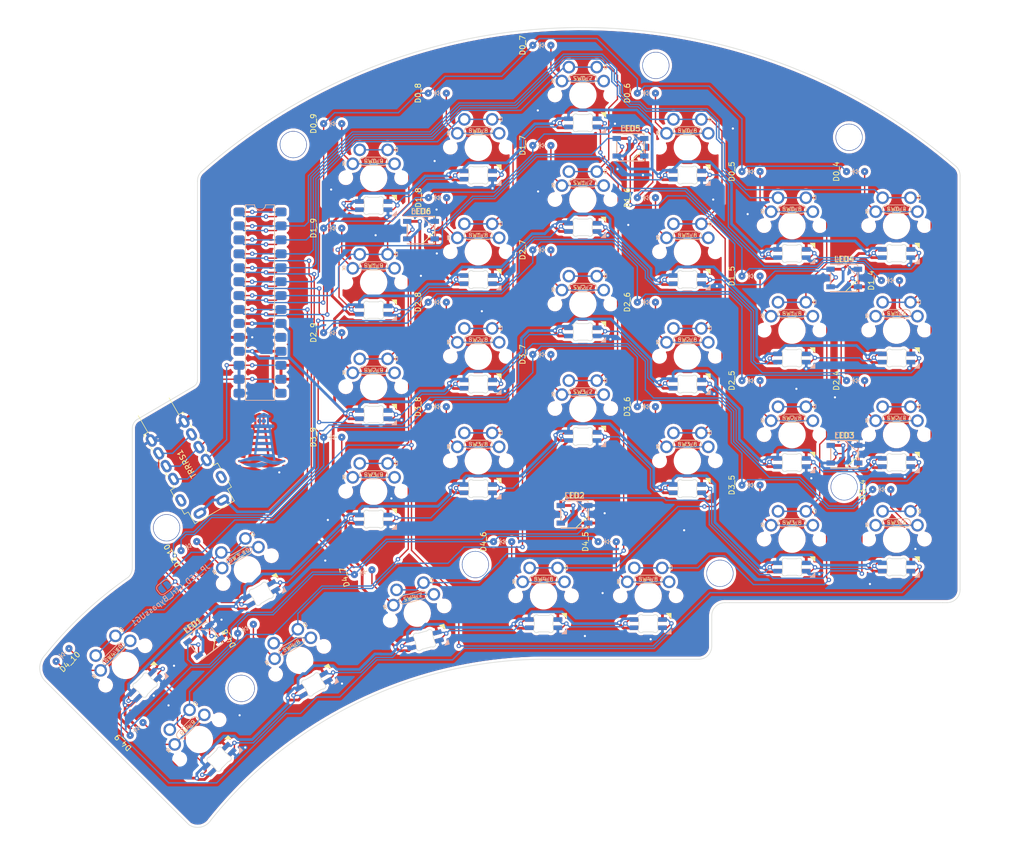
<source format=kicad_pcb>
(kicad_pcb (version 20240108) (generator "pcbnew") (generator_version "8.0")
  (layers (0 "F.Cu" signal) (31 "B.Cu" signal) (34 "B.Paste" user) (35 "F.Paste" user) (36 "B.SilkS" user "B.Silkscreen") (37 "F.SilkS" user "F.Silkscreen") (38 "B.Mask" user) (39 "F.Mask" user) (44 "Edge.Cuts" user))
  (net 0 "")
  (net 1 "VCC")
  (net 2 "GND")
  (net 3 "LED_Ctrl")
  (net 4 "Row3")
  (net 5 "Row4")
  (net 6 "Net-(D0_4-Pad2)")
  (net 7 "Row0")
  (net 8 "Row1")
  (net 9 "Net-(D0_5-Pad2)")
  (net 10 "Row2")
  (net 11 "Net-(D0_7-Pad2)")
  (net 12 "Net-(D0_8-Pad2)")
  (net 13 "I2C_SCL")
  (net 14 "I2C_SDA")
  (net 15 "Col0")
  (net 16 "Col1")
  (net 17 "Col2")
  (net 18 "Col3")
  (net 19 "Col4")
  (net 20 "Col5")
  (net 21 "Col6")
  (net 22 "Net-(D0_9-Pad2)")
  (net 23 "Net-(D1_4-Pad2)")
  (net 24 "Net-(D1_5-Pad2)")
  (net 25 "Net-(D1_6-Pad2)")
  (net 26 "Net-(D1_7-Pad2)")
  (net 27 "Net-(LED1-Pad2)")
  (net 28 "Net-(LED2-Pad2)")
  (net 29 "Net-(LED3-Pad2)")
  (net 30 "Net-(LED4-Pad2)")
  (net 31 "Net-(LED5-Pad2)")
  (net 32 "Net-(LED0_4-Pad2)")
  (net 33 "Net-(LED0_5-Pad2)")
  (net 34 "Net-(LED1_4-Pad2)")
  (net 35 "Net-(LED1_5-Pad2)")
  (net 36 "Net-(LED2_4-Pad2)")
  (net 37 "Net-(LED2_5-Pad2)")
  (net 38 "Net-(LED3_4-Pad2)")
  (net 39 "Net-(LED3_5-Pad2)")
  (net 40 "Net-(LED3_6-Pad2)")
  (net 41 "Net-(LED4_5-Pad2)")
  (net 42 "Net-(D1_8-Pad2)")
  (net 43 "Net-(D1_9-Pad2)")
  (net 44 "Net-(D2_4-Pad2)")
  (net 45 "Net-(D2_5-Pad2)")
  (net 46 "Net-(D2_6-Pad2)")
  (net 47 "Net-(D2_7-Pad2)")
  (net 48 "Net-(D2_8-Pad2)")
  (net 49 "Net-(D2_9-Pad2)")
  (net 50 "Net-(D3_4-Pad2)")
  (net 51 "Net-(D3_5-Pad2)")
  (net 52 "Net-(D3_7-Pad2)")
  (net 53 "Net-(D3_8-Pad2)")
  (net 54 "Net-(D3_9-Pad2)")
  (net 55 "Net-(D3_6-Pad2)")
  (net 56 "Net-(D4_5-Pad2)")
  (net 57 "Net-(D4_6-Pad2)")
  (net 58 "Net-(D4_8-Pad2)")
  (net 59 "Net-(D4_9-Pad2)")
  (net 60 "Net-(D4_10-Pad2)")
  (net 61 "Net-(JP_LED_Ctrl_BypassUG1-Pad1)")
  (net 62 "Net-(LED0_4-Pad4)")
  (net 63 "Net-(LED0_6-Pad2)")
  (net 64 "Net-(LED0_7-Pad2)")
  (net 65 "Net-(LED0_8-Pad2)")
  (net 66 "unconnected-(LED0_9-Pad2)")
  (net 67 "Net-(LED1_4-Pad4)")
  (net 68 "Net-(LED1_6-Pad2)")
  (net 69 "Net-(LED1_7-Pad2)")
  (net 70 "Net-(LED1_8-Pad2)")
  (net 71 "Net-(LED2_4-Pad4)")
  (net 72 "Net-(LED2_6-Pad2)")
  (net 73 "Net-(LED2_7-Pad2)")
  (net 74 "Net-(LED2_8-Pad2)")
  (net 75 "Net-(LED3_4-Pad4)")
  (net 76 "Net-(LED3_7-Pad2)")
  (net 77 "Net-(LED3_8-Pad2)")
  (net 78 "Net-(LED3_10-Pad4)")
  (net 79 "Net-(LED4_6-Pad2)")
  (net 80 "Net-(LED4_7-Pad2)")
  (net 81 "Net-(LED4_8-Pad2)")
  (net 82 "Net-(LED4_10-Pad4)")
  (net 83 "Col7")
  (net 84 "Col8")
  (net 85 "Col9")
  (net 86 "Col10")
  (net 87 "Net-(D0_6-Pad2)")
  (net 88 "Net-(D3_10-Pad2)")
  (net 89 "Net-(D4_7-Pad2)")
  (footprint "Switch_Footprints:MX_lss_100U_doubleSided" (layer "F.Cu") (at 171.77 88.435)
    (property "Reference" "SW2_6")
    (property "Value" "SW_Push")
  )
  (footprint "Keyboard_Components:Diode_SMD_Round_Pads" (layer "F.Cu") (at 107.15625 65.0875 90)
    (property "Reference" "D1_9")
    (property "Value" "D_Small")
  )
  (footprint "Keyboard_Components:Throughhole_Standoff" (layer "F.Cu") (at 76.9 119.7)
    (property "Reference" "H6" (hide yes))
    (property "Value" "MountingHole")
  )
  (footprint "Switch_Footprints:MX_lss_100U_doubleSided" (layer "F.Cu") (at 114.62 55.89125)
    (property "Reference" "SW0_9")
    (property "Value" "SW_Push")
  )
  (footprint "Keyboard_Components:Diode_SMD_Round_Pads" (layer "F.Cu") (at 126.20625 40.48125 90)
    (property "Reference" "D0_8")
    (property "Value" "D_Small")
  )
  (footprint "Switch_Footprints:MX_lss_100U_doubleSided" (layer "F.Cu") (at 145.57625 132.09125)
    (property "Reference" "SW4_6")
    (property "Value" "SW_Push")
  )
  (footprint "Switch_Footprints:MX_lss_100U_doubleSided" (layer "F.Cu") (at 190.82 121.7725)
    (property "Reference" "SW3_5")
    (property "Value" "SW_Push")
  )
  (footprint "Keyboard_Components:SK6812MiniE_MX_Addon" (layer "F.Cu") (at 164.62625 132.09125)
    (property "Reference" "LED4_5")
    (property "Value" "SK6812MINI")
    (fp_line (start -1.699999 5.782841) (end -1.699999 4.377157) (stroke (width 0.1)) (layer "Edge.Cuts"))
    (fp_line (start -0.794452 3.58) (end 0.794453 3.58) (stroke (width 0.1)) (layer "Edge.Cuts"))
    (fp_line (start 0.794452 6.579999) (end -0.794452 6.579999) (stroke (width 0.1)) (layer "Edge.Cuts"))
    (fp_line (start 1.699999 4.377157) (end 1.699999 5.782841) (stroke (width 0.1)) (layer "Edge.Cuts"))
    (fp_arc (start -1.749484 4.160279) (mid -1.712527 4.265931) (end -1.699999 4.377157) (stroke (width 0.1)) (layer "Edge.Cuts"))
    (fp_arc (start -1.749484 4.160279) (mid -1.638071 3.575964) (end -1.046711 3.5117) (stroke (width 0.1)) (layer "Edge.Cuts"))
    (fp_arc (start -1.699999 5.782842) (mid -1.712527 5.894067) (end -1.749484 5.999719) (stroke (width 0.1)) (layer "Edge.Cuts"))
    (fp_arc (start -1.046711 6.648296) (mid -1.63807 6.584033) (end -1.749484 5.999719) (stroke (width 0.1)) (layer "Edge.Cuts"))
    (fp_arc (start -1.04671 6.648298) (mid -0.925122 6.597376) (end -0.794452 6.579999) (stroke (width 0.1)) (layer "Edge.Cuts"))
    (fp_arc (start -0.794453 3.579999) (mid -0.925123 3.562622) (end -1.046711 3.5117) (stroke (width 0.1)) (layer "Edge.Cuts"))
    (fp_arc (start 0.794452 6.579999) (mid 0.925123 6.597376) (end 1.046711 6.648298) (stroke (width 0.1)) (layer "Edge.Cuts"))
    (fp_arc (start 1.046711 3.511701) (mid 0.925123 3.562623) (end 0.794453 3.58) (stroke (width 0.1)) (layer "Edge.Cuts"))
    (fp_arc (start 1.046711 3.511701) (mid 1.638071 3.575964) (end 1.749484 4.160279) (stroke (width 0.1)) (layer "Edge.Cuts"))
    (fp_arc (start 1.699999 4.377156) (mid 1.712526 4.26593) (end 1.749484 4.160279) (stroke (width 0.1)) (layer "Edge.Cuts"))
    (fp_arc (start 1.749484 5.999718) (mid 1.638072 6.584034) (end 1.046711 6.648298) (stroke (width 0.1)) (layer "Edge.Cuts"))
    (fp_arc (start 1.749484 5.999719) (mid 1.712511 5.89407) (end 1.699999 5.782841) (stroke (width 0.1)) (layer "Edge.Cuts"))
  )
  (footprint "Keyboard_Components:SK6812MiniE_MX_Addon" (layer "F.Cu") (at 133.67 50.335)
    (property "Reference" "LED0_8")
    (property "Value" "SK6812MINI")
    (fp_line (start -1.699999 5.782841) (end -1.699999 4.377157) (stroke (width 0.1)) (layer "Edge.Cuts"))
    (fp_line (start -0.794452 3.58) (end 0.794453 3.58) (stroke (width 0.1)) (layer "Edge.Cuts"))
    (fp_line (start 0.794452 6.579999) (end -0.794452 6.579999) (stroke (width 0.1)) (layer "Edge.Cuts"))
    (fp_line (start 1.699999 4.377157) (end 1.699999 5.782841) (stroke (width 0.1)) (layer "Edge.Cuts"))
    (fp_arc (start -1.749484 4.160279) (mid -1.712527 4.265931) (end -1.699999 4.377157) (stroke (width 0.1)) (layer "Edge.Cuts"))
    (fp_arc (start -1.749484 4.160279) (mid -1.638071 3.575964) (end -1.046711 3.5117) (stroke (width 0.1)) (layer "Edge.Cuts"))
    (fp_arc (start -1.699999 5.782842) (mid -1.712527 5.894067) (end -1.749484 5.999719) (stroke (width 0.1)) (layer "Edge.Cuts"))
    (fp_arc (start -1.046711 6.648296) (mid -1.63807 6.584033) (end -1.749484 5.999719) (stroke (width 0.1)) (layer "Edge.Cuts"))
    (fp_arc (start -1.04671 6.648298) (mid -0.925122 6.597376) (end -0.794452 6.579999) (stroke (width 0.1)) (layer "Edge.Cuts"))
    (fp_arc (start -0.794453 3.579999) (mid -0.925123 3.562622) (end -1.046711 3.5117) (stroke (width 0.1)) (layer "Edge.Cuts"))
    (fp_arc (start 0.794452 6.579999) (mid 0.925123 6.597376) (end 1.046711 6.648298) (stroke (width 0.1)) (layer "Edge.Cuts"))
    (fp_arc (start 1.046711 3.511701) (mid 0.925123 3.562623) (end 0.794453 3.58) (stroke (width 0.1)) (layer "Edge.Cuts"))
    (fp_arc (start 1.046711 3.511701) (mid 1.638071 3.575964) (end 1.749484 4.160279) (stroke (width 0.1)) (layer "Edge.Cuts"))
    (fp_arc (start 1.699999 4.377156) (mid 1.712526 4.26593) (end 1.749484 4.160279) (stroke (width 0.1)) (layer "Edge.Cuts"))
    (fp_arc (start 1.749484 5.999718) (mid 1.638072 6.584034) (end 1.046711 6.648298) (stroke (width 0.1)) (layer "Edge.Cuts"))
    (fp_arc (start 1.749484 5.999719) (mid 1.712511 5.89407) (end 1.699999 5.782841) (stroke (width 0.1)) (layer "Edge.Cuts"))
  )
  (footprint "Switch_Footprints:MX_lss_100U_doubleSided" (layer "F.Cu") (at 152.72 78.91)
    (property "Reference" "SW2_7")
    (property "Value" "SW_Push")
  )
  (footprint "Keyboard_Components:SK6812MiniE_MX_Addon" (layer "F.Cu") (at 122.5575 135.26625 15)
    (property "Reference" "LED4_7")
    (property "Value" "SK6812MINI")
    (fp_line (start -1.7 5.782841) (end -1.699999 4.377157) (stroke (width 0.1)) (layer "Edge.Cuts"))
    (fp_line (start -0.794453 3.58) (end 0.794453 3.58) (stroke (width 0.1)) (layer "Edge.Cuts"))
    (fp_line (start 0.794452 6.579999) (end -0.794452 6.579999) (stroke (width 0.1)) (layer "Edge.Cuts"))
    (fp_line (start 1.699999 4.377157) (end 1.699999 5.782841) (stroke (width 0.1)) (layer "Edge.Cuts"))
    (fp_arc (start -1.749484 4.160279) (mid -1.712527 4.265931) (end -1.699999 4.377157) (stroke (width 0.1)) (layer "Edge.Cuts"))
    (fp_arc (start -1.749484 4.160279) (mid -1.638071 3.575965) (end -1.046711 3.5117) (stroke (width 0.1)) (layer "Edge.Cuts"))
    (fp_arc (start -1.699999 5.782843) (mid -1.712527 5.894068) (end -1.749484 5.999719) (stroke (width 0.1)) (layer "Edge.Cuts"))
    (fp_arc (start -0.794453 3.579999) (mid -0.925123 3.562622) (end -1.046711 3.5117) (stroke (width 0.1)) (layer "Edge.Cuts"))
    (fp_arc (start -1.046712 6.648296) (mid -1.63807 6.584032) (end -1.749484 5.999719) (stroke (width 0.1)) (layer "Edge.Cuts"))
    (fp_arc (start -1.04671 6.648298) (mid -0.925122 6.597376) (end -0.794452 6.579999) (stroke (width 0.1)) (layer "Edge.Cuts"))
    (fp_arc (start 1.046711 3.511701) (mid 0.925123 3.562623) (end 0.794453 3.58) (stroke (width 0.1)) (layer "Edge.Cuts"))
    (fp_arc (start 1.046711 3.511701) (mid 1.638071 3.575964) (end 1.749484 4.160279) (stroke (width 0.1)) (layer "Edge.Cuts"))
    (fp_arc (start 0.794452 6.579999) (mid 0.925122 6.597376) (end 1.046711 6.648298) (stroke (width 0.1)) (layer "Edge.Cuts"))
    (fp_arc (start 1.699999 4.377156) (mid 1.712526 4.26593) (end 1.749484 4.160279) (stroke (width 0.1)) (layer "Edge.Cuts"))
    (fp_arc (start 1.749484 5.999718) (mid 1.638072 6.584034) (end 1.046711 6.648298) (stroke (width 0.1)) (layer "Edge.Cuts"))
    (fp_arc (start 1.749484 5.999719) (mid 1.71251 5.894071) (end 1.699999 5.782841) (stroke (width 0.1)) (layer "Edge.Cuts"))
  )
  (footprint "Keyboard_Components:Throughhole_Standoff" (layer "F.Cu") (at 201.225 48.525)
    (property "Reference" "H1" (hide yes))
    (property "Value" "MountingHole")
  )
  (footprint "Keyboard_Components:SK6812MiniE_MX_Addon" (layer "F.Cu") (at 152.72 97.96)
    (property "Reference" "LED3_7")
    (property "Value" "SK6812MINI")
    (fp_line (start -1.699999 5.782841) (end -1.699999 4.377157) (stroke (width 0.1)) (layer "Edge.Cuts"))
    (fp_line (start -0.794452 3.58) (end 0.794453 3.58) (stroke (width 0.1)) (layer "Edge.Cuts"))
    (fp_line (start 0.794452 6.579999) (end -0.794452 6.579999) (stroke (width 0.1)) (layer "Edge.Cuts"))
    (fp_line (start 1.699999 4.377157) (end 1.699999 5.782841) (stroke (width 0.1)) (layer "Edge.Cuts"))
    (fp_arc (start -1.749484 4.160279) (mid -1.712527 4.265931) (end -1.699999 4.377157) (stroke (width 0.1)) (layer "Edge.Cuts"))
    (fp_arc (start -1.749484 4.160279) (mid -1.638071 3.575964) (end -1.046711 3.5117) (stroke (width 0.1)) (layer "Edge.Cuts"))
    (fp_arc (start -1.699999 5.782842) (mid -1.712527 5.894067) (end -1.749484 5.999719) (stroke (width 0.1)) (layer "Edge.Cuts"))
    (fp_arc (start -1.046711 6.648296) (mid -1.63807 6.584033) (end -1.749484 5.999719) (stroke (width 0.1)) (layer "Edge.Cuts"))
    (fp_arc (start -1.04671 6.648298) (mid -0.925122 6.597376) (end -0.794452 6.579999) (stroke (width 0.1)) (layer "Edge.Cuts"))
    (fp_arc (start -0.794453 3.579999) (mid -0.925123 3.562622) (end -1.046711 3.5117) (stroke (width 0.1)) (layer "Edge.Cuts"))
    (fp_arc (start 0.794452 6.579999) (mid 0.925123 6.597376) (end 1.046711 6.648298) (stroke (width 0.1)) (layer "Edge.Cuts"))
    (fp_arc (start 1.046711 3.511701) (mid 0.925123 3.562623) (end 0.794453 3.58) (stroke (width 0.1)) (layer "Edge.Cuts"))
    (fp_arc (start 1.046711 3.511701) (mid 1.638071 3.575964) (end 1.749484 4.160279) (stroke (width 0.1)) (layer "Edge.Cuts"))
    (fp_arc (start 1.699999 4.377156) (mid 1.712526 4.26593) (end 1.749484 4.160279) (stroke (width 0.1)) (layer "Edge.Cuts"))
    (fp_arc (start 1.749484 5.999718) (mid 1.638072 6.584034) (end 1.046711 6.648298) (stroke (width 0.1)) (layer "Edge.Cuts"))
    (fp_arc (start 1.749484 5.999719) (mid 1.712511 5.89407) (end 1.699999 5.782841) (stroke (width 0.1)) (layer "Edge.Cuts"))
  )
  (footprint "Keyboard_Components:SK6812MiniE_MX_Addon" (layer "F.Cu") (at 101.15 143.86 30)
    (property "Reference" "LED4_8")
    (property "Value" "SK6812MINI")
    (fp_line (start -0.794452 3.58) (end 0.794453 3.579999) (stroke (width 0.1)) (layer "Edge.Cuts"))
    (fp_line (start -1.699999 5.782841) (end -1.699999 4.377157) (stroke (width 0.1)) (layer "Edge.Cuts"))
    (fp_line (start 1.699999 4.377157) (end 1.699999 5.782841) (stroke (width 0.1)) (layer "Edge.Cuts"))
    (fp_line (start 0.794452 6.579999) (end -0.794452 6.579999) (stroke (width 0.1)) (layer "Edge.Cuts"))
    (fp_arc (start -1.749484 4.160279) (mid -1.712527 4.265931) (end -1.699999 4.377157) (stroke (width 0.1)) (layer "Edge.Cuts"))
    (fp_arc (start -1.749484 4.160279) (mid -1.638071 3.575964) (end -1.046711 3.5117) (stroke (width 0.1)) (layer "Edge.Cuts"))
    (fp_arc (start -0.794453 3.579999) (mid -0.925123 3.562622) (end -1.046711 3.5117) (stroke (width 0.1)) (layer "Edge.Cuts"))
    (fp_arc (start -1.699999 5.782843) (mid -1.712527 5.894068) (end -1.749484 5.999719) (stroke (width 0.1)) (layer "Edge.Cuts"))
    (fp_arc (start -1.046711 6.648296) (mid -1.63807 6.584033) (end -1.749484 5.999719) (stroke (width 0.1)) (layer "Edge.Cuts"))
    (fp_arc (start -1.04671 6.648298) (mid -0.925122 6.597376) (end -0.794452 6.579999) (stroke (width 0.1)) (layer "Edge.Cuts"))
    (fp_arc (start 1.046711 3.511701) (mid 0.925123 3.562624) (end 0.794453 3.579999) (stroke (width 0.1)) (layer "Edge.Cuts"))
    (fp_arc (start 1.046711 3.511701) (mid 1.63807 3.575965) (end 1.749484 4.160279) (stroke (width 0.1)) (layer "Edge.Cuts"))
    (fp_arc (start 1.699999 4.377156) (mid 1.712526 4.26593) (end 1.749484 4.160279) (stroke (width 0.1)) (layer "Edge.Cuts"))
    (fp_arc (start 0.794452 6.579999) (mid 0.925122 6.597376) (end 1.046711 6.648297) (stroke (width 0.1)) (layer "Edge.Cuts"))
    (fp_arc (start 1.749484 5.999718) (mid 1.638073 6.584035) (end 1.046711 6.648297) (stroke (width 0.1)) (layer "Edge.Cuts"))
    (fp_arc (start 1.749484 5.999719) (mid 1.712511 5.89407) (end 1.699999 5.782841) (stroke (width 0.1)) (layer "Edge.Cuts"))
  )
  (footprint "Keyboard_Components:SK6812MiniE_MX_Addon" (layer "F.Cu") (at 209.87 102.7225)
    (property "Reference" "LED2_4")
    (property "Value" "SK6812MINI")
    (fp_line (start -1.699999 5.782841) (end -1.699999 4.377157) (stroke (width 0.1)) (layer "Edge.Cuts"))
    (fp_line (start -0.794452 3.58) (end 0.794453 3.58) (stroke (width 0.1)) (layer "Edge.Cuts"))
    (fp_line (start 0.794452 6.579999) (end -0.794452 6.579999) (stroke (width 0.1)) (layer "Edge.Cuts"))
    (fp_line (start 1.699999 4.377157) (end 1.699999 5.782841) (stroke (width 0.1)) (layer "Edge.Cuts"))
    (fp_arc (start -1.749484 4.160279) (mid -1.712527 4.265931) (end -1.699999 4.377157) (stroke (width 0.1)) (layer "Edge.Cuts"))
    (fp_arc (start -1.749484 4.160279) (mid -1.638071 3.575964) (end -1.046711 3.5117) (stroke (width 0.1)) (layer "Edge.Cuts"))
    (fp_arc (start -1.699999 5.782842) (mid -1.712527 5.894067) (end -1.749484 5.999719) (stroke (width 0.1)) (layer "Edge.Cuts"))
    (fp_arc (start -1.046711 6.648296) (mid -1.63807 6.584033) (end -1.749484 5.999719) (stroke (width 0.1)) (layer "Edge.Cuts"))
    (fp_arc (start -1.04671 6.648298) (mid -0.925122 6.597376) (end -0.794452 6.579999) (stroke (width 0.1)) (layer "Edge.Cuts"))
    (fp_arc (start -0.794453 3.579999) (mid -0.925123 3.562622) (end -1.046711 3.5117) (stroke (width 0.1)) (layer "Edge.Cuts"))
    (fp_arc (start 0.794452 6.579999) (mid 0.925123 6.597376) (end 1.046711 6.648298) (stroke (width 0.1)) (layer "Edge.Cuts"))
    (fp_arc (start 1.046711 3.511701) (mid 0.925123 3.562623) (end 0.794453 3.58) (stroke (width 0.1)) (layer "Edge.Cuts"))
    (fp_arc (start 1.046711 3.511701) (mid 1.638071 3.575964) (end 1.749484 4.160279) (stroke (width 0.1)) (layer "Edge.Cuts"))
    (fp_arc (start 1.699999 4.377156) (mid 1.712526 4.26593) (end 1.749484 4.160279) (stroke (width 0.1)) (layer "Edge.Cuts"))
    (fp_arc (start 1.749484 5.999718) (mid 1.638072 6.584034) (end 1.046711 6.648298) (stroke (width 0.1)) (layer "Edge.Cuts"))
    (fp_arc (start 1.749484 5.999719) (mid 1.712511 5.89407) (end 1.699999 5.782841) (stroke (width 0.1)) (layer "Edge.Cuts"))
  )
  (footprint "Switch_Footprints:MX_lss_100U_doubleSided" (layer "F.Cu") (at 152.72 59.86)
    (property "Reference" "SW1_7")
    (property "Value" "SW_Push")
  )
  (footprint "Keyboard_Components:WS2812B_doublesided" (layer "F.Cu") (at 200.38 106.29044)
    (property "Reference" "LED3")
    (property "Value" "WS2812B" (hide yes))
  )
  (footprint "Keyboard_Components:SK6812MiniE_MX_Addon" (layer "F.Cu") (at 133.67 88.435)
    (property "Reference" "LED2_8")
    (property "Value" "SK6812MINI")
    (fp_line (start -1.699999 5.782841) (end -1.699999 4.377157) (stroke (width 0.1)) (layer "Edge.Cuts"))
    (fp_line (start -0.794452 3.58) (end 0.794453 3.58) (stroke (width 0.1)) (layer "Edge.Cuts"))
    (fp_line (start 0.794452 6.579999) (end -0.794452 6.579999) (stroke (width 0.1)) (layer "Edge.Cuts"))
    (fp_line (start 1.699999 4.377157) (end 1.699999 5.782841) (stroke (width 0.1)) (layer "Edge.Cuts"))
    (fp_arc (start -1.749484 4.160279) (mid -1.712527 4.265931) (end -1.699999 4.377157) (stroke (width 0.1)) (layer "Edge.Cuts"))
    (fp_arc (start -1.749484 4.160279) (mid -1.638071 3.575964) (end -1.046711 3.5117) (stroke (width 0.1)) (layer "Edge.Cuts"))
    (fp_arc (start -1.699999 5.782842) (mid -1.712527 5.894067) (end -1.749484 5.999719) (stroke (width 0.1)) (layer "Edge.Cuts"))
    (fp_arc (start -1.046711 6.648296) (mid -1.63807 6.584033) (end -1.749484 5.999719) (stroke (width 0.1)) (layer "Edge.Cuts"))
    (fp_arc (start -1.04671 6.648298) (mid -0.925122 6.597376) (end -0.794452 6.579999) (stroke (width 0.1)) (layer "Edge.Cuts"))
    (fp_arc (start -0.794453 3.579999) (mid -0.925123 3.562622) (end -1.046711 3.5117) (stroke (width 0.1)) (layer "Edge.Cuts"))
    (fp_arc (start 0.794452 6.579999) (mid 0.925123 6.597376) (end 1.046711 6.648298) (stroke (width 0.1)) (layer "Edge.Cuts"))
    (fp_arc (start 1.046711 3.511701) (mid 0.925123 3.562623) (end 0.794453 3.58) (stroke (width 0.1)) (layer "Edge.Cuts"))
    (fp_arc (start 1.046711 3.511701) (mid 1.638071 3.575964) (end 1.749484 4.160279) (stroke (width 0.1)) (layer "Edge.Cuts"))
    (fp_arc (start 1.699999 4.377156) (mid 1.712526 4.26593) (end 1.749484 4.160279) (stroke (width 0.1)) (layer "Edge.Cuts"))
    (fp_arc (start 1.749484 5.999718) (mid 1.638072 6.584034) (end 1.046711 6.648298) (stroke (width 0.1)) (layer "Edge.Cuts"))
    (fp_arc (start 1.749484 5.999719) (mid 1.712511 5.89407) (end 1.699999 5.782841) (stroke (width 0.1)) (layer "Edge.Cuts"))
  )
  (footprint "Switch_Footprints:MX_lss_100U_doubleSided" (layer "F.Cu") (at 209.87 102.7225)
    (property "Reference" "SW2_4")
    (property "Value" "SW_Push")
  )
  (footprint "Keyboard_Components:Throughhole_Standoff" (layer "F.Cu") (at 133.15 126.4)
    (property "Reference" "H7" (hide yes))
    (property "Value" "MountingHole")
  )
  (footprint "Keyboard_Components:Diode_SMD_Round_Pads" (layer "F.Cu") (at 207.16875 112.7125 90)
    (property "Reference" "D3_4")
    (property "Value" "D_Small")
  )
  (footprint "Keyboard_Components:Throughhole_Standoff" (layer "F.Cu") (at 99.975 49.85)
    (property "Reference" "H2" (hide yes))
    (property "Value" "MountingHole")
  )
  (footprint "Keyboard_Components:Throughhole_Standoff" (layer "F.Cu") (at 200.325 112.25)
    (property "Reference" "H3" (hide yes))
    (property "Value" "MountingHole")
  )
  (footprint "Keyboard_Components:WS2812B_doublesided" (layer "F.Cu") (at 151.21 117.24)
    (property "Reference" "LED2")
    (property "Value" "WS2812B" (hide yes))
  )
  (footprint "Keyboard_Components:Diode_SMD_Round_Pads" (layer "F.Cu") (at 202.40625 54.76875 90)
    (property "Reference" "D0_4")
    (property "Value" "D_Small")
  )
  (footprint "Switch_Footprints:MX_lss_100U_doubleSided" (layer "F.Cu") (at 190.82 64.6225)
    (property "Reference" "SW0_5")
    (property "Value" "SW_Push")
  )
  (footprint "Keyboard_Components:SK6812MiniE_MX_Addon" (layer "F.Cu") (at 114.62 93.99125)
    (property "Reference" "LED2_9")
    (property "Value" "SK6812MINI")
    (fp_line (start -1.699999 5.782841) (end -1.699999 4.377157) (stroke (width 0.1)) (layer "Edge.Cuts"))
    (fp_line (start -0.794452 3.58) (end 0.794453 3.58) (stroke (width 0.1)) (layer "Edge.Cuts"))
    (fp_line (start 0.794452 6.579999) (end -0.794452 6.579999) (stroke (width 0.1)) (layer "Edge.Cuts"))
    (fp_line (start 1.699999 4.377157) (end 1.699999 5.782841) (stroke (width 0.1)) (layer "Edge.Cuts"))
    (fp_arc (start -1.749484 4.160279) (mid -1.712527 4.265931) (end -1.699999 4.377157) (stroke (width 0.1)) (layer "Edge.Cuts"))
    (fp_arc (start -1.749484 4.160279) (mid -1.638071 3.575964) (end -1.046711 3.5117) (stroke (width 0.1)) (layer "Edge.Cuts"))
    (fp_arc (start -1.699999 5.782842) (mid -1.712527 5.894067) (end -1.749484 5.999719) (stroke (width 0.1)) (layer "Edge.Cuts"))
    (fp_arc (start -1.046711 6.648296) (mid -1.63807 6.584033) (end -1.749484 5.999719) (stroke (width 0.1)) (layer "Edge.Cuts"))
    (fp_arc (start -1.04671 6.648298) (mid -0.925122 6.597376) (end -0.794452 6.579999) (stroke (width 0.1)) (layer "Edge.Cuts"))
    (fp_arc (start -0.794453 3.579999) (mid -0.925123 3.562622) (end -1.046711 3.5117) (stroke (width 0.1)) (layer "Edge.Cuts"))
    (fp_arc (start 0.794452 6.579999) (mid 0.925123 6.597376) (end 1.046711 6.648298) (stroke (width 0.1)) (layer "Edge.Cuts"))
    (fp_arc (start 1.046711 3.511701) (mid 0.925123 3.562623) (end 0.794453 3.58) (stroke (width 0.1)) (layer "Edge.Cuts"))
    (fp_arc (start 1.046711 3.511701) (mid 1.638071 3.575964) (end 1.749484 4.160279) (stroke (width 0.1)) (layer "Edge.Cuts"))
    (fp_arc (start 1.699999 4.377156) (mid 1.712526 4.26593) (end 1.749484 4.160279) (stroke (width 0.1)) (layer "Edge.Cuts"))
    (fp_arc (start 1.749484 5.999718) (mid 1.638072 6.584034) (end 1.046711 6.648298) (stroke (width 0.1)) (layer "Edge.Cuts"))
    (fp_arc (start 1.749484 5.999719) (mid 1.712511 5.89407) (end 1.699999 5.782841) (stroke (width 0.1)) (layer "Edge.Cuts"))
  )
  (footprint "Keyboard_Components:SK6812MiniE_MX_Addon" (layer "F.Cu") (at 114.62 74.94125)
    (property "Reference" "LED1_9")
    (property "Value" "SK6812MINI")
    (fp_line (start -1.699999 5.782841) (end -1.699999 4.377157) (stroke (width 0.1)) (layer "Edge.Cuts"))
    (fp_line (start -0.794452 3.58) (end 0.794453 3.58) (stroke (width 0.1)) (layer "Edge.Cuts"))
    (fp_line (start 0.794452 6.579999) (end -0.794452 6.579999) (stroke (width 0.1)) (layer "Edge.Cuts"))
    (fp_line (start 1.699999 4.377157) (end 1.699999 5.782841) (stroke (width 0.1)) (layer "Edge.Cuts"))
    (fp_arc (start -1.749484 4.160279) (mid -1.712527 4.265931) (end -1.699999 4.377157) (stroke (width 0.1)) (layer "Edge.Cuts"))
    (fp_arc (start -1.749484 4.160279) (mid -1.638071 3.575964) (end -1.046711 3.5117) (stroke (width 0.1)) (layer "Edge.Cuts"))
    (fp_arc (start -1.699999 5.782842) (mid -1.712527 5.894067) (end -1.749484 5.999719) (stroke (width 0.1)) (layer "Edge.Cuts"))
    (fp_arc (start -1.046711 6.648296) (mid -1.63807 6.584033) (end -1.749484 5.999719) (stroke (width 0.1)) (layer "Edge.Cuts"))
    (fp_arc (start -1.04671 6.648298) (mid -0.925122 6.597376) (end -0.794452 6.579999) (stroke (width 0.1)) (layer "Edge.Cuts"))
    (fp_arc (start -0.794453 3.579999) (mid -0.925123 3.562622) (end -1.046711 3.5117) (stroke (width 0.1)) (layer "Edge.Cuts"))
    (fp_arc (start 0.794452 6.579999) (mid 0.925123 6.597376) (end 1.046711 6.648298) (stroke (width 0.1)) (layer "Edge.Cuts"))
    (fp_arc (start 1.046711 3.511701) (mid 0.925123 3.562623) (end 0.794453 3.58) (stroke (width 0.1)) (layer "Edge.Cuts"))
    (fp_arc (start 1.046711 3.511701) (mid 1.638071 3.575964) (end 1.749484 4.160279) (stroke (width 0.1)) (layer "Edge.Cuts"))
    (fp_arc (start 1.699999 4.377156) (mid 1.712526 4.26593) (end 1.749484 4.160279) (stroke (width 0.1)) (layer "Edge.Cuts"))
    (fp_arc (start 1.749484 5.999718) (mid 1.638072 6.584034) (end 1.046711 6.648298) (stroke (width 0.1)) (layer "Edge.Cuts"))
    (fp_arc (start 1.749484 5.999719) (mid 1.712511 5.89407) (end 1.699999 5.782841) (stroke (width 0.1)) (layer "Edge.Cuts"))
  )
  (footprint "Keyboard_Components:Diode_SMD_Round_Pads" (layer "F.Cu") (at 145.25625 69.05625 90)
    (property "Reference" "D2_7")
    (property "Value" "D_Small")
  )
  (footprint "Keyboard_Components:Throughhole_Standoff" (layer "F.Cu") (at 177.7 128)
    (property "Reference" "H4" (hide yes))
    (property "Value" "MountingHole")
  )
  (footprint "Switch_Footprints:MX_lss_100U_doubleSided" (layer "F.Cu") (at 171.77 107.485)
    (property "Reference" "SW3_6")
    (property "Value" "SW_Push")
  )
  (footprint "Switch_Footprints:MX_lss_100U_doubleSided" (layer "F.Cu") (at 133.67 88.435)
    (property "Reference" "SW2_8")
    (property "Value" "SW_Push")
  )
  (footprint "Switch_Footprints:MX_lss_100U_doubleSided" (layer "F.Cu") (at 171.77 50.335)
    (property "Reference" "SW0_6")
    (property "Value" "SW_Push")
  )
  (footprint "Keyboard_Components:Diode_SMD_Round_Pads" (layer "F.Cu") (at 126.20625 78.58125 90)
    (property "Reference" "D2_8")
    (property "Value" "D_Small")
  )
  (footprint "Keyboard_Components:Diode_SMD_Round_Pads" (layer "F.Cu") (at 183.35625 92.86875 90)
    (property "Reference" "D2_5")
    (property "Value" "D_Small")
  )
  (footprint "Keyboard_Components:Diode_SMD_Round_Pads" (layer "F.Cu") (at 183.35625 73.81875 90)
    (property "Reference" "D1_5")
    (property "Value" "D_Small")
  )
  (footprint "Keyboard_Components:Crab" (layer "F.Cu") (at 94.264761 55.459277)
    (property "Reference" "G***" (hide yes))
    (property "Value" "Crab" (hide yes))
  )
  (footprint "Keyboard_Components:Diode_SMD_Round_Pads" (layer "F.Cu") (at 107.15625 46.0375 90)
    (property "Reference" "D0_9")
    (property "Value" "D_Small")
  )
  (footprint "Keyboard_Components:SK6812MiniE_MX_Addon" (layer "F.Cu") (at 152.72 59.86)
    (property "Reference" "LED1_7")
    (property "Value" "SK6812MINI")
    (fp_line (start -1.699999 5.782841) (end -1.699999 4.377157) (stroke (width 0.1)) (layer "Edge.Cuts"))
    (fp_line (start -0.794452 3.58) (end 0.794453 3.58) (stroke (width 0.1)) (layer "Edge.Cuts"))
    (fp_line (start 0.794452 6.579999) (end -0.794452 6.579999) (stroke (width 0.1)) (layer "Edge.Cuts"))
    (fp_line (start 1.699999 4.377157) (end 1.699999 5.782841) (stroke (width 0.1)) (layer "Edge.Cuts"))
    (fp_arc (start -1.749484 4.160279) (mid -1.712527 4.265931) (end -1.699999 4.377157) (stroke (width 0.1)) (layer "Edge.Cuts"))
    (fp_arc (start -1.749484 4.160279) (mid -1.638071 3.575964) (end -1.046711 3.5117) (stroke (width 0.1)) (layer "Edge.Cuts"))
    (fp_arc (start -1.699999 5.782842) (mid -1.712527 5.894067) (end -1.749484 5.999719) (stroke (width 0.1)) (layer "Edge.Cuts"))
    (fp_arc (start -1.046711 6.648296) (mid -1.63807 6.584033) (end -1.749484 5.999719) (stroke (width 0.1)) (layer "Edge.Cuts"))
    (fp_arc (start -1.04671 6.648298) (mid -0.925122 6.597376) (end -0.794452 6.579999) (stroke (width 0.1)) (layer "Edge.Cuts"))
    (fp_arc (start -0.794453 3.579999) (mid -0.925123 3.562622) (end -1.046711 3.5117) (stroke (width 0.1)) (layer "Edge.Cuts"))
    (fp_arc (start 0.794452 6.579999) (mid 0.925123 6.597376) (end 1.046711 6.648298) (stroke (width 0.1)) (layer "Edge.Cuts"))
    (fp_arc (start 1.046711 3.511701) (mid 0.925123 3.562623) (end 0.794453 3.58) (stroke (width 0.1)) (layer "Edge.Cuts"))
    (fp_arc (start 1.046711 3.511701) (mid 1.638071 3.575964) (end 1.749484 4.160279) (stroke (width 0.1)) (layer "Edge.Cuts"))
    (fp_arc (start 1.699999 4.377156) (mid 1.712526 4.26593) (end 1.749484 4.160279) (stroke (width 0.1)) (layer "Edge.Cuts"))
    (fp_arc (start 1.749484 5.999718) (mid 1.638072 6.584034) (end 1.046711 6.648298) (stroke (width 0.1)) (layer "Edge.Cuts"))
    (fp_arc (start 1.749484 5.999719) (mid 1.712511 5.89407) (end 1.699999 5.782841) (stroke (width 0.1)) (layer "Edge.Cuts"))
  )
  (footprint "Switch_Footprints:MX_lss_100U_doubleSided" (layer "F.Cu") (at 133.67 69.385)
    (property "Reference" "SW1_8")
    (property "Value" "SW_Push")
  )
  (footprint "Switch_Footprints:MX_lss_100U_doubleSided" (layer "F.Cu") (at 114.62 113.04125)
    (property "Reference" "SW3_9")
    (property "Value" "SW_Push")
  )
  (footprint "Keyboard_Components:WS2812B_doublesided" (layer "F.Cu") (at 123.24 65.45)
    (property "Reference" "LED6")
    (property "Value" "WS2812B" (hide yes))
  )
  (footprint "Switch_Footprints:MX_lss_100U_doubleSided" (layer "F.Cu") (at 69.37625 144.79125 45)
    (property "Reference" "SW4_10")
    (property "Value" "SW_Push")
  )
  (footprint "Keyboard_Components:SK6812MiniE_MX_Addon" (layer "F.Cu") (at 152.72 40.81)
    (property "Reference" "LED0_7")
    (property "Value" "SK6812MINI")
    (fp_line (start -1.699999 5.782841) (end -1.699999 4.377157) (stroke (width 0.1)) (layer "Edge.Cuts"))
    (fp_line (start -0.794452 3.58) (end 0.794453 3.58) (stroke (width 0.1)) (layer "Edge.Cuts"))
    (fp_line (start 0.794452 6.579999) (end -0.794452 6.579999) (stroke (width 0.1)) (layer "Edge.Cuts"))
    (fp_line (start 1.699999 4.377157) (end 1.699999 5.782841) (stroke (width 0.1)) (layer "Edge.Cuts"))
    (fp_arc (start -1.749484 4.160279) (mid -1.712527 4.265931) (end -1.699999 4.377157) (stroke (width 0.1)) (layer "Edge.Cuts"))
    (fp_arc (start -1.749484 4.160279) (mid -1.638071 3.575964) (end -1.046711 3.5117) (stroke (width 0.1)) (layer "Edge.Cuts"))
    (fp_arc (start -1.699999 5.782842) (mid -1.712527 5.894067) (end -1.749484 5.999719) (stroke (width 0.1)) (layer "Edge.Cuts"))
    (fp_arc (start -1.046711 6.648296) (mid -1.63807 6.584033) (end -1.749484 5.999719) (stroke (width 0.1)) (layer "Edge.Cuts"))
    (fp_arc (start -1.04671 6.648298) (mid -0.925122 6.597376) (end -0.794452 6.579999) (stroke (width 0.1)) (layer "Edge.Cuts"))
    (fp_arc (start -0.794453 3.579999) (mid -0.925123 3.562622) (end -1.046711 3.5117) (stroke (width 0.1)) (layer "Edge.Cuts"))
    (fp_arc (start 0.794452 6.579999) (mid 0.925123 6.597376) (end 1.046711 6.648298) (stroke (width 0.1)) (layer "Edge.Cuts"))
    (fp_arc (start 1.046711 3.511701) (mid 0.925123 3.562623) (end 0.794453 3.58) (stroke (width 0.1)) (layer "Edge.Cuts"))
    (fp_arc (start 1.046711 3.511701) (mid 1.638071 3.575964) (end 1.749484 4.160279) (stroke (width 0.1)) (layer "Edge.Cuts"))
    (fp_arc (start 1.699999 4.377156) (mid 1.712526 4.26593) (end 1.749484 4.160279) (stroke (width 0.1)) (layer "Edge.Cuts"))
    (fp_arc (start 1.749484 5.999718) (mid 1.638072 6.584034) (end 1.046711 6.648298) (stroke (width 0.1)) (layer "Edge.Cuts"))
    (fp_arc (start 1.749484 5.999719) (mid 1.712511 5.89407) (end 1.699999 5.782841) (stroke (width 0.1)) (layer "Edge.Cuts"))
  )
  (footprint "Switch_Footprints:MX_lss_100U_doubleSided" (layer "F.Cu") (at 152.72 97.96)
    (property "Reference" "SW3_7")
    (property "Value" "SW_Push")
  )
  (footprint "Switch_Footprints:MX_lss_100U_doubleSided" (layer "F.Cu") (at 209.87 83.6725)
    (property "Reference" "SW1_4")
    (property "Value" "SW_Push")
  )
  (footprint "Keyboard_Components:Diode_SMD_Round_Pads" (layer "F.Cu") (at 164.30625 78.58125 90)
    (property "Reference" "D2_6")
    (property "Value" "D_Small")
  )
  (footprint "Keyboard_Components:Diode_SMD_Round_Pads" (layer "F.Cu") (at 138.1125 122.2375 90)
    (property "Reference" "D4_6")
    (property "Value" "D_Small")
  )
  (footprint "Keyboard_Components:Diode_SMD_Round_Pads" (layer "F.Cu") (at 107.15625 84.1375 90)
    (property "Reference" "D2_9")
    (property "Value" "D_Small")
  )
  (footprint "Keyboard_Components:TRRRS_NBA1-24-001" (layer "F.Cu") (at 74.549039 97.647118 30)
    (property "Reference" "TRRRS1")
    (property "Value" "TRRRS_Connector")
  )
  (footprint "Switch_Footprints:MX_lss_100U_doubleSided" (layer "F.Cu") (at 209.87 64.6225)
    (property "Reference" "SW0_4")
    (property "Value" "SW_Push")
  )
  (footprint "Keyboard_Components:Diode_SMD_Round_Pads" (layer "F.Cu") (at 80.9625 123.03125 120)
    (property "Reference" "D3_10")
    (property "Value" "D_Small")
  )
  (footprint "Keyboard_Components:Diode_SMD_Round_Pads" (layer "F.Cu") (at 183.35625 54.76875 90)
    (property "Reference" "D0_5")
    (property "Value" "D_Small")
  )
  (footprint "Switch_Footprints:MX_lss_100U_doubleSided" (layer "F.Cu") (at 164.62625 132.09125)
    (property "Reference" "SW4_5")
    (property "Value" "SW_Push")
  )
  (footprint "Keyboard_Components:Diode_SMD_Round_Pads" (layer "F.Cu") (at 107.15625 103.1875 90)
    (property "Reference" "D3_9")
    (property "Value" "D_Small")
  )
  (footprint "Keyboard_Components:Diode_SMD_Round_Pads" (layer "F.Cu") (at 208.75625 74.6125 90)
    (property "Reference" "D1_4")
    (property "Value" "D_Small")
  )
  (footprint "Keyboard_Components:Throughhole_Standoff" (layer "F.Cu") (at 90.5 148.975)
    (property "Reference" "H5" (hide yes))
    (property "Value" "MountingHole")
  )
  (footprint "Keyboard_Components:SK6812MiniE_MX_Addon" (layer "F.Cu") (at 171.77 88.435)
    (property "Reference" "LED2_6")
    (property "Value" "SK6812MINI")
    (fp_line (start -1.699999 5.782841) (end -1.699999 4.377157) (stroke (width 0.1)) (layer "Edge.Cuts"))
    (fp_line (start -0.794452 3.58) (end 0.794453 3.58) (stroke (width 0.1)) (layer "Edge.Cuts"))
    (fp_line (start 0.794452 6.579999) (end -0.794452 6.579999) (stroke (width 0.1)) (layer "Edge.Cuts"))
    (fp_line (start 1.699999 4.377157) (end 1.699999 5.782841) (stroke (width 0.1)) (layer "Edge.Cuts"))
    (fp_arc (start -1.749484 4.160279) (mid -1.712527 4.265931) (end -1.699999 4.377157) (stroke (width 0.1)) (layer "Edge.Cuts"))
    (fp_arc (start -1.749484 4.160279) (mid -1.638071 3.575964) (end -1.046711 3.5117) (stroke (width 0.1)) (layer "Edge.Cuts"))
    (fp_arc (start -1.699999 5.782842) (mid -1.712527 5.894067) (end -1.749484 5.999719) (stroke (width 0.1)) (layer "Edge.Cuts"))
    (fp_arc (start -1.046711 6.648296) (mid -1.63807 6.584033) (end -1.749484 5.999719) (stroke (width 0.1)) (layer "Edge.Cuts"))
    (fp_arc (start -1.04671 6.648298) (mid -0.925122 6.597376) (end -0.794452 6.579999) (stroke (width 0.1)) (layer "Edge.Cuts"))
    (fp_arc (start -0.794453 3.579999) (mid -0.925123 3.562622) (end -1.046711 3.5117) (stroke (width 0.1)) (layer "Edge.Cuts"))
    (fp_arc (start 0.794452 6.579999) (mid 0.925123 6.597376) (end 1.046711 6.648298) (stroke (width 0.1)) (layer "Edge.Cuts"))
    (fp_arc (start 1.046711 3.511701) (mid 0.925123 3.562623) (end 0.794453 3.58) (stroke (width 0.1)) (layer "Edge.Cuts"))
    (fp_arc (start 1.046711 3.511701) (mid 1.638071 3.575964) (end 1.749484 4.160279) (stroke (width 0.1)) (layer "Edge.Cuts"))
    (fp_arc (start 1.699999 4.377156) (mid 1.712526 4.26593) (end 1.749484 4.160279) (stroke (width 0.1)) (layer "Edge.Cuts"))
    (fp_arc (start 1.749484 5.999718) (mid 1.638072 6.584034) (end 1.046711 6.648298) (stroke (width 0.1)) (layer "Edge.Cuts"))
    (fp_arc (start 1.749484 5.999719) (mid 1.712511 5.89407) (end 1.699999 5.782841) (stroke (width 0.1)) (layer "Edge.Cuts"))
  )
  (footprint "Keyboard_Components:Diode_SMD_Round_Pads" (layer "F.Cu") (at 164.30625 97.63125 90)
    (property "Reference" "D3_6")
    (property "Value" "D_Small")
  )
  (footprint "Switch_Footprints:MX_lss_100U_doubleSided" (layer "F.Cu") (at 114.62 93.99125)
    (property "Reference" "SW2_9")
    (property "Value" "SW_Push")
  )
  (footprint "Switch_Footprints:MX_lss_100U_doubleSided" (layer "F.Cu") (at 133.67 50.335)
    (property "Reference" "SW0_8")
    (property "Value" "SW_Push")
  )
  (footprint "Switch_Footprints:MX_lss_100U_doubleSided" (layer "F.Cu") (at 122.5575 135.26625 15)
    (property "Reference" "SW4_7")
    (property "Value" "SW_Push")
  )
  (footprint "Keyboard_Components:SK6812MiniE_MX_Addon" (layer "F.Cu") (at 171.77 69.385)
    (property "Reference" "LED1_6")
    (property "Value" "SK6812MINI")
    (fp_line (start -1.699999 5.782841) (end -1.699999 4.377157) (stroke (width 0.1)) (layer "Edge.Cuts"))
    (fp_line (start -0.794452 3.58) (end 0.794453 3.58) (stroke (width 0.1)) (layer "Edge.Cuts"))
    (fp_line (start 0.794452 6.579999) (end -0.794452 6.579999) (stroke (width 0.1)) (layer "Edge.Cuts"))
    (fp_line (start 1.699999 4.377157) (end 1.699999 5.782841) (stroke (width 0.1)) (layer "Edge.Cuts"))
    (fp_arc (start -1.749484 4.160279) (mid -1.712527 4.265931) (end -1.699999 4.377157) (stroke (width 0.1)) (layer "Edge.Cuts"))
    (fp_arc (start -1.749484 4.160279) (mid -1.638071 3.575964) (end -1.046711 3.5117) (stroke (width 0.1)) (layer "Edge.Cuts"))
    (fp_arc (start -1.699999 5.782842) (mid -1.712527 5.894067) (end -1.749484 5.999719) (stroke (width 0.1)) (layer "Edge.Cuts"))
    (fp_arc (start -1.046711 6.648296) (mid -1.63807 6.584033) (end -1.749484 5.999719) (stroke (width 0.1)) (layer "Edge.Cuts"))
    (fp_arc (start -1.04671 6.648298) (mid -0.925122 6.597376) (end -0.794452 6.579999) (stroke (width 0.1)) (layer "Edge.Cuts"))
    (fp_arc (start -0.794453 3.579999) (mid -0.925123 3.562622) (end -1.046711 3.5117) (stroke (width 0.1)) (layer "Edge.Cuts"))
    (fp_arc (start 0.794452 6.579999) (mid 0.925123 6.597376) (end 1.046711 6.648298) (stroke (width 0.1)) (layer "Edge.Cuts"))
    (fp_arc (start 1.046711 3.511701) (mid 0.925123 3.562623) (end 0.794453 3.58) (stroke (width 0.1)) (layer "Edge.Cuts"))
    (fp_arc (start 1.046711 3.511701) (mid 1.638071 3.575964) (end 1.749484 4.160279) (stroke (width 0.1)) (layer "Edge.Cuts"))
    (fp_arc (start 1.699999 4.377156) (mid 1.712526 4.26593) (end 1.749484 4.160279) (stroke (width 0.1)) (layer "Edge.Cuts"))
    (fp_arc (start 1.749484 5.999718) (mid 1.638072 6.584034) (end 1.046711 6.648298) (stroke (width 0.1)) (layer "Edge.Cuts"))
    (fp_arc (start 1.749484 5.999719) (mid 1.712511 5.89407) (end 1.699999 5.782841) (stroke (width 0.1)) (layer "Edge.Cuts"))
  )
  (footprint "Switch_Footprints:MX_lss_100U_doubleSided" (layer "F.Cu") (at 101.15 143.86 30)
    (property "Reference" "SW4_8")
    (property "Value" "SW_Push")
  )
  (footprint "Keyboard_Components:SK6812MiniE_MX_Addon" (layer "F.Cu") (at 209.87 64.6225)
    (property "Reference" "LED0_4")
    (property "Value" "SK6812MINI")
    (fp_line (start -1.699999 5.782841) (end -1.699999 4.377157) (stroke (width 0.1)) (layer "Edge.Cuts"))
    (fp_line (start -0.794452 3.58) (end 0.794453 3.58) (stroke (width 0.1)) (layer "Edge.Cuts"))
    (fp_line (start 0.794452 6.579999) (end -0.794452 6.579999) (stroke (width 0.1)) (layer "Edge.Cuts"))
    (fp_line (start 1.699999 4.377157) (end 1.699999 5.782841) (stroke (width 0.1)) (layer "Edge.Cuts"))
    (fp_arc (start -1.749484 4.160279) (mid -1.712527 4.265931) (end -1.699999 4.377157) (stroke (width 0.1)) (layer "Edge.Cuts"))
    (fp_arc (start -1.749484 4.160279) (mid -1.638071 3.575964) (end -1.046711 3.5117) (stroke (width 0.1)) (layer "Edge.Cuts"))
    (fp_arc (start -1.699999 5.782842) (mid -1.712527 5.894067) (end -1.749484 5.999719) (stroke (width 0.1)) (layer "Edge.Cuts"))
    (fp_arc (start -1.046711 6.648296) (mid -1.63807 6.584033) (end -1.749484 5.999719) (stroke (width 0.1)) (layer "Edge.Cuts"))
    (fp_arc (start -1.04671 6.648298) (mid -0.925122 6.597376) (end -0.794452 6.579999) (stroke (width 0.1)) (layer "Edge.Cuts"))
    (fp_arc (start -0.794453 3.579999) (mid -0.925123 3.562622) (end -1.046711 3.5117) (stroke (width 0.1)) (layer "Edge.Cuts"))
    (fp_arc (start 0.794452 6.579999) (mid 0.925123 6.597376) (end 1.046711 6.648298) (stroke (width 0.1)) (layer "Edge.Cuts"))
    (fp_arc (start 1.046711 3.511701) (mid 0.925123 3.562623) (end 0.794453 3.58) (stroke (width 0.1)) (layer "Edge.Cuts"))
    (fp_arc (start 1.046711 3.511701) (mid 1.638071 3.575964) (end 1.749484 4.160279) (stroke (width 0.1)) (layer "Edge.Cuts"))
    (fp_arc (start 1.699999 4.377156) (mid 1.712526 4.26593) (end 1.749484 4.160279) (stroke (width 0.1)) (layer "Edge.Cuts"))
    (fp_arc (start 1.749484 5.999718) (mid 1.638072 6.584034) (end 1.046711 6.648298) (stroke (width 0.1)) (layer "Edge.Cuts"))
    (fp_arc (start 1.749484 5.999719) (mid 1.712511 5.89407) (end 1.699999 5.782841) (stroke (width 0.1)) (layer "Edge.Cuts"))
  )
  (footprint "Keyboard_Components:SK6812MiniE_MX_Addon" (layer "F.Cu") (at 69.37625 144.79125 45)
    (property "Reference" "LED4_10")
    (property "Value" "SK6812MINI")
    (fp_line (start -0.794452 3.58) (end 0.794453 3.58) (stroke (width 0.1)) (layer "Edge.Cuts"))
    (fp_line (start -1.699999 5.782841) (end -1.699999 4.377157) (stroke (width 0.1)) (layer "Edge.Cuts"))
    (fp_line (start 1.699999 4.377157) (end 1.699999 5.782841) (stroke (width 0.1)) (layer "Edge.Cuts"))
    (fp_line (start 0.794451 6.579999) (end -0.794451 6.579999) (stroke (width 0.1)) (layer "Edge.Cuts"))
    (fp_arc (start -1.749484 4.160278) (mid -1.63807 3.575964) (end -1.046711 3.511699) (stroke (width 0.1)) (layer "Edge.Cuts"))
    (fp_arc (start -1.749484 4.160278) (mid -1.712527 4.265931) (end -1.699999 4.377157) (stroke (width 0.1)) (layer "Edge.Cuts"))
    (fp_arc (start -0.794454 3.579999) (mid -0.925123 3.562622) (end -1.046711 3.511699) (stroke (width 0.1)) (layer "Edge.Cuts"))
    (fp_arc (start -1.699999 5.782842) (mid -1.712528 5.894067) (end -1.749484 5.999719) (stroke (width 0.1)) (layer "Edge.Cuts"))
    (fp_arc (start 1.046711 3.511701) (mid 0.925123 3.562623) (end 0.794453 3.58) (stroke (width 0.1)) (layer "Edge.Cuts"))
    (fp_arc (start 1.046711 3.511701) (mid 1.638071 3.575963) (end 1.749484 4.160278) (stroke (width 0.1)) (layer "Edge.Cuts"))
    (fp_arc (start -1.046711 6.648296) (mid -1.638071 6.584032) (end -1.749484 5.999719) (stroke (width 0.1)) (layer "Edge.Cuts"))
    (fp_arc (start -1.04671 6.648298) (mid -0.925122 6.597376) (end -0.794451 6.579999) (stroke (width 0.1)) (layer "Edge.Cuts"))
    (fp_arc (start 1.699999 4.377156) (mid 1.712528 4.26593) (end 1.749484 4.160278) (stroke (width 0.1)) (layer "Edge.Cuts"))
    (fp_arc (start 0.794451 6.579999) (mid 0.925123 6.597376) (end 1.046711 6.648298) (stroke (width 0.1)) (layer "Edge.Cuts"))
    (fp_arc (start 1.749484 5.999718) (mid 1.638072 6.584034) (end 1.046711 6.648298) (stroke (width 0.1)) (layer "Edge.Cuts"))
    (fp_arc (start 1.749484 5.999719) (mid 1.712511 5.89407) (end 1.699999 5.782841) (stroke (width 0.1)) (layer "Edge.Cuts"))
  )
  (footprint "Keyboard_Components:Diode_SMD_Round_Pads" (layer "F.Cu") (at 164.30625 40.48125 90)
    (property "Reference" "D0_6")
    (property "Value" "D_Small")
  )
  (footprint "Keyboard_Components:SK6812MiniE_MX_Addon" (layer "F.Cu") (at 114.62 113.04125)
    (property "Reference" "LED3_9")
    (property "Value" "SK6812MINI")
    (fp_line (start -1.699999 5.782841) (end -1.699999 4.377157) (stroke (width 0.1)) (layer "Edge.Cuts"))
    (fp_line (start -0.794452 3.58) (end 0.794453 3.58) (stroke (width 0.1)) (layer "Edge.Cuts"))
    (fp_line (start 0.794452 6.579999) (end -0.794452 6.579999) (stroke (width 0.1)) (layer "Edge.Cuts"))
    (fp_line (start 1.699999 4.377157) (end 1.699999 5.782841) (stroke (width 0.1)) (layer "Edge.Cuts"))
    (fp_arc (start -1.749484 4.160279) (mid -1.712527 4.265931) (end -1.699999 4.377157) (stroke (width 0.1)) (layer "Edge.Cuts"))
    (fp_arc (start -1.749484 4.160279) (mid -1.638071 3.575964) (end -1.046711 3.5117) (stroke (width 0.1)) (layer "Edge.Cuts"))
    (fp_arc (start -1.699999 5.782842) (mid -1.712527 5.894067) (end -1.749484 5.999719) (stroke (width 0.1)) (layer "Edge.Cuts"))
    (fp_arc (start -1.046711 6.648296) (mid -1.63807 6.584033) (end -1.749484 5.999719) (stroke (width 0.1)) (layer "Edge.Cuts"))
    (fp_arc (start -1.04671 6.648298) (mid -0.925122 6.597376) (end -0.794452 6.579999) (stroke (width 0.1)) (layer "Edge.Cuts"))
    (fp_arc (start -0.794453 3.579999) (mid -0.925123 3.562622) (end -1.046711 3.5117) (stroke (width 0.1)) (layer "Edge.Cuts"))
    (fp_arc (start 0.794452 6.579999) (mid 0.925123 6.597376) (end 1.046711 6.648298) (stroke (width 0.1)) (layer "Edge.Cuts"))
    (fp_arc (start 1.046711 3.511701) (mid 0.925123 3.562623) (end 0.794453 3.58) (stroke (width 0.1)) (layer "Edge.Cuts"))
    (fp_arc (start 1.046711 3.511701) (mid 1.638071 3.575964) (end 1.749484 4.160279) (stroke (width 0.1)) (layer "Edge.Cuts"))
    (fp_arc (start 1.699999 4.377156) (mid 1.712526 4.26593) (end 1.749484 4.160279) (stroke (width 0.1)) (layer "Edge.Cuts"))
    (fp_arc (start 1.749484 5.999718) (mid 1.638072 6.584034) (end 1.046711 6.648298) (stroke (width 0.1)) (layer "Edge.Cuts"))
    (fp_arc (start 1.749484 5.999719) (mid 1.712511 5.89407) (end 1.699999 5.782841) (stroke (width 0.1)) (layer "Edge.Cuts"))
  )
  (footprint "Keyboard_Components:WS2812B_doublesided" (layer "F.Cu") (at 161.4 50.34)
    (property "Reference" "LED5")
    (property "Value" "WS2812B" (hide yes))
  )
  (footprint "Keyboard_Components:SK6812MiniE_MX_Addon" (layer "F.Cu") (at 82.87 158.285 45)
    (property "Reference" "LED4_9")
    (property "Value" "SK6812MINI")
    (fp_line (start -0.794452 3.58) (end 0.794453 3.58) (stroke (width 0.1)) (layer "Edge.Cuts"))
    (fp_line (start -1.699999 5.782841) (end -1.699999 4.377157) (stroke (width 0.1)) (layer "Edge.Cuts"))
    (fp_line (start 1.699999 4.377157) (end 1.699999 5.782841) (stroke (width 0.1)) (layer "Edge.Cuts"))
    (fp_line (start 0.794451 6.579999) (end -0.794451 6.579999) (stroke (width 0.1)) (layer "Edge.Cuts"))
    (fp_arc (start -1.749484 4.160278) (mid -1.63807 3.575964) (end -1.046711 3.511699) (stroke (width 0.1)) (layer "Edge.Cuts"))
    (fp_arc (start -1.749484 4.160278) (mid -1.712527 4.265931) (end -1.699999 4.377157) (stroke (width 0.1)) (layer "Edge.Cuts"))
    (fp_arc (start -0.794454 3.579999) (mid -0.925123 3.562622) (end -1.046711 3.511699) (stroke (width 0.1)) (layer "Edge.Cuts"))
    (fp_arc (start -1.699999 5.782842) (mid -1.712528 5.894067) (end -1.749484 5.999719) (stroke (width 0.1)) (layer "Edge.Cuts"))
    (fp_arc (start 1.046711 3.511701) (mid 0.925123 3.562623) (end 0.794453 3.58) (stroke (width 0.1)) (layer "Edge.Cuts"))
    (fp_arc (start 1.046711 3.511701) (mid 1.638071 3.575963) (end 1.749484 4.160278) (stroke (width 0.1)) (layer "Edge.Cuts"))
    (fp_arc (start -1.046711 6.648296) (mid -1.638071 6.584032) (end -1.749484 5.999719) (stroke (width 0.1)) (layer "Edge.Cuts"))
    (fp_arc (start -1.04671 6.648298) (mid -0.925122 6.597376) (end -0.794451 6.579999) (stroke (width 0.1)) (layer "Edge.Cuts"))
    (fp_arc (start 1.699999 4.377156) (mid 1.712528 4.26593) (end 1.749484 4.160278) (stroke (width 0.1)) (layer "Edge.Cuts"))
    (fp_arc (start 0.794451 6.579999) (mid 0.925123 6.597376) (end 1.046711 6.648298) (stroke (width 0.1)) (layer "Edge.Cuts"))
    (fp_arc (start 1.749484 5.999718) (mid 1.638072 6.584034) (end 1.046711 6.648298) (stroke (width 0.1)) (layer "Edge.Cuts"))
    (fp_arc (start 1.749484 5.999719) (mid 1.712511 5.89407) (end 1.699999 5.782841) (stroke (width 0.1)) (layer "Edge.Cuts"))
  )
  (footprint "Keyboard_Components:SK6812MiniE_MX_Addon" (layer "F.Cu") (at 209.87 121.7725)
    (property "Reference" "LED3_4")
    (property "Value" "SK6812MINI")
    (fp_line (start -1.699999 5.782841) (end -1.699999 4.377157) (stroke (width 0.1)) (layer "Edge.Cuts"))
    (fp_line (start -0.794452 3.58) (end 0.794453 3.58) (stroke (width 0.1)) (layer "Edge.Cuts"))
    (fp_line (start 0.794452 6.579999) (end -0.794452 6.579999) (stroke (width 0.1)) (layer "Edge.Cuts"))
    (fp_line (start 1.699999 4.377157) (end 1.699999 5.782841) (stroke (width 0.1)) (layer "Edge.Cuts"))
    (fp_arc (start -1.749484 4.160279) (mid -1.712527 4.265931) (end -1.699999 4.377157) (stroke (width 0.1)) (layer "Edge.Cuts"))
    (fp_arc (start -1.749484 4.160279) (mid -1.638071 3.575964) (end -1.046711 3.5117) (stroke (width 0.1)) (layer "Edge.Cuts"))
    (fp_arc (start -1.699999 5.782842) (mid -1.712527 5.894067) (end -1.749484 5.999719) (stroke (width 0.1)) (layer "Edge.Cuts"))
    (fp_arc (start -1.046711 6.648296) (mid -1.63807 6.584033) (end -1.749484 5.999719) (stroke (width 0.1)) (layer "Edge.Cuts"))
    (fp_arc (start -1.04671 6.648298) (mid -0.925122 6.597376) (end -0.794452 6.579999) (stroke (width 0.1)) (layer "Edge.Cuts"))
    (fp_arc (start -0.794453 3.579999) (mid -0.925123 3.562622) (end -1.046711 3.5117) (stroke (width 0.1)) (layer "Edge.Cuts"))
    (fp_arc (start 0.794452 6.579999) (mid 0.925123 6.597376) (end 1.046711 6.648298) (stroke (width 0.1)) (layer "Edge.Cuts"))
    (fp_arc (start 1.046711 3.511701) (mid 0.925123 3.562623) (end 0.794453 3.58) (stroke (width 0.1)) (layer "Edge.Cuts"))
    (fp_arc (start 1.046711 3.511701) (mid 1.638071 3.575964) (end 1.749484 4.160279) (stroke (width 0.1)) (layer "Edge.Cuts"))
    (fp_arc (start 1.699999 4.377156) (mid 1.712526 4.26593) (end 1.749484 4.160279) (stroke (width 0.1)) (layer "Edge.Cuts"))
    (fp_arc (start 1.749484 5.999718) (mid 1.638072 6.584034) (end 1.046711 6.648298) (stroke (width 0.1)) (layer "Edge.Cuts"))
    (fp_arc (start 1.749484 5.999719) (mid 1.712511 5.89407) (end 1.699999 5.782841) (stroke (width 0.1)) (layer "Edge.Cuts"))
  )
  (footprint "Keyboard_Components:Leuchtturm_10x10" (layer "F.Cu") (at 94.72 103.73)
    (property "Reference" "Ref**" (hide yes))
    (property "Value" "Val**" (hide yes))
  )
  (footprint "Keyboard_Components:SK6812MiniE_MX_Addon" (layer "F.Cu") (at 190.82 102.7225)
    (property "Reference" "LED2_5")
    (property "Value" "SK6812MINI")
    (fp_line (start -1.699999 5.782841) (end -1.699999 4.377157) (stroke (width 0.1)) (layer "Edge.Cuts"))
    (fp_line (start -0.794452 3.58) (end 0.794453 3.58) (stroke (width 0.1)) (layer "Edge.Cuts"))
    (fp_line (start 0.794452 6.579999) (end -0.794452 6.579999) (stroke (width 0.1)) (layer "Edge.Cuts"))
    (fp_line (start 1.699999 4.377157) (end 1.699999 5.782841) (stroke (width 0.1)) (layer "Edge.Cuts"))
    (fp_arc (start -1.749484 4.160279) (mid -1.712527 4.265931) (end -1.699999 4.377157) (stroke (width 0.1)) (layer "Edge.Cuts"))
    (fp_arc (start -1.749484 4.160279) (mid -1.638071 3.575964) (end -1.046711 3.5117) (stroke (width 0.1)) (layer "Edge.Cuts"))
    (fp_arc (start -1.699999 5.782842) (mid -1.712527 5.894067) (end -1.749484 5.999719) (stroke (width 0.1)) (layer "Edge.Cuts"))
    (fp_arc (start -1.046711 6.648296) (mid -1.63807 6.584033) (end -1.749484 5.999719) (stroke (width 0.1)) (layer "Edge.Cuts"))
    (fp_arc (start -1.04671 6.648298) (mid -0.925122 6.597376) (end -0.794452 6.579999) (stroke (width 0.1)) (layer "Edge.Cuts"))
    (fp_arc (start -0.794453 3.579999) (mid -0.925123 3.562622) (end -1.046711 3.5117) (stroke (width 0.1)) (layer "Edge.Cuts"))
    (fp_arc (start 0.794452 6.579999) (mid 0.925123 6.597376) (end 1.046711 6.648298) (stroke (width 0.1)) (layer "Edge.Cuts"))
    (fp_arc (start 1.046711 3.511701) (mid 0.925123 3.562623) (end 0.794453 3.58) (stroke (width 0.1)) (layer "Edge.Cuts"))
    (fp_arc (start 1.046711 3.511701) (mid 1.638071 3.575964) (end 1.749484 4.160279) (stroke (width 0.1)) (layer "Edge.Cuts"))
    (fp_arc (start 1.699999 4.377156) (mid 1.712526 4.26593) (end 1.749484 4.160279) (stroke (width 0.1)) (layer "Edge.Cuts"))
    (fp_arc (start 1.749484 5.999718) (mid 1.638072 6.584034) (end 1.046711 6.648298) (stroke (width 0.1)) (layer "Edge.Cuts"))
    (fp_arc (start 1.749484 5.999719) (mid 1.712511 5.89407) (end 1.699999 5.782841) (stroke (width 0.1)) (layer "Edge.Cuts"))
  )
  (footprint "Switch_Footprints:MX_lss_100U_doubleSided" (layer "F.Cu") (at 133.67 107.485)
    (property "Reference" "SW3_8")
    (property "Value" "SW_Push")
  )
  (footprint "Keyboard_Components:SK6812MiniE_MX_Addon" (layer "F.Cu") (at 114.62 55.89125)
    (property "Reference" "LED0_9")
    (property "Value" "SK6812MINI")
    (fp_line (start -1.699999 5.782841) (end -1.699999 4.377157) (stroke (width 0.1)) (layer "Edge.Cuts"))
    (fp_line (start -0.794452 3.58) (end 0.794453 3.58) (stroke (width 0.1)) (layer "Edge.Cuts"))
    (fp_line (start 0.794452 6.579999) (end -0.794452 6.579999) (stroke (width 0.1)) (layer "Edge.Cuts"))
    (fp_line (start 1.699999 4.377157) (end 1.699999 5.782841) (stroke (width 0.1)) (layer "Edge.Cuts"))
    (fp_arc (start -1.749484 4.160279) (mid -1.712527 4.265931) (end -1.699999 4.377157) (stroke (width 0.1)) (layer "Edge.Cuts"))
    (fp_arc (start -1.749484 4.160279) (mid -1.638071 3.575964) (end -1.046711 3.5117) (stroke (width 0.1)) (layer "Edge.Cuts"))
    (fp_arc (start -1.699999 5.782842) (mid -1.712527 5.894067) (end -1.749484 5.999719) (stroke (width 0.1)) (layer "Edge.Cuts"))
    (fp_arc (start -1.046711 6.648296) (mid -1.63807 6.584033) (end -1.749484 5.999719) (stroke (width 0.1)) (layer "Edge.Cuts"))
    (fp_arc (start -1.04671 6.648298) (mid -0.925122 6.597376) (end -0.794452 6.579999) (stroke (width 0.1)) (layer "Edge.Cuts"))
    (fp_arc (start -0.794453 3.579999) (mid -0.925123 3.562622) (end -1.046711 3.5117) (stroke (width 0.1)) (layer "Edge.Cuts"))
    (fp_arc (start 0.794452 6.579999) (mid 0.925123 6.597376) (end 1.046711 6.648298) (stroke (width 0.1)) (layer "Edge.Cuts"))
    (fp_arc (start 1.046711 3.511701) (mid 0.925123 3.562623) (end 0.794453 3.58) (stroke (width 0.1)) (layer "Edge.Cuts"))
    (fp_arc (start 1.046711 3.511701) (mid 1.638071 3.575964) (end 1.749484 4.160279) (stroke (width 0.1)) (layer "Edge.Cuts"))
    (fp_arc (start 1.699999 4.377156) (mid 1.712526 4.26593) (end 1.749484 4.160279) (stroke (width 0.1)) (layer "Edge.Cuts"))
    (fp_arc (start 1.749484 5.999718) (mid 1.638072 6.584034) (end 1.046711 6.648298) (stroke (width 0.1)) (layer "Edge.Cuts"))
    (fp_arc (start 1.749484 5.999719) (mid 1.712511 5.89407) (end 1.699999 5.782841) (stroke (width 0.1)) (layer "Edge.Cuts"))
  )
  (footprint "Keyboard_Components:SK6812MiniE_MX_Addon" (layer "F.Cu") (at 133.67 107.485)
    (property "Reference" "LED3_8")
    (property "Value" "SK6812MINI")
    (fp_line (start -1.699999 5.782841) (end -1.699999 4.377157) (stroke (width 0.1)) (layer "Edge.Cuts"))
    (fp_line (start -0.794452 3.58) (end 0.794453 3.58) (stroke (width 0.1)) (layer "Edge.Cuts"))
    (fp_line (start 0.794452 6.579999) (end -0.794452 6.579999) (stroke (width 0.1)) (layer "Edge.Cuts"))
    (fp_line (start 1.699999 4.377157) (end 1.699999 5.782841) (stroke (width 0.1)) (layer "Edge.Cuts"))
    (fp_arc (start -1.749484 4.160279) (mid -1.712527 4.265931) (end -1.699999 4.377157) (stroke (width 0.1)) (layer "Edge.Cuts"))
    (fp_arc (start -1.749484 4.160279) (mid -1.638071 3.575964) (end -1.046711 3.5117) (stroke (width 0.1)) (layer "Edge.Cuts"))
    (fp_arc (start -1.699999 5.782842) (mid -1.712527 5.894067) (end -1.749484 5.999719) (stroke (width 0.1)) (layer "Edge.Cuts"))
    (fp_arc (start -1.046711 6.648296) (mid -1.63807 6.584033) (end -1.749484 5.999719) (stroke (width 0.1)) (layer "Edge.Cuts"))
    (fp_arc (start -1.04671 6.648298) (mid -0.925122 6.597376) (end -0.794452 6.579999) (stroke (width 0.1)) (layer "Edge.Cuts"))
    (fp_arc (start -0.794453 3.579999) (mid -0.925123 3.562622) (end -1.046711 3.5117) (stroke (width 0.1)) (layer "Edge.Cuts"))
    (fp_arc (start 0.794452 6.579999) (mid 0.925123 6.597376) (end 1.046711 6.648298) (stroke (width 0.1)) (layer "Edge.Cuts"))
    (fp_arc (start 1.046711 3.511701) (mid 0.925123 3.562623) (end 0.794453 3.58) (stroke (width 0.1)) (layer "Edge.Cuts"))
    (fp_arc (start 1.046711 3.511701) (mid 1.638071 3.575964) (end 1.749484 4.160279) (stroke (width 0.1)) (layer "Edge.Cuts"))
    (fp_arc (start 1.699999 4.377156) (mid 1.712526 4.26593) (end 1.749484 4.160279) (stroke (width 0.1)) (layer "Edge.Cuts"))
    (fp_arc (start 1.749484 5.999718) (mid 1.638072 6.584034) (end 1.046711 6.648298) (stroke (width 0.1)) (layer "Edge.Cuts"))
    (fp_arc (start 1.749484 5.999719) (mid 1.712511 5.89407) (end 1.699999 5.782841) (stroke (width 0.1)) (layer "Edge.Cuts"))
  )
  (footprint "Switch_Footprints:MX_lss_100U_doubleSided" (layer "F.Cu") (at 190.82 102.7225)
    (property "Reference" "SW2_5")
    (property "Value" "SW_Push")
  )
  (footprint "Keyboard_Components:SK6812MiniE_MX_Addon" (layer "F.Cu") (at 190.82 64.6225)
    (property "Reference" "LED0_5")
    (property "Value" "SK6812MINI")
    (fp_line (start -1.699999 5.782841) (end -1.699999 4.377157) (stroke (width 0.1)) (layer "Edge.Cuts"))
    (fp_line (start -0.794452 3.58) (end 0.794453 3.58) (stroke (width 0.1)) (layer "Edge.Cuts"))
    (fp_line (start 0.794452 6.579999) (end -0.794452 6.579999) (stroke (width 0.1)) (layer "Edge.Cuts"))
    (fp_line (start 1.699999 4.377157) (end 1.699999 5.782841) (stroke (width 0.1)) (layer "Edge.Cuts"))
    (fp_arc (start -1.749484 4.160279) (mid -1.712527 4.265931) (end -1.699999 4.377157) (stroke (width 0.1)) (layer "Edge.Cuts"))
    (fp_arc (start -1.749484 4.160279) (mid -1.638071 3.575964) (end -1.046711 3.5117) (stroke (width 0.1)) (layer "Edge.Cuts"))
    (fp_arc (start -1.699999 5.782842) (mid -1.712527 5.894067) (end -1.749484 5.999719) (stroke (width 0.1)) (layer "Edge.Cuts"))
    (fp_arc (start -1.046711 6.648296) (mid -1.63807 6.584033) (end -1.749484 5.999719) (stroke (width 0.1)) (layer "Edge.Cuts"))
    (fp_arc (start -1.04671 6.648298) (mid -0.925122 6.597376) (end -0.794452 6.579999) (stroke (width 0.1)) (layer "Edge.Cuts"))
    (fp_arc (start -0.794453 3.579999) (mid -0.925123 3.562622) (end -1.046711 3.5117) (stroke (width 0.1)) (layer "Edge.Cuts"))
    (fp_arc (start 0.794452 6.579999) (mid 0.925123 6.597376) (end 1.046711 6.648298) (stroke (width 0.1)) (layer "Edge.Cuts"))
    (fp_arc (start 1.046711 3.511701) (mid 0.925123 3.562623) (end 0.794453 3.58) (stroke (width 0.1)) (layer "Edge.Cuts"))
    (fp_arc (start 1.046711 3.511701) (mid 1.638071 3.575964) (end 1.749484 4.160279) (stroke (width 0.1)) (layer "Edge.Cuts"))
    (fp_arc (start 1.699999 4.377156) (mid 1.712526 4.26593) (end 1.749484 4.160279) (stroke (width 0.1)) (layer "Edge.Cuts"))
    (fp_arc (start 1.749484 5.999718) (mid 1.638072 6.584034) (end 1.046711 6.648298) (stroke (width 0.1)) (layer "Edge.Cuts"))
    (fp_arc (start 1.749484 5.999719) (mid 1.712511 5.89407) (end 1.699999 5.782841) (stroke (width 0.1)) (layer "Edge.Cuts"))
  )
  (footprint "Keyboard_Components:Diode_SMD_Round_Pads" (layer "F.Cu") (at 202.40625 92.86875 90)
    (property "Reference" "D2_4")
    (property "Value" "D_Small")
  )
  (footprint "Switch_Footprints:MX_lss_100U_doubleSided" (layer "F.Cu") (at 209.87 121.7725)
    (property "Reference" "SW3_4")
    (property "Value" "SW_Push")
  )
  (footprint "Keyboard_Components:SK6812MiniE_MX_Addon" (layer "F.Cu") (at 171.77 50.335)
    (property "Reference" "LED0_6")
    (property "Value" "SK6812MINI")
    (fp_line (start -1.699999 5.782841) (end -1.699999 4.377157) (stroke (width 0.1)) (layer "Edge.Cuts"))
    (fp_line (start -0.794452 3.58) (end 0.794453 3.58) (stroke (width 0.1)) (layer "Edge.Cuts"))
    (fp_line (start 0.794452 6.579999) (end -0.794452 6.579999) (stroke (width 0.1)) (layer "Edge.Cuts"))
    (fp_line (start 1.699999 4.377157) (end 1.699999 5.782841) (stroke (width 0.1)) (layer "Edge.Cuts"))
    (fp_arc (start -1.749484 4.160279) (mid -1.712527 4.265931) (end -1.699999 4.377157) (stroke (width 0.1)) (layer "Edge.Cuts"))
    (fp_arc (start -1.749484 4.160279) (mid -1.638071 3.575964) (end -1.046711 3.5117) (stroke (width 0.1)) (layer "Edge.Cuts"))
    (fp_arc (start -1.699999 5.782842) (mid -1.712527 5.894067) (end -1.749484 5.999719) (stroke (width 0.1)) (layer "Edge.Cuts"))
    (fp_arc (start -1.046711 6.648296) (mid -1.63807 6.584033) (end -1.749484 5.999719) (stroke (width 0.1)) (layer "Edge.Cuts"))
    (fp_arc (start -1.04671 6.648298) (mid -0.925122 6.597376) (end -0.794452 6.579999) (stroke (width 0.1)) (layer "Edge.Cuts"))
    (fp_arc (start -0.794453 3.579999) (mid -0.925123 3.562622) (end -1.046711 3.5117) (stroke (width 0.1)) (layer "Edge.Cuts"))
    (fp_arc (start 0.794452 6.579999) (mid 0.925123 6.597376) (end 1.046711 6.648298) (stroke (width 0.1)) (layer "Edge.Cuts"))
    (fp_arc (start 1.046711 3.511701) (mid 0.925123 3.562623) (end 0.794453 3.58) (stroke (width 0.1)) (layer "Edge.Cuts"))
    (fp_arc (start 1.046711 3.511701) (mid 1.638071 3.575964) (end 1.749484 4.160279) (stroke (width 0.1)) (layer "Edge.Cuts"))
    (fp_arc (start 1.699999 4.377156) (mid 1.712526 4.26593) (end 1.749484 4.160279) (stroke (width 0.1)) (layer "Edge.Cuts"))
    (fp_arc (start 1.749484 5.999718) (mid 1.638072 6.584034) (end 1.046711 6.648298) (stroke (width 0.1)) (layer "Edge.Cuts"))
    (fp_arc (start 1.749484 5.999719) (mid 1.712511 5.89407) (end 1.699999 5.782841) (stroke (width 0.1)) (layer "Edge.Cuts"))
  )
  (footprint "Keyboard_Components:MCP23017_THTasSMD_Singlesided" (layer "F.Cu") (at 93.925 78.65)
    (property "Reference" "U_right_1" (hide yes))
    (property "Value" "MCP23017_SP")
  )
  (footprint "Keyboard_Components:SK6812MiniE_MX_Addon" (layer "F.Cu") (at 190.82 83.6725)
    (property "Reference" "LED1_5")
    (property "Value" "SK6812MINI")
    (fp_line (start -1.699999 5.782841) (end -1.699999 4.377157) (stroke (width 0.1)) (layer "Edge.Cuts"))
    (fp_line (start -0.794452 3.58) (end 0.794453 3.58) (stroke (width 0.1)) (layer "Edge.Cuts"))
    (fp_line (start 0.794452 6.579999) (end -0.794452 6.579999) (stroke (width 0.1)) (layer "Edge.Cuts"))
    (fp_line (start 1.699999 4.377157) (end 1.699999 5.782841) (stroke (width 0.1)) (layer "Edge.Cuts"))
    (fp_arc (start -1.749484 4.160279) (mid -1.712527 4.265931) (end -1.699999 4.377157) (stroke (width 0.1)) (layer "Edge.Cuts"))
    (fp_arc (start -1.749484 4.160279) (mid -1.638071 3.575964) (end -1.046711 3.5117) (stroke (width 0.1)) (layer "Edge.Cuts"))
    (fp_arc (start -1.699999 5.782842) (mid -1.712527 5.894067) (end -1.749484 5.999719) (stroke (width 0.1)) (layer "Edge.Cuts"))
    (fp_arc (start -1.046711 6.648296) (mid -1.63807 6.584033) (end -1.749484 5.999719) (stroke (width 0.1)) (layer "Edge.Cuts"))
    (fp_arc (start -1.04671 6.648298) (mid -0.925122 6.597376) (end -0.794452 6.579999) (stroke (width 0.1)) (layer "Edge.Cuts"))
    (fp_arc (start -0.794453 3.579999) (mid -0.925123 3.562622) (end -1.046711 3.5117) (stroke (width 0.1)) (layer "Edge.Cuts"))
    (fp_arc (start 0.794452 6.579999) (mid 0.925123 6.597376) (end 1.046711 6.648298) (stroke (width 0.1)) (layer "Edge.Cuts"))
    (fp_arc (start 1.046711 3.511701) (mid 0.925123 3.562623) (end 0.794453 3.58) (stroke (width 0.1)) (layer "Edge.Cuts"))
    (fp_arc (start 1.046711 3.511701) (mid 1.638071 3.575964) (end 1.749484 4.160279) (stroke (width 0.1)) (layer "Edge.Cuts"))
    (fp_arc (start 1.699999 4.377156) (mid 1.712526 4.26593) (end 1.749484 4.160279) (stroke (width 0.1)) (layer "Edge.Cuts"))
    (fp_arc (start 1.749484 5.999718) (mid 1.638072 6.584034) (end 1.046711 6.648298) (stroke (width 0.1)) (layer "Edge.Cuts"))
    (fp_arc (start 1.749484 5.999719) (mid 1.712511 5.89407) (end 1.699999 5.782841) (stroke (width 0.1)) (layer "Edge.Cuts"))
  )
  (footprint "Keyboard_Components:Throughhole_Standoff" (layer "F.Cu") (at 166.025 35.425)
    (property "Reference" "H8" (hide yes))
    (property "Value" "MountingHole")
  )
  (footprint "Keyboard_Components:Diode_SMD_Round_Pads" (layer "F.Cu") (at 164.30625 59.53125 90)
    (property "Reference" "D1_6")
    (property "Value" "D_Small")
  )
  (footprint "Keyboard_Components:Diode_SMD_Round_Pads" (layer "F.Cu") (at 112.7125 127.79375 105)
    (property "Reference" "D4_7")
    (property "Value" "D_Small")
  )
  (footprint "Keyboard_Components:Diode_SMD_Round_Pads" (layer "F.Cu") (at 71.4375 156.36875 135)
    (property "Reference" "D4_9")
    (property "Value" "D_Small")
  )
  (footprint "Keyboard_Components:SK6812MiniE_MX_Addon" (layer "F.Cu") (at 171.77 107.485)
    (property "Reference" "LED3_6")
    (property "Value" "SK6812MINI")
    (fp_line (start -1.699999 5.782841) (end -1.699999 4.377157) (stroke (width 0.1)) (layer "Edge.Cuts"))
    (fp_line (start -0.794452 3.58) (end 0.794453 3.58) (stroke (width 0.1)) (layer "Edge.Cuts"))
    (fp_line (start 0.794452 6.579999) (end -0.794452 6.579999) (stroke (width 0.1)) (layer "Edge.Cuts"))
    (fp_line (start 1.699999 4.377157) (end 1.699999 5.782841) (stroke (width 0.1)) (layer "Edge.Cuts"))
    (fp_arc (start -1.749484 4.160279) (mid -1.712527 4.265931) (end -1.699999 4.377157) (stroke (width 0.1)) (layer "Edge.Cuts"))
    (fp_arc (start -1.749484 4.160279) (mid -1.638071 3.575964) (end -1.046711 3.5117) (stroke (width 0.1)) (layer "Edge.Cuts"))
    (fp_arc (start -1.699999 5.782842) (mid -1.712527 5.894067) (end -1.749484 5.999719) (stroke (width 0.1)) (layer "Edge.Cuts"))
    (fp_arc (start -1.046711 6.648296) (mid -1.63807 6.584033) (end -1.749484 5.999719) (stroke (width 0.1)) (layer "Edge.Cuts"))
    (fp_arc (start -1.04671 6.648298) (mid -0.925122 6.597376) (end -0.794452 6.579999) (stroke (width 0.1)) (layer "Edge.Cuts"))
    (fp_arc (start -0.794453 3.579999) (mid -0.925123 3.562622) (end -1.046711 3.5117) (stroke (width 0.1)) (layer "Edge.Cuts"))
    (fp_arc (start 0.794452 6.579999) (mid 0.925123 6.597376) (end 1.046711 6.648298) (stroke (width 0.1)) (layer "Edge.Cuts"))
    (fp_arc (start 1.046711 3.511701) (mid 0.925123 3.562623) (end 0.794453 3.58) (stroke (width 0.1)) (layer "Edge.Cuts"))
    (fp_arc (start 1.046711 3.511701) (mid 1.638071 3.575964) (end 1.749484 4.160279) (stroke (width 0.1)) (layer "Edge.Cuts"))
    (fp_arc (start 1.699999 4.377156) (mid 1.712526 4.26593) (end 1.749484 4.160279) (stroke (width 0.1)) (layer "Edge.Cuts"))
    (fp_arc (start 1.749484 5.999718) (mid 1.638072 6.584034) (end 1.046711 6.648298) (stroke (width 0.1)) (layer "Edge.Cuts"))
    (fp_arc (start 1.749484 5.999719) (mid 1.712511 5.89407) (end 1.699999 5.782841) (stroke (width 0.1)) (layer "Edge.Cuts"))
  )
  (footprint "Keyboard_Components:SK6812MiniE_MX_Addon" (layer "F.Cu") (at 190.82 121.7725)
    (property "Reference" "LED3_5")
    (property "Value" "SK6812MINI")
    (fp_line (start -1.699999 5.782841) (end -1.699999 4.377157) (stroke (width 0.1)) (layer "Edge.Cuts"))
    (fp_line (start -0.794452 3.58) (end 0.794453 3.58) (stroke (width 0.1)) (layer "Edge.Cuts"))
    (fp_line (start 0.794452 6.579999) (end -0.794452 6.579999) (stroke (width 0.1)) (layer "Edge.Cuts"))
    (fp_line (start 1.699999 4.377157) (end 1.699999 5.782841) (stroke (width 0.1)) (layer "Edge.Cuts"))
    (fp_arc (start -1.749484 4.160279) (mid -1.712527 4.265931) (end -1.699999 4.377157) (stroke (width 0.1)) (layer "Edge.Cuts"))
    (fp_arc (start -1.749484 4.160279) (mid -1.638071 3.575964) (end -1.046711 3.5117) (stroke (width 0.1)) (layer "Edge.Cuts"))
    (fp_arc (start -1.699999 5.782842) (mid -1.712527 5.894067) (end -1.749484 5.999719) (stroke (width 0.1)) (layer "Edge.Cuts"))
    (fp_arc (start -1.046711 6.648296) (mid -1.63807 6.584033) (end -1.749484 5.999719) (stroke (width 0.1)) (layer "Edge.Cuts"))
    (fp_arc (start -1.04671 6.648298) (mid -0.925122 6.597376) (end -0.794452 6.579999) (stroke (width 0.1)) (layer "Edge.Cuts"))
    (fp_arc (start -0.794453 3.579999) (mid -0.925123 3.562622) (end -1.046711 3.5117) (stroke (width 0.1)) (layer "Edge.Cuts"))
    (fp_arc (start 0.794452 6.579999) (mid 0.925123 6.597376) (end 1.046711 6.648298) (stroke (width 0.1)) (layer "Edge.Cuts"))
    (fp_arc (start 1.046711 3.511701) (mid 0.925123 3.562623) (end 0.794453 3.58) (stroke (width 0.1)) (layer "Edge.Cuts"))
    (fp_arc (start 1.046711 3.511701) (mid 1.638071 3.575964) (end 1.749484 4.160279) (stroke (width 0.1)) (layer "Edge.Cuts"))
    (fp_arc (start 1.699999 4.377156) (mid 1.712526 4.26593) (end 1.749484 4.160279) (stroke (width 0.1)) (layer "Edge.Cuts"))
    (fp_arc (start 1.749484 5.999718) (mid 1.638072 6.584034) (end 1.046711 6.648298) (stroke (width 0.1)) (layer "Edge.Cuts"))
    (fp_arc (start 1.749484 5.999719) (mid 1.712511 5.89407) (end 1.699999 5.782841) (stroke (width 0.1)) (layer "Edge.Cuts"))
  )
  (footprint "Keyboard_Components:SK6812MiniE_MX_Addon" (layer "F.Cu") (at 209.87 83.6725)
    (property "Reference" "LED1_4")
    (property "Value" "SK6812MINI")
    (fp_line (start -1.699999 5.782841) (end -1.699999 4.377157) (stroke (width 0.1)) (layer "Edge.Cuts"))
    (fp_line (start -0.794452 3.58) (end 0.794453 3.58) (stroke (width 0.1)) (layer "Edge.Cuts"))
    (fp_line (start 0.794452 6.579999) (end -0.794452 6.579999) (stroke (width 0.1)) (layer "Edge.Cuts"))
    (fp_line (start 1.699999 4.377157) (end 1.699999 5.782841) (stroke (width 0.1)) (layer "Edge.Cuts"))
    (fp_arc (start -1.749484 4.160279) (mid -1.712527 4.265931) (end -1.699999 4.377157) (stroke (width 0.1)) (layer "Edge.Cuts"))
    (fp_arc (start -1.749484 4.160279) (mid -1.638071 3.575964) (end -1.046711 3.5117) (stroke (width 0.1)) (layer "Edge.Cuts"))
    (fp_arc (start -1.699999 5.782842) (mid -1.712527 5.894067) (end -1.749484 5.999719) (stroke (width 0.1)) (layer "Edge.Cuts"))
    (fp_arc (start -1.046711 6.648296) (mid -1.63807 6.584033) (end -1.749484 5.999719) (stroke (width 0.1)) (layer "Edge.Cuts"))
    (fp_arc (start -1.04671 6.648298) (mid -0.925122 6.597376) (end -0.794452 6.579999) (stroke (width 0.1)) (layer "Edge.Cuts"))
    (fp_arc (start -0.794453 3.579999) (mid -0.925123 3.562622) (end -1.046711 3.5117) (stroke (width 0.1)) (layer "Edge.Cuts"))
    (fp_arc (start 0.794452 6.579999) (mid 0.925123 6.597376) (end 1.046711 6.648298) (stroke (width 0.1)) (layer "Edge.Cuts"))
    (fp_arc (start 1.046711 3.511701) (mid 0.925123 3.562623) (end 0.794453 3.58) (stroke (width 0.1)) (layer "Edge.Cuts"))
    (fp_arc (start 1.046711 3.511701) (mid 1.638071 3.575964) (end 1.749484 4.160279) (stroke (width 0.1)) (layer "Edge.Cuts"))
    (fp_arc (start 1.699999 4.377156) (mid 1.712526 4.26593) (end 1.749484 4.160279) (stroke (width 0.1)) (layer "Edge.Cuts"))
    (fp_arc (start 1.749484 5.999718) (mid 1.638072 6.584034) (end 1.046711 6.648298) (stroke (width 0.1)) (layer "Edge.Cuts"))
    (fp_arc (start 1.749484 5.999719) (mid 1.712511 5.89407) (end 1.699999 5.782841) (stroke (width 0.1)) (layer "Edge.Cuts"))
  )
  (footprint "Keyboard_Components:Diode_SMD_Round_Pads" (layer "F.Cu") (at 126.26875 59.53125 90)
    (property "Reference" "D1_8")
    (property "Value" "D_Small")
  )
  (footprint "Keyboard_Components:Diode_SMD_Round_Pads" (layer "F.Cu") (at 91.28125 138.1125 120)
    (property "Reference" "D4_8")
    (property "Value" "D_Small")
  )
  (footprint "Switch_Footprints:MX_lss_100U_doubleSided" (layer "F.Cu") (at 171.77 69.385)
    (property "Reference" "SW1_6")
    (property "Value" "SW_Push")
  )
  (footprint "Switch_Footprints:MX_lss_100U_doubleSided" (layer "F.Cu") (at 114.62 74.94125)
    (property "Reference" "SW1_9")
    (property "Value" "SW_Push")
  )
  (footprint "Keyboard_Components:Diode_SMD_Round_Pads" (layer "F.Cu") (at 145.25625 50.00625 90)
    (property "Reference" "D1_7")
    (property "Value" "D_Small")
  )
  (footprint "Keyboard_Components:Diode_SMD_Round_Pads" (layer "F.Cu") (at 145.25625 88.10625 90)
    (property "Reference" "D3_7")
    (property "Value" "D_Small")
  )
  (footprint "Keyboard_Components:SK6812MiniE_MX_Addon" (layer "F.Cu") (at 145.57625 132.09125)
    (property "Reference" "LED4_6")
    (property "Value" "SK6812MINI")
    (fp_line (start -1.699999 5.782841) (end -1.699999 4.377157) (stroke (width 0.1)) (layer "Edge.Cuts"))
    (fp_line (start -0.794452 3.58) (end 0.794453 3.58) (stroke (width 0.1)) (layer "Edge.Cuts"))
    (fp_line (start 0.794452 6.579999) (end -0.794452 6.579999) (stroke (width 0.1)) (layer "Edge.Cuts"))
    (fp_line (start 1.699999 4.377157) (end 1.699999 5.782841) (stroke (width 0.1)) (layer "Edge.Cuts"))
    (fp_arc (start -1.749484 4.160279) (mid -1.712527 4.265931) (end -1.699999 4.377157) (stroke (width 0.1)) (layer "Edge.Cuts"))
    (fp_arc (start -1.749484 4.160279) (mid -1.638071 3.575964) (end -1.046711 3.5117) (stroke (width 0.1)) (layer "Edge.Cuts"))
    (fp_arc (start -1.699999 5.782842) (mid -1.712527 5.894067) (end -1.749484 5.999719) (stroke (width 0.1)) (layer "Edge.Cuts"))
    (fp_arc (start -1.046711 6.648296) (mid -1.63807 6.584033) (end -1.749484 5.999719) (stroke (width 0.1)) (layer "Edge.Cuts"))
    (fp_arc (start -1.04671 6.648298) (mid -0.925122 6.597376) (end -0.794452 6.579999) (stroke (width 0.1)) (layer "Edge.Cuts"))
    (fp_arc (start -0.794453 3.579999) (mid -0.925123 3.562622) (end -1.046711 3.5117) (stroke (width 0.1)) (layer "Edge.Cuts"))
    (fp_arc (start 0.794452 6.579999) (mid 0.925123 6.597376) (end 1.046711 6.648298) (stroke (width 0.1)) (layer "Edge.Cuts"))
    (fp_arc (start 1.046711 3.511701) (mid 0.925123 3.562623) (end 0.794453 3.58) (stroke (width 0.1)) (layer "Edge.Cuts"))
    (fp_arc (start 1.046711 3.511701) (mid 1.638071 3.575964) (end 1.749484 4.160279) (stroke (width 0.1)) (layer "Edge.Cuts"))
    (fp_arc (start 1.699999 4.377156) (mid 1.712526 4.26593) (end 1.749484 4.160279) (stroke (width 0.1)) (layer "Edge.Cuts"))
    (fp_arc (start 1.749484 5.999718) (mid 1.638072 6.584034) (end 1.046711 6.648298) (stroke (width 0.1)) (layer "Edge.Cuts"))
    (fp_arc (start 1.749484 5.999719) (mid 1.712511 5.89407) (end 1.699999 5.782841) (stroke (width 0.1)) (layer "Edge.Cuts"))
  )
  (footprint "Switch_Footprints:MX_lss_100U_doubleSided" (layer "F.Cu") (at 91.60125 127.32875 30)
    (property "Reference" "SW3_10")
    (property "Value" "SW_Push")
  )
  (footprint "Keyboard_Components:SK6812MiniE_MX_Addon" (layer "F.Cu") (at 91.60125 127.32875 30)
    (property "Reference" "LED3_10")
    (property "Value" "SK6812MINI")
    (fp_line (start -0.794452 3.58) (end 0.794453 3.579999) (stroke (width 0.1)) (layer "Edge.Cuts"))
    (fp_line (start -1.699999 5.782841) (end -1.699999 4.377157) (stroke (width 0.1)) (layer "Edge.Cuts"))
    (fp_line (start 1.699999 4.377157) (end 1.699999 5.782841) (stroke (width 0.1)) (layer "Edge.Cuts"))
    (fp_line (start 0.794452 6.579999) (end -0.794452 6.579999) (stroke (width 0.1)) (layer "Edge.Cuts"))
    (fp_arc (start -1.749484 4.160279) (mid -1.712527 4.265931) (end -1.699999 4.377157) (stroke (width 0.1)) (layer "Edge.Cuts"))
    (fp_arc (start -1.749484 4.160279) (mid -1.638071 3.575964) (end -1.046711 3.5117) (stroke (width 0.1)) (layer "Edge.Cuts"))
    (fp_arc (start -0.794453 3.579999) (mid -0.925123 3.562622) (end -1.046711 3.5117) (stroke (width 0.1)) (layer "Edge.Cuts"))
    (fp_arc (start -1.699999 5.782843) (mid -1.712527 5.894068) (end -1.749484 5.999719) (stroke (width 0.1)) (layer "Edge.Cuts"))
    (fp_arc (start -1.046711 6.648296) (mid -1.63807 6.584033) (end -1.749484 5.999719) (stroke (width 0.1)) (layer "Edge.Cuts"))
    (fp_arc (start -1.04671 6.648298) (mid -0.925122 6.597376) (end -0.794452 6.579999) (stroke (width 0.1)) (layer "Edge.Cuts"))
    (fp_arc (start 1.046711 3.511701) (mid 0.925123 3.562624) (end 0.794453 3.579999) (stroke (width 0.1)) (layer "Edge.Cuts"))
    (fp_arc (start 1.046711 3.511701) (mid 1.63807 3.575965) (end 1.749484 4.160279) (stroke (width 0.1)) (layer "Edge.Cuts"))
    (fp_arc (start 1.699999 4.377156) (mid 1.712526 4.26593) (end 1.749484 4.160279) (stroke (width 0.1)) (layer "Edge.Cuts"))
    (fp_arc (start 0.794452 6.579999) (mid 0.925122 6.597376) (end 1.046711 6.648297) (stroke (width 0.1)) (layer "Edge.Cuts"))
    (fp_arc (start 1.749484 5.999718) (mid 1.638073 6.584035) (end 1.046711 6.648297) (stroke (width 0.1)) (layer "Edge.Cuts"))
    (fp_arc (start 1.749484 5.999719) (mid 1.712511 5.89407) (end 1.699999 5.782841) (stroke (width 0.1)) (layer "Edge.Cuts"))
  )
  (footprint "Switch_Footprints:MX_lss_100U_doubleSided" (layer "F.Cu") (at 82.87 158.285 45)
    (property "Reference" "SW4_9")
    (property "Value" "SW_Push")
  )
  (footprint "Keyboard_Components:Diode_SMD_Round_Pads" (layer "F.Cu") (at 57.94375 142.875 135)
    (property "Reference" "D4_10")
    (property "Value" "D_Small")
  )
  (footprint "Keyboard_Components:SK6812MiniE_MX_Addon" (layer "F.Cu") (at 133.67 69.385)
    (property "Reference" "LED1_8")
    (property "Value" "SK6812MINI")
    (fp_line (start -1.699999 5.782841) (end -1.699999 4.377157) (stroke (width 0.1)) (layer "Edge.Cuts"))
    (fp_line (start -0.794452 3.58) (end 0.794453 3.58) (stroke (width 0.1)) (layer "Edge.Cuts"))
    (fp_line (start 0.794452 6.579999) (end -0.794452 6.579999) (stroke (width 0.1)) (layer "Edge.Cuts"))
    (fp_line (start 1.699999 4.377157) (end 1.699999 5.782841) (stroke (width 0.1)) (layer "Edge.Cuts"))
    (fp_arc (start -1.749484 4.160279) (mid -1.712527 4.265931) (end -1.699999 4.377157) (stroke (width 0.1)) (layer "Edge.Cuts"))
    (fp_arc (start -1.749484 4.160279) (mid -1.638071 3.575964) (end -1.046711 3.5117) (stroke (width 0.1)) (layer "Edge.Cuts"))
    (fp_arc (start -1.699999 5.782842) (mid -1.712527 5.894067) (end -1.749484 5.999719) (stroke (width 0.1)) (layer "Edge.Cuts"))
    (fp_arc (start -1.046711 6.648296) (mid -1.63807 6.584033) (end -1.749484 5.999719) (stroke (width 0.1)) (layer "Edge.Cuts"))
    (fp_arc (start -1.04671 6.648298) (mid -0.925122 6.597376) (end -0.794452 6.579999) (stroke (width 0.1)) (layer "Edge.Cuts"))
    (fp_arc (start -0.794453 3.579999) (mid -0.925123 3.562622) (end -1.046711 3.5117) (stroke (width 0.1)) (layer "Edge.Cuts"))
    (fp_arc (start 0.794452 6.579999) (mid 0.925123 6.597376) (end 1.046711 6.648298) (stroke (width 0.1)) (layer "Edge.Cuts"))
    (fp_arc (start 1.046711 3.511701) (mid 0.925123 3.562623) (end 0.794453 3.58) (stroke (width 0.1)) (layer "Edge.Cuts"))
    (fp_arc (start 1.046711 3.511701) (mid 1.638071 3.575964) (end 1.749484 4.160279) (stroke (width 0.1)) (layer "Edge.Cuts"))
    (fp_arc (start 1.699999 4.377156) (mid 1.712526 4.26593) (end 1.749484 4.160279) (stroke (width 0.1)) (layer "Edge.Cuts"))
    (fp_arc (start 1.749484 5.999718) (mid 1.638072 6.584034) (end 1.046711 6.648298) (stroke (width 0.1)) (layer "Edge.Cuts"))
    (fp_arc (start 1.749484 5.999719) (mid 1.712511 5.89407) (end 1.699999 5.782841) (stroke (width 0.1)) (layer "Edge.Cuts"))
  )
  (footprint "Keyboard_Components:WS2812B_doublesided" (layer "F.Cu") (at 200.34 74.17)
    (property "Reference" "LED4")
    (property "Value" "WS2812B" (hide yes))
  )
  (footprint "Switch_Footprints:MX_lss_100U_doubleSided" (layer "F.Cu") (at 152.72 40.81)
    (property "Reference" "SW0_7")
    (property "Value" "SW_Push")
  )
  (footprint "Keyboard_Components:SK6812MiniE_MX_Addon" (layer "F.Cu") (at 152.72 78.91)
    (property "Reference" "LED2_7")
    (property "Value" "SK6812MINI")
    (fp_line (start -1.699999 5.782841) (end -1.699999 4.377157) (stroke (width 0.1)) (layer "Edge.Cuts"))
    (fp_line (start -0.794452 3.58) (end 0.794453 3.58) (stroke (width 0.1)) (layer "Edge.Cuts"))
    (fp_line (start 0.794452 6.579999) (end -0.794452 6.579999) (stroke (width 0.1)) (layer "Edge.Cuts"))
    (fp_line (start 1.699999 4.377157) (end 1.699999 5.782841) (stroke (width 0.1)) (layer "Edge.Cuts"))
    (fp_arc (start -1.749484 4.160279) (mid -1.712527 4.265931) (end -1.699999 4.377157) (stroke (width 0.1)) (layer "Edge.Cuts"))
    (fp_arc (start -1.749484 4.160279) (mid -1.638071 3.575964) (end -1.046711 3.5117) (stroke (width 0.1)) (layer "Edge.Cuts"))
    (fp_arc (start -1.699999 5.782842) (mid -1.712527 5.894067) (end -1.749484 5.999719) (stroke (width 0.1)) (layer "Edge.Cuts"))
    (fp_arc (start -1.046711 6.648296) (mid -1.63807 6.584033) (end -1.749484 5.999719) (stroke (width 0.1)) (layer "Edge.Cuts"))
    (fp_arc (start -1.04671 6.648298) (mid -0.925122 6.597376) (end -0.794452 6.579999) (stroke (width 0.1)) (layer "Edge.Cuts"))
    (fp_arc (start -0.794453 3.579999) (mid -0.925123 3.562622) (end -1.046711 3.5117) (stroke (width 0.1)) (layer "Edge.Cuts"))
    (fp_arc (start 0.794452 6.579999) (mid 0.925123 6.597376) (end 1.046711 6.648298) (stroke (width 0.1)) (layer "Edge.Cuts"))
    (fp_arc (start 1.046711 3.511701) (mid 0.925123 3.562623) (end 0.794453 3.58) (stroke (width 0.1)) (layer "Edge.Cuts"))
    (fp_arc (start 1.046711 3.511701) (mid 1.638071 3.575964) (end 1.749484 4.160279) (stroke (width 0.1)) (layer "Edge.Cuts"))
    (fp_arc (start 1.699999 4.377156) (mid 1.712526 4.26593) (end 1.749484 4.160279) (stroke (width 0.1)) (layer "Edge.Cuts"))
    (fp_arc (start 1.749484 5.999718) (mid 1.638072 6.584034) (end 1.046711 6.648298) (stroke (width 0.1)) (layer "Edge.Cuts"))
    (fp_arc (start 1.749484 5.999719) (mid 1.712511 5.89407) (end 1.699999 5.782841) (stroke (width 0.1)) (layer "Edge.Cuts"))
  )
  (footprint "Keyboard_Components:Diode_SMD_Round_Pads" (layer "F.Cu") (at 126.20625 97.63125 90)
    (property "Reference" "D3_8")
    (property "Value" "D_Small")
  )
  (footprint "Keyboard_Components:Diode_SMD_Round_Pads" (layer "F.Cu") (at 157.1625 122.2375 90)
    (property "Reference" "D4_5")
    (property "Value" "D_Small")
  )
  (footprint "Switch_Footprints:MX_lss_100U_doubleSided" (layer "F.Cu") (at 190.82 83.6725)
    (property "Reference" "SW1_5")
    (property "Value" "SW_Push")
  )
  (footprint "Keyboard_Components:Diode_SMD_Round_Pads" (layer "F.Cu") (at 183.35625 111.91875 90)
    (property "Reference" "D3_5")
    (property "Value" "D_Small")
  )
  (footprint "Keyboard_Components:WS2812B_doublesided" (layer "F.Cu") (at 83.72 140.23 37.5)
    (property "Reference" "LED1")
    (property "Value" "WS2812B" (hide yes))
  )
  (footprint "Keyboard_Components:Diode_SMD_Round_Pads" (layer "F.Cu") (at 145.25625 31.75 90)
    (property "Reference" "D0_7")
    (property "Value" "D_Small")
  )
  (footprint "Keyboard_Components:Crab" (layer "B.Cu") (at 93.4 55.45 180)
    (property "Reference" "G***" (hide yes))
    (property "Value" "Crab")
  )
  (footprint "Jumper:SolderJumper-2_P1.3mm_Open_RoundedPad1.0x1.5mm" (layer "B.Cu") (at 76.52 130.50375 37.5)
    (property "Reference" "JP_LED_Ctrl_BypassUG1")
    (property "Value" "SolderJumper_2_Open")
  )
  (footprint "Keyboard_Components:MCP23017_THTasSMD_Singlesided" (layer "B.Cu") (at 93.92 78.65 180)
    (property "Reference" "U_left_1" (hide yes))
    (property "Value" "MCP23017_SP")
  )
  (gr_line (start 176.2125 136.525) (end 176.2125 141.2875) (stroke (width 0.1)) (layer "Edge.Cuts"))
  (gr_arc (start 82.525 56.55) (mid 82.689041 55.604348) (end 83.21619 54.802467) (stroke (width 0.1)) (layer "Edge.Cuts"))
  (gr_arc (start 176.2125 135.73125) (mid 176.909952 134.047452) (end 178.59375 133.35) (stroke (width 0.1)) (layer "Edge.Cuts"))
  (gr_line (start 179.3875 133.35) (end 178.59375 133.35) (stroke (width 0.1)) (layer "Edge.Cuts"))
  (gr_line (start 179.3875 133.35) (end 218.28125 133.35) (stroke (width 0.1)) (layer "Edge.Cuts"))
  (gr_arc (start 220.758798 53.878702) (mid 221.274988 54.651235) (end 221.45625 55.5625) (stroke (width 0.1)) (layer "Edge.Cuts"))
  (gr_arc (start 84.93125 173.0375) (mid 112.493181 151.197533) (end 146.84375 143.66875) (stroke (width 0.1)) (layer "Edge.Cuts"))
  (gr_arc (start 82.525 92.75) (mid 82.329679 93.451004) (end 81.8 93.95) (stroke (width 0.1)) (layer "Edge.Cuts"))
  (gr_line (start 71.4375 100.0125) (end 81.8 93.95) (stroke (width 0.1)) (layer "Edge.Cuts"))
  (gr_arc (start 176.2125 141.2875) (mid 175.515048 142.971298) (end 173.83125 143.66875) (stroke (width 0.1)) (layer "Edge.Cuts"))
  (gr_line (start 70.64375 101.6) (end 70.64375 127) (stroke (width 0.1)) (layer "Edge.Cuts"))
  (gr_line (start 173.83125 143.66875) (end 146.84375 143.66875) (stroke (width 0.1)) (layer "Edge.Cuts"))
  (gr_arc (start 83.21619 54.802467) (mid 151.814071 28.51897) (end 220.758798 53.878702) (stroke (width 0.1)) (layer "Edge.Cuts"))
  (gr_arc (start 221.45625 130.96875) (mid 220.758798 132.652548) (end 219.075 133.35) (stroke (width 0.1)) (layer "Edge.Cuts"))
  (gr_line (start 218.28125 133.35) (end 219.075 133.35) (stroke (width 0.1)) (layer "Edge.Cuts"))
  (gr_line (start 221.45625 55.5625) (end 221.45625 130.96875) (stroke (width 0.1)) (layer "Edge.Cuts"))
  (gr_arc (start 54.76875 142.875) (mid 61.844427 135.230639) (end 69.946298 128.683798) (stroke (width 0.1)) (layer "Edge.Cuts"))
  (gr_arc (start 54.76875 147.6375) (mid 53.782404 145.25625) (end 54.76875 142.875) (stroke (width 0.1)) (layer "Edge.Cuts"))
  (gr_arc (start 84.93125 173.0375) (mid 83.111266 174.25633) (end 80.9625 173.83125) (stroke (width 0.1)) (layer "Edge.Cuts"))
  (gr_line (start 54.76875 147.6375) (end 80.9625 173.83125) (stroke (width 0.1)) (layer "Edge.Cuts"))
  (gr_line (start 82.525 56.55) (end 82.525 92.75) (stroke (width 0.1)) (layer "Edge.Cuts"))
  (gr_line (start 176.2125 135.73125) (end 176.2125 136.525) (stroke (width 0.1)) (layer "Edge.Cuts"))
  (gr_arc (start 70.64375 101.6) (mid 70.853246 100.712561) (end 71.4375 100.0125) (stroke (width 0.1)) (layer "Edge.Cuts"))
  (gr_arc (start 70.64375 127) (mid 70.462488 127.911265) (end 69.946298 128.683798) (stroke (width 0.1)) (layer "Edge.Cuts"))
  (segment (start 71.660205 150.75216) (end 70.332854 152.079511) (width 0.5) (layer "F.Cu") (net 1))
  (segment (start 107.055281 64.119719) (end 107.055281 77.445281) (width 0.5) (layer "F.Cu") (net 1))
  (segment (start 120.74064 63.8498) (end 123.01936 63.8498) (width 0.5) (layer "F.Cu") (net 1))
  (segment (start 185.74 127.061391) (end 185.74 126.98) (width 0.5) (layer "F.Cu") (net 1))
  (segment (start 207.1925 89.58) (end 207.27 89.5025) (width 0.5) (layer "F.Cu") (net 1))
  (segment (start 158.90064 48.7398) (end 161.19936 48.7398) (width 0.5) (layer "F.Cu") (net 1))
  (segment (start 147.632813 84.034204) (end 148.338609 84.74) (width 0.5) (layer "F.Cu") (net 1))
  (segment (start 205.438609 89.58) (end 207.1925 89.58) (width 0.5) (layer "F.Cu") (net 1))
  (segment (start 188.052989 70.619511) (end 186.119511 70.619511) (width 0.5) (layer "F.Cu") (net 1))
  (segment (start 109.36 79.901391) (end 110.229859 80.77125) (width 0.5) (layer "F.Cu") (net 1))
  (segment (start 167.279511 56.249511) (end 166.58 55.55) (width 0.5) (layer "F.Cu") (net 1))
  (segment (start 89.55 134.04) (end 90.019511 134.509511) (width 0.5) (layer "F.Cu") (net 1))
  (segment (start 188.042989 89.679511) (end 186.339511 89.679511) (width 0.5) (layer "F.Cu") (net 1))
  (segment (start 80.821011 165.33) (end 69.34 153.848989) (width 0.5) (layer "F.Cu") (net 1))
  (segment (start 90.13 82.475) (end 90.115 82.46) (width 0.5) (layer "F.Cu") (net 1))
  (segment (start 109.36 79.75) (end 107.5 81.61) (width 0.5) (layer "F.Cu") (net 1))
  (segment (start 188.22 70.4525) (end 188.052989 70.619511) (width 0.5) (layer "F.Cu") (net 1))
  (segment (start 130.772318 56.165) (end 131.07 56.165) (width 0.5) (layer "F.Cu") (net 1))
  (segment (start 82.659511 165.579511) (end 83.820354 165.579511) (width 0.5) (layer "F.Cu") (net 1))
  (segment (start 128.6 112.4) (end 128.6 112.631391) (width 0.5) (layer "F.Cu") (net 1))
  (segment (start 92.475 82.475) (end 90.13 82.475) (width 0.5) (layer "F.Cu") (net 1))
  (segment (start 166.63 93.19) (end 166.63 93.501391) (width 0.5) (layer "F.Cu") (net 1))
  (segment (start 205.608609 108.74) (end 207.0825 108.74) (width 0.5) (layer "F.Cu") (net 1))
  (segment (start 185.729538 107.565875) (end 185.729538 107.910929) (width 0.5) (layer "F.Cu") (net 1))
  (segment (start 142.877989 138.019511) (end 140.909511 138.019511) (width 0.5) (layer "F.Cu") (net 1))
  (segment (start 147.757907 103.149298) (end 148.398609 103.79) (width 0.5) (layer "F.Cu") (net 1))
  (segment (start 109.535503 124.135503) (end 112.525 127.125) (width 0.5) (layer "F.Cu") (net 1))
  (segment (start 96.28548 93.71048) (end 96.28548 88.98952) (width 0.5) (layer "F.Cu") (net 1))
  (segment (start 69.34 153.848989) (end 69.34 152.03) (width 0.5) (layer "F.Cu") (net 1))
  (segment (start 148.338609 84.74) (end 150.12 84.74) (width 0.5) (layer "F.Cu") (net 1))
  (segment (start 166.71 112.34) (end 166.71 112.601391) (width 0.5) (layer "F.Cu") (net 1))
  (segment (start 82.41 165.33) (end 80.821011 165.33) (width 0.5) (layer "F.Cu") (net 1))
  (segment (start 204.73 107.861391) (end 205.608609 108.74) (width 0.5) (layer "F.Cu") (net 1))
  (segment (start 128.6 112.631391) (end 129.283609 113.315) (width 0.5) (layer "F.Cu") (net 1))
  (segment (start 109.535503 118.236894) (end 110.169859 118.87125) (width 0.5) (layer "F.Cu") (net 1))
  (segment (start 147.632813 83.76201) (end 147.632813 84.034204) (width 0.5) (layer "F.Cu") (net 1))
  (segment (start 147.64 64.62) (end 147.64 64.851391) (width 0.5) (layer "F.Cu") (net 1))
  (segment (start 204.62 88.761391) (end 205.438609 89.58) (width 0.5) (layer "F.Cu") (net 1))
  (segment (start 109.535503 117.847459) (end 109.535503 124.135503) (width 0.5) (layer "F.Cu") (net 1))
  (segment (start 82.41 165.33) (end 82.659511 165.579511) (width 0.5) (layer "F.Cu") (net 1))
  (segment (start 161.19936 48.7398) (end 161.21 48.75044) (width 0.5) (layer "F.Cu") (net 1))
  (segment (start 147.44 45.83) (end 147.44 46.031391) (width 0.5) (layer "F.Cu") (net 1))
  (segment (start 118.59 141.45) (end 119.249511 142.109511) (width 0.5) (layer "F.Cu") (net 1))
  (segment (start 204.74 126.53) (end 204.74 126.761391) (width 0.5) (layer "F.Cu") (net 1))
  (segment (start 207.262989 70.459511) (end 205.329511 70.459511) (width 0.5) (layer "F.Cu") (net 1))
  (segment (start 109.46 98.85) (end 109.46 99.171391) (width 0.5) (layer "F.Cu") (net 1))
  (segment (start 197.84064 72.5698) (end 200.12936 72.5698) (width 0.5) (layer "F.Cu") (net 1))
  (segment (start 148.19812 46.789511) (end 149.970489 46.789511) (width 0.5) (layer "F.Cu") (net 1))
  (segment (start 140.909511 138.019511) (end 140.13 137.24) (width 0.5) (layer "F.Cu") (net 1))
  (segment (start 200.12936 72.5698) (end 200.14 72.58044) (width 0.5) (layer "F.Cu") (net 1))
  (segment (start 115.7 133.825) (end 115.7 138.56) (width 0.5) (layer "F.Cu") (net 1))
  (segment (start 188.22 127.6025) (end 188.082989 127.739511) (width 0.5) (layer "F.Cu") (net 1))
  (segment (start 99.349511 151.099511) (end 100.922751 151.099511) (width 0.5) (layer "F.Cu") (net 1))
  (segment (start 80.762984 140.48199) (end 81.24801 140.48199) (width 0.5) (layer "F.Cu") (net 1))
  (segment (start 107.25 101.06) (end 107.25 115.561956) (width 0.5) (layer "F.Cu") (net 1))
  (segment (start 204.73 107.54) (end 204.73 107.861391) (width 0.5) (layer "F.Cu") (net 1))
  (segment (start 169.17 75.215) (end 169.025489 75.359511) (width 0.5) (layer "F.Cu") (net 1))
  (segment (start 186.119511 70.619511) (end 185.41 69.91) (width 0.5) (layer "F.Cu") (net 1))
  (segment (start 161.967989 137.979511) (end 162.02625 137.92125) (width 0.5) (layer "F.Cu") (net 1))
  (segment (start 200.1398 104.69024) (end 200.14 104.69044) (width 0.5) (layer "F.Cu") (net 1))
  (segment (start 186.339511 89.679511) (end 185.69 89.03) (width 0.5) (layer "F.Cu") (net 1))
  (segment (start 110.109859 99.82125) (end 112.02 99.82125) (width 0.5) (layer "F.Cu") (net 1))
  (segment (start 123.03 63.86044) (end 123.03 69.1) (width 0.5) (layer "F.Cu") (net 1))
  (segment (start 112.525 127.125) (end 112.525 130.65) (width 0.5) (layer "F.Cu") (net 1))
  (segment (start 123.01936 63.8498) (end 123.03 63.86044) (width 0.5) (layer "F.Cu") (net 1))
  (segment (start 97.735 95.16) (end 96.28548 93.71048) (width 0.5) (layer "F.Cu") (net 1))
  (segment (start 207.27 70.4525) (end 207.262989 70.459511) (width 0.5) (layer "F.Cu") (net 1))
  (segment (start 147.757907 102.818519) (end 147.757907 103.149298) (width 0.5) (layer "F.Cu") (net 1))
  (segment (start 128.39 93.37) (end 128.39 93.541391) (width 0.5) (layer "F.Cu") (net 1))
  (segment (start 107.5 96.89) (end 109.46 98.85) (width 0.5) (layer "F.Cu") (net 1))
  (segment (start 128.39 93.541391) (end 129.15812 94.309511) (width 0.5) (layer "F.Cu") (net 1))
  (segment (start 110.169859 118.87125) (end 112.02 118.87125) (width 0.5) (layer "F.Cu") (net 1))
  (segment (start 148.71064 105.19936) (end 148.71064 115.6398) (width 0.5) (layer "F.Cu") (net 1))
  (segment (start 169.17 56.165) (end 169.085489 56.249511) (width 0.5) (layer "F.Cu") (net 1))
  (segment (start 142.97625 137.92125) (end 142.877989 138.019511) (width 0.5) (layer "F.Cu") (net 1))
  (segment (start 107.5 81.61) (end 107.5 96.89) (width 0.5) (layer "F.Cu") (net 1))
  (segment (start 109.46 99.171391) (end 110.109859 99.82125) (width 0.5) (layer "F.Cu") (net 1))
  (segment (start 129.15812 94.309511) (end 131.025489 94.309511) (width 0.5) (layer "F.Cu") (net 1))
  (segment (start 130.915489 56.319511) (end 131.07 56.165) (width 0.5) (layer "F.Cu") (net 1))
  (segment (start 123.03 69.1) (end 128.54 74.61) (width 0.5) (layer "F.Cu") (net 1))
  (segment (start 166.51 74.631391) (end 166.51 74.59) (width 0.5) (layer "F.Cu") (net 1))
  (segment (start 197.88064 104.69024) (end 200.1398 104.69024) (width 0.5) (layer "F.Cu") (net 1))
  (segment (start 160.12812 137.979511) (end 161.967989 137.979511) (width 0.5) (layer "F.Cu") (net 1))
  (segment (start 148.398609 103.79) (end 150.12 103.79) (width 0.5) (layer "F.Cu") (net 1))
  (segment (start 109.535503 117.847459) (end 109.535503 118.236894) (width 0.5) (layer "F.Cu") (net 1))
  (segment (start 203.01044 69.71) (end 204.58 69.71) (width 0.5) (layer "F.Cu") (net 1))
  (segment (start 169.085489 56.249511) (end 167.279511 56.249511) (width 0.5) (layer "F.Cu") (net 1))
  (segment (start 90.019511 134.509511) (end 91.432751 134.509511) (width 0.5) (layer "F.Cu") (net 1))
  (segment (start 186.41812 127.739511) (end 185.74 127.061391) (width 0.5) (layer "F.Cu") (net 1))
  (segment (start 69.389511 152.079511) (end 69.34 152.03) (width 0.5) (layer "F.Cu") (net 1))
  (segment (start 128.26 55.32) (end 128.26 55.471391) (width 0.5) (layer "F.Cu") (net 1))
  (segment (start 204.62 88.53) (end 204.62 88.761391) (width 0.5) (layer "F.Cu") (net 1))
  (segment (start 112.02 61.72125) (end 110.89625 61.72125) (width 0.5) (layer "F.Cu") (net 1))
  (segment (start 130.975489 75.309511) (end 129.239511 75.309511) (width 0.5) (layer "F.Cu") (net 1))
  (segment (start 110.89625 61.72125) (end 110.175 61) (width 0.5) (layer "F.Cu") (net 1))
  (segment (start 81.24801 140.48199) (end 82.57 139.16) (width 0.5) (layer "F.Cu") (net 1))
  (segment (start 166.63 93.501391) (end 167.393609 94.265) (width 0.5) (layer "F.Cu") (net 1))
  (segment (start 166.71 112.601391) (end 167.423609 113.315) (width 0.5) (layer "F.Cu") (net 1))
  (segment (start 147.44 46.031391) (end 148.19812 46.789511) (width 0.5) (layer "F.Cu") (net 1))
  (segment (start 200.14 72.58044) (end 203.01044 69.71) (width 0.5) (layer "F.Cu") (net 1))
  (segment (start 97.735 87.54) (end 97.72 87.525) (width 0.5) (layer "F.Cu") (net 1))
  (segment (start 129.10812 56.319511) (end 130.915489 56.319511) (width 0.5) (layer "F.Cu") (net 1))
  (segment (start 129.239511 75.309511) (end 128.54 74.61) (width 0.5) (layer "F.Cu") (net 1))
  (segment (start 148.478609 65.69) (end 150.12 65.69) (width 0.5) (layer "F.Cu") (net 1))
  (segment (start 167.423609 113.315) (end 169.17 113.315) (width 0.5) (layer "F.Cu") (net 1))
  (segment (start 131.025489 94.309511) (end 131.07 94.265) (width 0.5) (layer "F.Cu") (net 1))
  (segment (start 109.46 98.85) (end 107.25 101.06) (width 0.5) (layer "F.Cu") (net 1))
  (segment (start 110.175 61) (end 107.055281 64.119719) (width 0.5) (layer "F.Cu") (net 1))
  (segment (start 159.35 137.201391) (end 160.12812 137.979511) (width 0.5) (layer "F.Cu") (net 1))
  (segment (start 188.082989 127.739511) (end 186.41812 127.739511) (width 0.5) (layer "F.Cu") (net 1))
  (segment (start 128.26 55.471391) (end 129.10812 56.319511) (width 0.5) (layer "F.Cu") (net 1))
  (segment (start 188.22 89.5025) (end 188.042989 89.679511) (width 0.5) (layer "F.Cu") (net 1))
  (segment (start 185.729538 107.910929) (end 186.371109 108.5525) (width 0.5) (layer "F.Cu") (net 1))
  (segment (start 110.229859 80.77125) (end 112.02 80.77125) (width 0.5) (layer "F.Cu") (net 1))
  (segment (start 115.7 138.56) (end 118.59 141.45) (width 0.5) (layer "F.Cu") (net 1))
  (segment (start 186.371109 108.5525) (end 188.22 108.5525) (width 0.5) (layer "F.Cu") (net 1))
  (segment (start 98.99 150.74) (end 99.349511 151.099511) (width 0.5) (layer "F.Cu") (net 1))
  (segment (start 70.332854 152.079511) (end 69.389511 152.079511) (width 0.5) (layer "F.Cu") (net 1))
  (segment (start 97.72 87.525) (end 92.5 87.525) (width 0.5) (layer "F.Cu") (net 1))
  (segment (start 91.432751 134.509511) (end 92.264584 133.677678) (width 0.5) (layer "F.Cu") (net 1))
  (segment (start 167.23812 75.359511) (end 166.51 74.631391) (width 0.5) (layer "F.Cu") (net 1))
  (segment (start 204.74 126.761391) (end 205.581109 127.6025) (width 0.5) (layer "F.Cu") (net 1))
  (segment (start 96.28548 88.98952) (end 97.735 87.54) (width 0.5) (layer "F.Cu") (net 1))
  (segment (start 150.12 103.79) (end 148.71064 105.19936) (width 0.5) (layer "F.Cu") (net 1))
  (segment (start 100.922751 151.099511) (end 101.813334 150.208928) (width 0.5) (layer "F.Cu") (net 1))
  (segment (start 107.055281 77.445281) (end 109.36 79.75) (width 0.5) (layer "F.Cu") (net 1))
  (segment (start 205.581109 127.6025) (end 207.27 127.6025) (width 0.5) (layer "F.Cu") (net 1))
  (segment (start 129.283609 113.315) (end 131.07 113.315) (width 0.5) (layer "F.Cu") (net 1))
  (segment (start 167.393609 94.265) (end 169.17 94.265) (width 0.5) (layer "F.Cu") (net 1))
  (segment (start 83.820354 165.579511) (end 85.153955 164.24591) (width 0.5) (layer "F.Cu") (net 1))
  (segment (start 97.715 87.52) (end 97.735 87.54) (width 0.5) (layer "F.Cu") (net 1))
  (segment (start 147.64 64.851391) (end 148.478609 65.69) (width 0.5) (layer "F.Cu") (net 1))
  (segment (start 109.36 79.75) (end 109.36 79.901391) (width 0.5) (layer "F.Cu") (net 1))
  (segment (start 205.329511 70.459511) (end 204.58 69.71) (width 0.5) (layer "F.Cu") (net 1))
  (segment (start 112.525 130.65) (end 115.7 133.825) (width 0.5) (layer "F.Cu") (net 1))
  (segment (start 159.35 137.02) (end 159.35 137.201391) (width 0.5) (layer "F.Cu") (net 1))
  (segment (start 119.249511 142.109511) (end 121.016024 142.109511) (width 0.5) (layer "F.Cu") (net 1))
  (segment (start 150.9698 115.6398) (end 150.97 115.64) (width 0.5) (layer "F.Cu") (net 1))
  (segment (start 207.0825 108.74) (end 207.27 108.5525) (width 0.5) (layer "F.Cu") (net 1))
  (segment (start 148.71064 115.6398) (end 150.9698 115.6398) (width 0.5) (layer "F.Cu") (net 1))
  (segment (start 131.07 75.215) (end 130.975489 75.309511) (width 0.5) (layer "F.Cu") (net 1))
  (segment (start 149.970489 46.789511) (end 150.12 46.64) (width 0.5) (layer "F.Cu") (net 1))
  (segment (start 107.25 115.561956) (end 109.535503 117.847459) (width 0.5) (layer "F.Cu") (net 1))
  (segment (start 169.025489 75.359511) (end 167.23812 75.359511) (width 0.5) (layer "F.Cu") (net 1))
  (segment (start 121.016024 142.109511) (end 121.555008 141.570527) (width 0.5) (layer "F.Cu") (net 1))
  (via (at 166.71 112.34) (size 0.8) (drill 0.4) (layers "F.Cu" "B.Cu") (net 1))
  (via (at 147.64 64.62) (size 0.8) (drill 0.4) (layers "F.Cu" "B.Cu") (net 1))
  (via (at 128.26 55.32) (size 0.8) (drill 0.4) (layers "F.Cu" "B.Cu") (net 1))
  (via (at 204.58 69.71) (size 0.8) (drill 0.4) (layers "F.Cu" "B.Cu") (net 1))
  (via (at 118.59 141.45) (size 0.8) (drill 0.4) (layers "F.Cu" "B.Cu") (net 1))
  (via (at 89.55 134.04) (size 0.8) (drill 0.4) (layers "F.Cu" "B.Cu") (net 1))
  (via (at 147.632813 83.76201) (size 0.8) (drill 0.4) (layers "F.Cu" "B.Cu") (net 1))
  (via (at 98.99 150.74) (size 0.8) (drill 0.4) (layers "F.Cu" "B.Cu") (net 1))
  (via (at 204.62 88.53) (size 0.8) (drill 0.4) (layers "F.Cu" "B.Cu") (net 1))
  (via (at 185.729538 107.565875) (size 0.8) (drill 0.4) (layers "F.Cu" "B.Cu") (net 1))
  (via (at 200.14 72.58044) (size 0.8) (drill 0.4) (layers "F.Cu" "B.Cu") (net 1))
  (via (at 161.21 48.75044) (size 0.8) (drill 0.4) (layers "F.Cu" "B.Cu") (net 1))
  (via (at 109.46 98.85) (size 0.8) (drill 0.4) (layers "F.Cu" "B.Cu") (net 1))
  (via (at 185.41 69.91) (size 0.8) (drill 0.4) (layers "F.Cu" "B.Cu") (net 1))
  (via (at 128.39 93.37) (size 0.8) (drill 0.4) (layers "F.Cu" "B.Cu") (net 1))
  (via (at 185.69 89.03) (size 0.8) (drill 0.4) (layers "F.Cu" "B.Cu") (net 1))
  (via (at 92.5 87.525) (size 0.8) (drill 0.4) (layers "F.Cu" "B.Cu") (net 1))
  (via (at 185.74 126.98) (size 0.8) (drill 0.4) (layers "F.Cu" "B.Cu") (net 1))
  (via (at 204.74 126.53) (size 0.8) (drill 0.4) (layers "F.Cu" "B.Cu") (net 1))
  (via (at 92.475 82.475) (size 0.8) (drill 0.4) (layers "F.Cu" "B.Cu") (net 1))
  (via (at 110.175 61) (size 0.8) (drill 0.4) (layers "F.Cu" "B.Cu") (net 1))
  (via (at 147.757907 102.818519) (size 0.8) (drill 0.4) (layers "F.Cu" "B.Cu") (net 1))
  (via (at 204.73 107.54) (size 0.8) (drill 0.4) (layers "F.Cu" "B.Cu") (net 1))
  (via (at 82.41 165.33) (size 0.8) (drill 0.4) (layers "F.Cu" "B.Cu") (net 1))
  (via (at 109.36 79.75) (size 0.8) (drill 0.4) (layers "F.Cu" "B.Cu") (net 1))
  (via (at 128.54 74.61) (size 0.8) (drill 0.4) (layers "F.Cu" "B.Cu") (net 1))
  (via (at 159.35 137.02) (size 0.8) (drill 0.4) (layers "F.Cu" "B.Cu") (net 1))
  (via (at 140.13 137.24) (size 0.8) (drill 0.4) (layers "F.Cu" "B.Cu") (net 1))
  (via (at 166.58 55.55) (size 0.8) (drill 0.4) (layers "F.Cu" "B.Cu") (net 1))
  (via (at 69.34 152.03) (size 0.8) (drill 0.4) (layers "F.Cu" "B.Cu") (net 1))
  (via (at 128.6 112.4) (size 0.8) (drill 0.4) (layers "F.Cu" "B.Cu") (net 1))
  (via (at 109.535503 117.847459) (size 0.8) (drill 0.4) (layers "F.Cu" "B.Cu") (net 1))
  (via (at 82.57 139.16) (size 0.8) (drill 0.4) (layers "F.Cu" "B.Cu") (net 1))
  (via (at 147.44 45.83) (size 0.8) (drill 0.4) (layers "F.Cu" "B.Cu") (net 1))
  (via (at 200.14 104.69044) (size 0.8) (drill 0.4) (layers "F.Cu" "B.Cu") (net 1))
  (via (at 166.63 93.19) (size 0.8) (drill 0.4) (layers "F.Cu" "B.Cu") (net 1))
  (via (at 150.97 115.64) (size 0.8) (drill 0.4) (layers "F.Cu" "B.Cu") (net 1))
  (via (at 123.03 63.86044) (size 0.8) (drill 0.4) (layers "F.Cu" "B.Cu") (net 1))
  (via (at 166.51 74.59) (size 0.8) (drill 0.4) (layers "F.Cu" "B.Cu") (net 1))
  (segment (start 131.07 92.764999) (end 130.91549 92.610489) (width 0.5) (layer "B.Cu") (net 1))
  (segment (start 179.81 64.31) (end 185.41 69.91) (width 0.5) (layer "B.Cu") (net 1))
  (segment (start 82.565 137.575) (end 82.38 137.76) (width 0.5) (layer "B.Cu") (net 1))
  (segment (start 110.953751 60.221249) (end 112.02 60.221249) (width 0.5) (layer "B.Cu") (net 1))
  (segment (start 147.757907 102.818519) (end 147.757907 103.919599) (width 0.5) (layer "B.Cu") (net 1))
  (segment (start 112.58 115.78) (end 112.02 116.34) (width 0.5) (layer "B.Cu") (net 1))
  (segment (start 69.120489 150.87812) (end 70.30711 149.691499) (width 0.5) (layer "B.Cu") (net 1))
  (segment (start 131.07 54.664999) (end 131.07 54.08) (width 0.5) (layer "B.Cu") (net 1))
  (segment (start 148.179511 45.090489) (end 147.44 45.83) (width 0.5) (layer "B.Cu") (net 1))
  (segment (start 98.99 151.777506) (end 92.467506 158.3) (width 0.5) (layer "B.Cu") (net 1))
  (segment (start 127.98952 55.59048) (end 128.26 55.32) (width 0.5) (layer "B.Cu") (net 1))
  (segment (start 99.617506 128.11) (end 94.346231 128.11) (width 0.5) (layer "B.Cu") (net 1))
  (segment (start 166.51 74.59) (end 166.51 74.388609) (width 0.5) (layer "B.Cu") (net 1))
  (segment (start 112.02 98.321249) (end 111.81924 98.120489) (width 0.5) (layer "B.Cu") (net 1))
  (segment (start 99.405 88.795) (end 99.17952 88.56952) (width 0.5) (layer "B.Cu") (net 1))
  (segment (start 185.74 126.718609) (end 186.41812 126.040489) (width 0.5) (layer "B.Cu") (net 1))
  (segment (start 128.39 93.767506) (end 128.39 93.37) (width 0.5) (layer "B.Cu") (net 1))
  (segment (start 169.17 111.814999) (end 168.93549 111.580489) (width 0.5) (layer "B.Cu") (net 1))
  (segment (start 110.162883 117.170489) (end 109.535503 117.797869) (width 0.5) (layer "B.Cu") (net 1))
  (segment (start 165.13452 88.952027) (end 163.526247 87.343753) (width 0.5) (layer "B.Cu") (net 1))
  (segment (start 127.84452 75.30548) (end 124.512027 75.30548) (width 0.5) (layer "B.Cu") (net 1))
  (segment (start 206.96799 125.800489) (end 205.469511 125.800489) (width 0.5) (layer "B.Cu") (net 1))
  (segment (start 103.825489 108.626299) (end 103.825489 93.215489) (width 0.5) (layer "B.Cu") (net 1))
  (segment (start 204.58 69.71) (end 204.58 69.538609) (width 0.5) (layer "B.Cu") (net 1))
  (segment (start 90.62997 132.378639) (end 89.55 133.458609) (width 0.5) (layer "B.Cu") (net 1))
  (segment (start 143.492027 66.10548) (end 140.100421 69.497087) (width 0.5) (layer "B.Cu") (net 1))
  (segment (start 188.19799 87.980489) (end 188.22 88.002499) (width 0.5) (layer "B.Cu") (net 1))
  (segment (start 115.92 142.69) (end 114.847506 142.69) (width 0.5) (layer "B.Cu") (net 1))
  (segment (start 185.729538 107.565875) (end 185.218369 107.565875) (width 0.5) (layer "B.Cu") (net 1))
  (segment (start 89.767918 116.79596) (end 95.655828 116.79596) (width 0.5) (layer "B.Cu") (net 1))
  (segment (start 129.149511 92.610489) (end 128.39 93.37) (width 0.5) (layer "B.Cu") (net 1))
  (segment (start 83.529511 142.201776) (end 83.529511 140.119511) (width 0.5) (layer "B.Cu") (net 1))
  (segment (start 95.655828 116.79596) (end 103.825489 108.626299) (width 0.5) (layer "B.Cu") (net 1))
  (segment (start 158.9 51.93956) (end 161.270019 54.309579) (width 0.5) (layer "B.Cu") (net 1))
  (segment (start 176.779511 118.707017) (end 185.052494 126.98) (width 0.5) (layer "B.Cu") (net 1))
  (segment (start 87.1275 114.633651) (end 85.370578 114.633651) (width 0.5) (layer "B.Cu") (net 1))
  (segment (start 142.368753 47.678753) (end 143.982028 46.065479) (width 0.5) (layer "B.Cu") (net 1))
  (segment (start 110.069511 79.040489) (end 109.36 79.75) (width 0.5) (layer "B.Cu") (net 1))
  (segment (start 93.77 88.795) (end 92.5 87.525) (width 0.5) (layer "B.Cu") (net 1))
  (segment (start 128.54 74.61) (end 128.54 74.358609) (width 0.5) (layer "B.Cu") (net 1))
  (segment (start 91.13 131.994056) (end 91.514583 132.378639) (width 0.5) (layer "B.Cu") (net 1))
  (segment (start 148.39812 102.090489) (end 147.757907 102.730702) (width 0.5) (layer "B.Cu") (net 1))
  (segment (start 142.95 135.51) (end 142.95 136.394999) (width 0.5) (layer "B.Cu") (net 1))
  (segment (start 165.14452 73.77452) (end 165.14452 72.452027) (width 0.5) (layer "B.Cu") (net 1))
  (segment (start 147.757907 102.730702) (end 147.757907 102.818519) (width 0.5) (layer "B.Cu") (net 1))
  (segment (start 113.077507 144.46) (end 113.06 144.46) (width 0.5) (layer "B.Cu") (net 1))
  (segment (start 112.01452 145.50548) (end 107.89548 145.50548) (width 0.5) (layer "B.Cu") (net 1))
  (segment (start 166.58 55.328609) (end 167.358609 54.55) (width 0.5) (layer "B.Cu") (net 1))
  (segment (start 167.23812 73.660489) (end 169.11549 73.660489) (width 0.5) (layer "B.Cu") (net 1))
  (segment (start 141.049511 136.320489) (end 142.87549 136.320489) (width 0.5) (layer "B.Cu") (net 1))
  (segment (start 89.25 157.66) (end 87.33 157.66) (width 0.5) (layer "B.Cu") (net 1))
  (segment (start 148.71 118.83956) (end 149.121831 118.83956) (width 0.5) (layer "B.Cu") (net 1))
  (segment (start 103.605 92.995) (end 99.405 88.795) (width 0.5) (layer "B.Cu") (net 1))
  (segment (start 101.71 146.3) (end 100.84 147.17) (width 0.5) (layer "B.Cu") (net 1))
  (segment (start 148.359511 63.900489) (end 147.64 64.62) (width 0.5) (layer "B.Cu") (net 1))
  (segment (start 157.68 63.42) (end 156.76 62.5) (width 0.5) (layer "B.Cu") (net 1))
  (segment (start 167.299511 92.520489) (end 166.63 93.19) (width 0.5) (layer "B.Cu") (net 1))
  (segment (start 170.07 72.14) (end 169.17 73.04) (width 0.5) (layer "B.Cu") (net 1))
  (segment (start 157.832494 81.65) (end 151.46 81.65) (width 0.5) (layer "B.Cu") (net 1))
  (segment (start 176.91 93.727507) (end 176.91 92.72) (width 0.5) (layer "B.Cu") (net 1))
  (segment (start 87.33 157.66) (end 83.27 161.72) (width 0.5) (layer "B.Cu") (net 1))
  (segment (start 186.41812 126.040489) (end 188.15799 126.040489) (width 0.5) (layer "B.Cu") (net 1))
  (segment (start 123.03 65.211831) (end 123.03 63.86044) (width 0.5) (layer "B.Cu") (net 1))
  (segment (start 131.07 92.764999) (end 131.07 91.96) (width 0.5) (layer "B.Cu") (net 1))
  (segment (start 110.10812 98.120489) (end 109.46 98.768609) (width 0.5) (layer "B.Cu") (net 1))
  (segment (start 157.68 64.987506) (end 157.68 63.42) (width 0.5) (layer "B.Cu") (net 1))
  (segment (start 149.86049 82.980489) (end 148.27812 82.980489) (width 0.5) (layer "B.Cu") (net 1))
  (segment (start 82.565 137.575) (end 80.605 137.575) (width 0.5) (layer "B.Cu") (net 1))
  (segment (start 112.02 116.34) (end 112.02 117.371249) (width 0.5) (layer "B.Cu") (net 1))
  (segment (start 176.59 72.14) (end 170.07 72.14) (width 0.5) (layer "B.Cu") (net 1))
  (segment (start 144.457976 46.06548) (end 147.20452 46.06548) (width 0.5) (layer "B.Cu") (net 1))
  (segment (start 200.14 104.69044) (end 200.14 106.88057) (width 0.5) (layer "B.Cu") (net 1))
  (segment (start 148.89 135.02) (end 143.44 135.02) (width 0.5) (layer "B.Cu") (net 1))
  (segment (start 204.73 107.54) (end 204.73 108.17) (width 0.5) (layer "B.Cu") (net 1))
  (segment (start 89.89 158.3) (end 89.25 157.66) (width 0.5) (layer "B.Cu") (net 1))
  (segment (start 100.84 148.686556) (end 101.063333 148.909889) (width 0.5) (layer "B.Cu") (net 1))
  (segment (start 147.757907 103.919599) (end 141.427506 110.25) (width 0.5) (layer "B.Cu") (net 1))
  (segment (start 169.17 110.83) (end 169.78 110.22) (width 0.5) (layer "B.Cu") (net 1))
  (segment (start 80.605 137.575) (end 69.97 148.21) (width 0.5) (layer "B.Cu") (net 1))
  (segment (start 167.358609 54.55) (end 169.055001 54.55) (width 0.5) (layer "B.Cu") (net 1))
  (segment (start 82.41 164.508609) (end 82.41 165.33) (width 0.5) (layer "B.Cu") (net 1))
  (segment (start 92.485 87.54) (end 92.5 87.525) (width 0.5) (layer "B.Cu") (net 1))
  (segment (start 150.12 83.239999) (end 149.86049 82.980489) (width 0.5) (layer "B.Cu") (net 1))
  (segment (start 188.01799 106.850489) (end 186.36126 106.850489) (width 0.5) (layer "B.Cu") (net 1))
  (segment (start 69.97 149.061955) (end 70.599544 149.691499) (width 0.5) (layer "B.Cu") (net 1))
  (segment (start 202.57 86.48) (end 189.582764 86.48) (width 0.5) (layer "B.Cu") (net 1))
  (segment (start 112.02 79.271249) (end 111.78924 79.040489) (width 0.5) (layer "B.Cu") (net 1))
  (segment (start 150.12 82.99) (end 150.12 83.239999) (width 0.5) (layer "B.Cu") (net 1))
  (segment (start 82.38 137.76) (end 82.38 138.97) (width 0.5) (layer "B.Cu") (net 1))
  (segment (start 149.83049 63.900489) (end 148.359511 63.900489) (width 0.5) (layer "B.Cu") (net 1))
  (segment (start 166.192494 93.19) (end 165.13452 92.132026) (width 0.5) (layer "B.Cu") (net 1))
  (segment (start 101.063333 148.909889) (end 100.14872 148.909889) (width 0.5) (layer "B.Cu") (net 1))
  (segment (start 89.55 134.04) (end 86.1 134.04) (width 0.5) (layer "B.Cu") (net 1))
  (segment (start 82.38 138.97) (end 82.57 139.16) (width 0.5) (layer "B.Cu") (net 1))
  (segment (start 175.32 91.13) (end 169.55 91.13) (width 0.5) (layer "B.Cu") (net 1))
  (segment (start 166.51 74.388609) (end 167.23812 73.660489) (width 0.5) (layer "B.Cu") (net 1))
  (segment (start 131.07 111.814999) (end 130.86549 111.610489) (width 0.5) (layer "B.Cu") (net 1))
  (segment (start 147.20452 46.06548) (end 147.44 45.83) (width 0.5) (layer "B.Cu") (net 1))
  (segment (start 126.317506 115.78) (end 112.58 115.78) (width 0.5) (layer "B.Cu") (net 1))
  (segment (start 161.88549 136.280489) (end 160.089511 136.280489) (width 0.5) (layer "B.Cu") (net 1))
  (segment (start 176.779511 111.769511) (end 176.779511 118.707017) (width 0.5) (layer "B.Cu") (net 1))
  (segment (start 137.884785 72.16) (end 130.738609 72.16) (width 0.5) (layer "B.Cu") (net 1))
  (segment (start 128.54 74.61) (end 127.84452 75.30548) (width 0.5) (layer "B.Cu") (net 1))
  (segment (start 117.843753 142.733753) (end 115.963753 142.733753) (width 0.5) (layer "B.Cu") (net 1))
  (segment (start 166.71 112.258609) (end 166.71 112.34) (width 0.5) (layer "B.Cu") (net 1))
  (segment (start 159.200009 137.169991) (end 151.039991 137.169991) (width 0.5) (layer "B.Cu") (net 1))
  (segment (start 85.370578 114.633651) (end 82.970578 117.033651) (width 0.5) (layer "B.Cu") (net 1))
  (segment (start 140.100421 69.944364) (end 137.884785 72.16) (width 0.5) (layer "B.Cu") (net 1))
  (segment (start 137.904785 91.19) (end 141.52 87.574784) (width 0.5) (layer "B.Cu") (net 1))
  (segment (start 113.06 144.46) (end 112.01452 145.50548) (width 0.5) (layer "B.Cu") (net 1))
  (segment (start 121.18 96.73) (end 123.15 94.76) (width 0.5) (layer "B.Cu") (net 1))
  (segment (start 157.622494 100.73) (end 150.61 100.73) (width 0.5) (layer "B.Cu") (net 1))
  (segment (start 188.22 125.29) (end 188.22 126.102499) (width 0.5) (layer "B.Cu") (net 1))
  (segment (start 150.12 102.289999) (end 149.92049 102.090489) (width 0.5) (layer "B.Cu") (net 1))
  (segment (start 103.825489 93.215489) (end 103.605 92.995) (width 0.5) (layer "B.Cu") (net 1))
  (segment (start 120.74 67.04956) (end 121.192271 67.04956) (width 0.5) (layer "B.Cu") (net 1))
  (segment (start 188.86 124.65) (end 188.22 125.29) (width 0.5) (layer "B.Cu") (net 1))
  (segment (start 141.52 87.574784) (end 141.52 85.12) (width 0.5) (layer "B.Cu") (net 1))
  (segment (start 131.97 53.18) (end 138.837506 53.18) (width 0.5) (layer "B.Cu") (net 1))
  (segment (start 204.58 69.538609) (end 205.378609 68.74) (width 0.5) (layer "B.Cu") (net 1))
  (segment (start 169.17 111.814999) (end 169.17 110.83) (width 0.5) (layer "B.Cu") (net 1))
  (segment (start 127.391546 94.76596) (end 128.39 93.767506) (width 0.5) (layer "B.Cu") (net 1))
  (segment (start 138.837506 53.18) (end 141.38548 50.632026) (width 0.5) (layer "B.Cu") (net 1))
  (segment (start 188.15799 126.040489) (end 188.22 126.102499) (width 0.5) (layer "B.Cu") (net 1))
  (segment (start 102.236231 146.3) (end 101.71 146.3) (width 0.5) (layer "B.Cu") (net 1))
  (segment (start 99.405 88.795) (end 93.77 88.795) (width 0.5) (layer "B.Cu") (net 1))
  (segment (start 159.35 137.02) (end 159.200009 137.169991) (width 0.5) (layer "B.Cu") (net 1))
  (segment (start 112.02 98.321249) (end 112.02 97.49) (width 0.5) (layer "B.Cu") (net 1))
  (segment (start 165.86 112.34) (end 165.63452 112.11452) (width 0.5) (layer "B.Cu") (net 1))
  (segment (start 145.784519 66.105481) (end 143.492027 66.10548) (width 0.5) (layer "B.Cu") (net 1))
  (segment (start 131.07 54.664999) (end 131.02549 54.620489) (width 0.5) (layer "B.Cu") (net 1))
  (segment (start 131.48 110.25) (end 131.07 110.66) (width 0.5) (layer "B.Cu") (net 1))
  (segment (start 169.11549 73.660489) (end 169.17 73.714999) (width 0.5) (layer "B.Cu") (net 1))
  (segment (start 87.605609 114.633651) (end 89.767918 116.79596) (width 0.5) (layer "B.Cu") (net 1))
  (segment (start 204.73 108.17) (end 203.999031 108.900969) (width 0.5) (layer "B.Cu") (net 1))
  (segment (start 130.86549 111.610489) (end 129.27812 111.610489) (width 0.5) (layer "B.Cu") (net 1))
  (segment (start 188.22 87.842764) (end 188.22 88.002499) (width 0.5) (layer "B.Cu") (net 1))
  (segment (start 70.30711 149.691499) (end 70.599544 149.691499) (width 0.5) (layer "B.Cu") (net 1))
  (segment (start 142.87549 136.320489) (end 142.97625 136.421249) (width 0.5) (layer "B.Cu") (net 1))
  (segment (start 203.999031 108.900969) (end 196.683463 108.900969) (width 0.5) (layer "B.Cu") (net 1))
  (segment (start 196.31 107.89) (end 197.88 107.89) (width 0.5) (layer "B.Cu") (net 1))
  (segment (start 149.92049 102.090489) (end 148.39812 102.090489) (width 0.5) (layer "B.Cu") (net 1))
  (segment (start 207.27 107.052499) (end 207.07799 106.860489) (width 0.5) (layer "B.Cu") (net 1))
  (segment (start 112.955329 77.434671) (end 112.02 78.37) (width 0.5) (layer "B.Cu") (net 1))
  (segment (start 207.057501 68.74) (end 207.27 68.952499) (width 0.5) (layer "B.Cu") (net 1))
  (segment (start 131.02549 54.620489) (end 128.959511 54.620489) (width 0.5) (layer "B.Cu") (net 1))
  (segment (start 99.17952 88.56952) (end 99.17952 83.90952) (width 0.5) (layer "B.Cu") (net 1))
  (segment (start 92.526231 129.93) (end 91.63 129.93) (width 0.5) (layer "B.Cu") (net 1))
  (segment (start 109.46 98.768609) (end 109.46 98.85) (width 0.5) (layer "B.Cu") (net 1))
  (segment (start 207.09799 87.830489) (end 205.319511 87.830489) (width 0.5) (layer "B.Cu") (net 1))
  (segment (start 128.959511 54.620489) (end 128.26 55.32) (width 0.5) (layer "B.Cu") (net 1))
  (segment (start 139.50452 137.86548) (end 127.85548 137.86548) (width 0.5) (layer "B.Cu") (net 1))
  (segment (start 185.74 126.98) (end 185.74 126.718609) (width 0.5) (layer "B.Cu") (net 1))
  (segment (start 188.22 68.19) (end 188.22 68.952499) (width 0.5) (layer "B.Cu") (net 1))
  (segment (start 165.63452 112.11452) (end 165.63452 108.742027) (width 0.5) (layer "B.Cu") (net 1))
  (segment (start 87.1275 114.633651) (end 87.605609 114.633651) (width 0.5) (layer "B.Cu") (net 1))
  (segment (start 150.12 64.189999) (end 149.83049 63.900489) (width 0.5) (layer "B.Cu") (net 1))
  (segment (start 150.61 100.73) (end 150.12 101.22) (width 0.5) (layer "B.Cu") (net 1))
  (segment (start 127.85548 137.86548) (end 127.27 137.28) (width 0.5) (layer "B.Cu") (net 1))
  (segment (start 122.382835 77.434671) (end 112.955329 77.434671) (width 0.5) (layer "B.Cu") (net 1))
  (segment (start 204.74 126.53) (end 196.25 126.53) (width 0.5) (layer "B.Cu") (net 1))
  (segment (start 169.55 91.13) (end 169.17 91.51) (width 0.5) (layer "B.Cu") (net 1))
  (segment (start 204.58 69.71) (end 202.3 67.43) (width 0.5) (layer "B.Cu") (net 1))
  (segment (start 175.877974 52.98) (end 179.81 56.912027) (width 0.5) (layer "B.Cu") (net 1))
  (segment (start 92.467506 158.3) (end 89.89 158.3) (width 0.5) (layer "B.Cu") (net 1))
  (segment (start 111.78924 79.040489) (end 110.069511 79.040489) (width 0.5) (layer "B.Cu") (net 1))
  (segment (start 185.69 89.03) (end 185.01 89.03) (width 0.5) (layer "B.Cu") (net 1))
  (segment (start 166.63 93.19) (end 166.192494 93.19) (width 0.5) (layer "B.Cu") (net 1))
  (segment (start 188.98 67.43) (end 188.22 68.19) (width 0.5) (layer "B.Cu") (net 1))
  (segment (start 130.91549 92.610489) (end 129.149511 92.610489) (width 0.5) (layer "B.Cu") (net 1))
  (segment (start 99.17952 83.90952) (end 97.73 82.46) (width 0.5) (layer "B.Cu") (net 1))
  (segment (start 169.17 54.664999) (end 169.17 54.35) (width 0.5) (layer "B.Cu") (net 1))
  (segment (start 91.514583 132.378639) (end 90.62997 132.378639) (width 0.5) (layer "B.Cu") (net 1))
  (segment (start 129.27812 111.610489) (end 128.6 112.288609) (width 0.5) (layer "B.Cu") (net 1))
  (segment (start 120.77 139.724858) (end 121.166779 140.121637) (width 0.5) (layer "B.Cu") (net 1))
  (segment (start 124.512027 75.30548) (end 122.382835 77.434671) (width 0.5) (layer "B.Cu") (net 1))
  (segment (start 169.17 54.35) (end 170.54 52.98) (width 0.5) (layer "B.Cu") (net 1))
  (segment (start 109.535503 118.192003) (end 99.617506 128.11) (width 0.5) (layer "B.Cu") (net 1))
  (segment (start 83.73336 163.185249) (end 82.41 164.508609) (width 0.5) (layer "B.Cu") (net 1))
  (segment (start 148.27812 82.980489) (end 147.632813 83.625796) (width 0.5) (layer "B.Cu") (net 1))
  (segment (start 131.84 91.19) (end 137.904785 91.19) (width 0.5) (layer "B.Cu") (net 1))
  (segment (start 205.319511 87.830489) (end 204.62 88.53) (width 0.5) (layer "B.Cu") (net 1))
  (segment (start 165.14452 72.452027) (end 157.68 64.987506) (width 0.5) (layer "B.Cu") (net 1))
  (segment (start 185.729538 107.482211) (end 185.729538 107.565875) (width 0.5) (layer "B.Cu") (net 1))
  (segment (start 150.12 63.5) (end 150.12 64.189999) (width 0.5) (layer "B.Cu") (net 1))
  (segment (start 160.15057 51.93956) (end 161.21 50.88013) (width 0.5) (layer "B.Cu") (net 1))
  (segment (start 128.54 74.358609) (end 129.28812 73.610489) (width 0.5) (layer "B.Cu") (net 1))
  (segment (start 115.963753 142.733753) (end 115.92 142.69) (width 0.5) (layer "B.Cu") (net 1))
  (segment (start 130.738609 72.16) (end 129.28812 73.610489) (width 0.5) (layer "B.Cu") (net 1))
  (segment (start 205.378609 68.74) (end 207.057501 68.74) (width 0.5) (layer "B.Cu") (net 1))
  (segment (start 121.45 138.14) (end 120.77 138.82) (width 0.5) (layer "B.Cu") (net 1))
  (segment (start 196.31 107.89) (end 196.31 108.527506) (width 0.5) (layer "B.Cu") (net 1))
  (segment (start 150.12 44.12) (end 150.7 43.54) (width 0.5) (layer "B.Cu") (net 1))
  (segment (start 69.97 148.21) (end 69.97 149.061955) (width 0.5) (layer "B.Cu") (net 1))
  (segment (start 161.21 50.88013) (end 161.21 48.75044) (width 0.5) (layer "B.Cu") (net 1))
  (segment (start 185.41 69.91) (end 185.41 69.698609) (width 0.5) (layer "B.Cu") (net 1))
  (segment (start 197.84 75.76956) (end 199.069489 75.76956) (width 0.5) (layer "B.Cu") (net 1))
  (segment (start 193.96 105.54) (end 188.49 105.54) (width 0.5) (layer "B.Cu") (net 1))
  (segment (start 185.01 89.03) (end 184.389579 88.409579) (width 0.5) (layer "B.Cu") (net 1))
  (segment (start 166.58 55.55) (end 166.58 55.328609) (width 0.5) (layer "B.Cu") (net 1))
  (segment (start 112.01 59.42) (end 112.69 58.74) (width 0.5) (layer "B.Cu") (net 1))
  (segment (start 118.59 141.987506) (end 117.843753 142.733753) (width 0.5) (layer "B.Cu") (net 1))
  (segment (start 83.27 161.72) (end 83.27 162.361955) (width 0.5) (layer "B.Cu") (net 1))
  (segment (start 161.270019 54.309579) (end 165.339579 54.309579) (width 0.5) (layer "B.Cu") (net 1))
  (segment (start 169.17 73.04) (end 169.17 73.714999) (width 0.5) (layer "B.Cu") (net 1))
  (segment (start 118.59 141.45) (end 118.59 141.987506) (width 0.5) (layer "B.Cu") (net 1))
  (segment (start 112.02 60.221249) (end 112.02 60.061597) (width 0.5) (layer "B.Cu") (net 1))
  (segment (start 69.120489 151.810489) (end 69.120489 150.87812) (width 0.5) (layer "B.Cu") (net 1))
  (segment (start 89.55 133.458609) (end 89.55 134.04) (width 0.5) (layer "B.Cu") (net 1))
  (segment (start 142.95 136.394999) (end 142.97625 136.421249) (width 0.5) (layer "B.Cu") (net 1))
  (segment (start 150.12 101.22) (end 150.12 102.289999) (width 0.5) (layer "B.Cu") (net 1))
  (segment (start 109.535503 117.847459) (end 109.535503 118.192003) (width 0.5) (layer "B.Cu") (net 1))
  (segment (start 126.39808 94.76) (end 126.40404 94.76596) (width 0.5) (layer "B.Cu") (net 1))
  (segment (start 150.07049 45.090489) (end 148.179511 45.090489) (width 0.5) (layer "B.Cu") (net 1))
  (segment (start 151.12 62.5) (end 150.12 63.5) (width 0.5) (layer "B.Cu") (net 1))
  (segment (start 169.17 92.764999) (end 168.92549 92.520489) (width 0.5) (layer "B.Cu") (net 1))
  (segment (start 147.632813 83.625796) (end 147.632813 83.76201) (width 0.5) (layer "B.Cu") (net 1))
  (segment (start 185.41 69.698609) (end 186.198609 68.91) (width 0.5) (layer "B.Cu") (net 1))
  (segment (start 130.96549 73.610489) (end 131.07 73.714999) (width 0.5) (layer "B.Cu") (net 1))
  (segment (start 165.13452 92.132026) (end 165.13452 88.952027) (width 0.5) (layer "B.Cu") (net 1))
  (segment (start 69.34 152.03) (end 69.120489 151.810489) (width 0.5) (layer "B.Cu") (net 1))
  (segment (start 123.15 94.76) (end 126.39808 94.76) (width 0.5) (layer "B.Cu") (net 1))
  (segment (start 100.84 147.17) (end 100.84 148.686556) (width 0.5) (layer "B.Cu") (net 1))
  (segment (start 175.23 110.22) (end 176.779511 111.769511) (width 0.5) (layer "B.Cu") (net 1))
  (segment (start 150.97 116.991391) (end 150.97 115.64) (width 0.5) (layer "B.Cu") (net 1))
  (segment (start 185.69 89.03) (end 185.69 88.708609) (width 0.5) (layer "B.Cu") (net 1))
  (segment (start 162.02625 136.421249) (end 161.88549 136.280489) (width 0.5) (layer "B.Cu") (net 1))
  (segment (start 90.11 87.54) (end 92.485 87.54) (width 0.5) (layer "B.Cu") (net 1))
  (segment (start 199.13057 107.89) (end 197.88 107.89) (width 0.5) (layer "B.Cu") (net 1))
  (segment (start 112.02 60.061597) (end 112.01 60.051597) (width 0.5) (layer "B.Cu") (net 1))
  (segment (start 207.27 126.102499) (end 206.96799 125.800489) (width 0.5) (layer "B.Cu") (net 1))
  (segment (start 112.02 78.37) (end 112.02 79.271249) (width 0.5) (layer "B.Cu") (net 1))
  (segment (start 166.51 74.59) (end 165.96 74.59) (width 0.5) (layer "B.Cu") (net 1))
  (segment (start 92.49 82.46) (end 92.475 82.475) (width 0.5) (layer "B.Cu") (net 1))
  (segment (start 129.28812 73.610489) (end 130.96549 73.610489) (width 0.5) (layer "B.Cu") (net 1))
  (segment (start 202.3 67.43) (end 188.98 67.43) (width 0.5) (layer "B.Cu") (net 1))
  (segment (start 185.69 88.708609) (end 186.41812 87.980489) (width 0.5) (layer "B.Cu") (net 1))
  (segment (start 165.339579 46.339579) (end 165.339579 54.309579) (width 0.5) (layer "B.Cu") (net 1))
  (segment (start 109.535503 117.797869) (end 109.535503 117.847459) (width 0.5) (layer "B.Cu") (net 1))
  (segment (start 196.25 126.53) (end 194.37 124.65) (width 0.5) (layer "B.Cu") (net 1))
  (segment (start 112.02 97.49) (end 112.78 96.73) (width 0.5) (layer "B.Cu") (net 1))
  (segment (start 128.6 112.288609) (end 128.6 112.4) (width 0.5) (layer "B.Cu") (net 1))
  (segment (start 140.13 137.24) (end 141.049511 136.320489) (width 0.5) (layer "B.Cu") (net 1))
  (segment (start 188.22 107.052499) (end 188.01799 106.850489) (width 0.5) (layer "B.Cu") (net 1))
  (segment (start 141.38548 48.662027) (end 142.368753 47.678753) (width 0.5) (layer "B.Cu") (net 1))
  (segment (start 121.166779 140.121637) (end 119.726972 140.121637) (width 0.5) (layer "B.Cu") (net 1))
  (segment (start 84.093294 163.185249) (end 83.73336 163.185249) (width 0.5) (layer "B.Cu") (net 1))
  (segment (start 140.13 137.24) (end 139.50452 137.86548) (width 0.5) (layer "B.Cu") (net 1))
  (segment (start 114.44548 143.092027) (end 113.077507 144.46) (width 0.5) (layer "B.Cu") (net 1))
  (segment (start 105.805 95.195) (end 103.605 92.995) (width 0.5) (layer "B.Cu") (net 1))
  (segment (start 169.78 110.22) (end 175.23 110.22) (width 0.5) (layer "B.Cu") (net 1))
  (segment (start 158.9 51.93956) (end 160.15057 51.93956) (width 0.5) (layer "B.Cu") (net 1))
  (segment (start 98.99 150.068609) (end 98.99 150.74) (width 0.5) (layer "B.Cu") (net 1))
  (segment (start 82.710367 143.02092) (end 83.529511 142.201776) (width 0.5) (layer "B.Cu") (net 1))
  (segment (start 150.12 45.139999) (end 150.07049 45.090489) (width 0.5) (layer "B.Cu") (net 1))
  (segment (start 165.63452 108.742027) (end 164.406247 107.513753) (width 0.5) (layer "B.Cu") (net 1))
  (segment (start 128.6 112.4) (end 128.6 113.497506) (width 0.5) (layer "B.Cu") (net 1))
  (segment (start 200.14 74.699049) (end 200.14 72.58044) (width 0.5) (layer "B.Cu") (net 1))
  (segment (start 207.07799 106.860489) (end 205.409511 106.860489) (width 0.5) (layer "B.Cu") (net 1))
  (segment (start 186.36126 106.850489) (end 185.729538 107.482211) (width 0.5) (layer "B.Cu") (net 1))
  (segment (start 205.409511 106.860489) (end 204.73 107.54) (width 0.5) (layer "B.Cu") (net 1))
  (segment (start 143.982028 46.065479) (end 144.457976 46.06548) (width 0.5) (layer "B.Cu") (net 1))
  (segment (start 112.69 58.74) (end 120.837506 58.74) (width 0.5) (layer "B.Cu") (net 1))
  (segment (start 167.38812 111.580489) (end 166.71 112.258609) (width 0.5) (layer "B.Cu") (net 1))
  (segment (start 147.27 64.62) (end 145.784519 66.105481) (width 0.5) (layer "B.Cu") (net 1))
  (segment (start 151.039991 137.169991) (end 148.89 135.02) (width 0.5) (layer "B.Cu") (net 1))
  (segment (start 141.52 85.12) (end 142.87799 83.76201) (width 0.5) (layer "B.Cu") (net 1))
  (segment (start 151.46 81.65) (end 150.12 82.99) (width 0.5) (layer "B.Cu") (net 1))
  (segment (start 83.529511 140.119511) (end 82.57 139.16) (width 0.5) (layer "B.Cu") (net 1))
  (segment (start 123.987028 55.590479) (end 124.462976 55.59048) (width 0.5) (layer "B.Cu") (net 1))
  (segment (start 123.209981 138.14) (end 121.45 138.14) (width 0.5) (layer "B.Cu") (net 1))
  (segment (start 160.089511 136.280489) (end 159.35 137.02) (width 0.5) (layer "B.Cu") (net 1))
  (segment (start 107.23 144.84) (end 103.696231 144.84) (width 0.5) (layer "B.Cu") (net 1))
  (segment (start 204.62 88.53) (end 202.57 86.48) (width 0.5) (layer "B.Cu") (net 1))
  (segment (start 185.218369 107.565875) (end 181.22452 103.572026) (width 0.5) (layer "B.Cu") (net 1))
  (segment (start 150.7 43.54) (end 162.54 43.54) (width 0.5) (layer "B.Cu") (net 1))
  (segment (start 170.54 52.98) (end 175.877974 52.98) (width 0.5) (layer "B.Cu") (net 1))
  (segment (start 120.837506 58.74) (end 123.987028 55.590479) (width 0.5) (layer "B.Cu") (net 1))
  (segment (start 185.052494 126.98) (end 185.74 126.98) (width 0.5) (layer "B.Cu") (net 1))
  (segment (start 179.81 56.912027) (end 179.81 64.31) (width 0.5) (layer "B.Cu") (net 1))
  (segment (start 189.582764 86.48) (end 188.22 87.842764) (width 0.5) (layer "B.Cu") (net 1))
  (segment (start 118.59 141.258609) (end 118.59 141.45) (width 0.5) (layer "B.Cu") (net 1))
  (segment (start 195.576247 107.156247) (end 196.31 107.89) (width 0.5) (layer "B.Cu") (net 1))
  (segment (start 150.12 45.139999) (end 150.12 44.12) (width 0.5) (layer "B.Cu") (net 1))
  (segment (start 147.64 64.62) (end 147.27 64.62) (width 0.5) (layer "B.Cu") (net 1))
  (segment (start 100.14872 148.909889) (end 98.99 150.068609) (width 0.5) (layer "B.Cu") (net 1))
  (segment (start 111.81924 117.170489) (end 110.162883 117.170489) (width 0.5) (layer "B.Cu") (net 1))
  (segment (start 86.1 134.04) (end 82.565 137.575) (width 0.5) (layer "B.Cu") (net 1))
  (segment (start 120.77 138.82) (end 120.77 139.724858) (width 0.5) (layer "B.Cu") (net 1))
  (segment (start 141.427506 110.25) (end 131.48 110.25) (width 0.5) (layer "B.Cu") (net 1))
  (segment (start 103.696231 144.84) (end 102.236231 146.3) (width 0.5) (layer "B.Cu") (net 1))
  (segment (start 126.40404 94.76596) (end 127.391546 94.76596) (width 0.5) (layer "B.Cu") (net 1))
  (segment (start 176.91 92.72) (end 175.32 91.13) (width 0.5) (layer "B.Cu") (net 1))
  (segment (start 143.44 135.02) (end 142.95 135.51) (width 0.5) (layer "B.Cu") (net 1))
  (segment (start 168.92549 92.520489) (end 167.299511 92.520489) (width 0.5) (layer "B.Cu") (net 1))
  (segment (start 186.41812 87.980489) (end 188.19799 87.980489) (width 0.5) (layer "B.Cu") (net 1))
  (segment (start 94.346231 128.11) (end 92.526231 129.93) (width 0.5) (layer "B.Cu") (net 1))
  (segment (start 107.89548 145.50548) (end 107.23 144.84) (width 0.5) (layer "B.Cu") (net 1))
  (segment (start 199.069489 75.76956) (end 200.14 74.699049) (width 0.5) (layer "B.Cu") (net 1))
  (segment (start 91.63 129.93) (end 91.13 130.43) (width 0.5) (layer "B.Cu") (net 1))
  (segment (start 162.54 43.54) (end 165.339579 46.339579) (width 0.5) (layer "B.Cu") (net 1))
  (segment (start 186.198609 68.91) (end 188.177501 68.91) (width 0.5) (layer "B.Cu") (net 1))
  (segment (start 131.07 91.96) (end 131.84 91.19) (width 0.5) (layer "B.Cu") (net 1))
  (segment (start 205.469511 125.800489) (end 204.74 126.53) (width 0.5) (layer "B.Cu") (net 1))
  (segment (start 112.78 96.73) (end 121.18 96.73) (width 0.5) (layer "B.Cu") (net 1))
  (segment (start 91.13 130.43) (end 91.13 131.994056) (width 0.5) (layer "B.Cu") (net 1))
  (segment (start 207.27 88.002499) (end 207.09799 87.830489) (width 0.5) (layer "B.Cu") (net 1))
  (segment (start 188.49 105.54) (end 188.22 105.81) (width 0.5) (layer "B.Cu") (net 1))
  (segment (start 200.14 106.88057) (end 199.13057 107.89) (width 0.5) (layer "B.Cu") (net 1))
  (segment (start 184.389579 79.939579) (end 176.59 72.14) (width 0.5) (layer "B.Cu") (net 1))
  (segment (start 119.726972 140.121637) (end 118.59 141.258609) (width 0.5) (layer "B.Cu") (net 1))
  (segment (start 169.17 91.51) (end 169.17 92.764999) (width 0.5) (layer "B.Cu") (net 1))
  (segment (start 110.175 61) (end 110.953751 60.221249) (width 0.5) (layer "B.Cu") (net 1))
  (segment (start 128.6 113.497506) (end 126.317506 115.78) (width 0.5) (layer "B.Cu") (net 1))
  (segment (start 127.27 137.28) (end 124.069981 137.28) (width 0.5) (layer "B.Cu") (net 1))
  (segment (start 164.406247 107.513753) (end 157.622494 100.73) (width 0.5) (layer "B.Cu") (net 1))
  (segment (start 124.462976 55.59048) (end 127.98952 55.59048) (width 0.5) (layer "B.Cu") (net 1))
  (segment (start 141.38548 50.632026) (end 141.38548 48.662027) (width 0.5) (layer "B.Cu") (net 1))
  (segment (start 131.07 110.66) (end 131.07 111.814999) (width 0.5) (layer "B.Cu") (net 1))
  (segment (start 131.07 54.08) (end 131.97 53.18) (width 0.5) (layer "B.Cu") (net 1))
  (segment (start 165.339579 54.309579) (end 166.58 55.55) (width 0.5) (layer "B.Cu") (net 1))
  (segment (start 168.93549 111.580489) (end 167.38812 111.580489) (width 0.5) (layer "B.Cu") (net 1))
  (segment (start 124.069981 137.28) (end 123.209981 138.14) (width 0.5) (layer "B.Cu") (net 1))
  (segment (start 188.22 105.81) (end 188.22 107.052499) (width 0.5) (layer "B.Cu") (net 1))
  (segment (start 142.87799 83.76201) (end 147.632813 83.76201) (width 0.5) (layer "B.Cu") (net 1))
  (segment (start 97.73 82.46) (end 92.49 82.46) (width 0.5) (layer "B.Cu") (net 1))
  (segment (start 83.27 162.361955) (end 84.093294 163.185249) (width 0.5) (layer "B.Cu") (net 1))
  (segment (start 195.576247 107.156247) (end 193.96 105.54) (width 0.5) (layer "B.Cu") (net 1))
  (segment (start 184.389579 88.409579) (end 184.389579 79.939579) (width 0.5) (layer "B.Cu") (net 1))
  (segment (start 169.055001 54.55) (end 169.17 54.664999) (width 0.5) (layer "B.Cu") (net 1))
  (segment (start 121.192271 67.04956) (end 123.03 65.211831) (width 0.5) (layer "B.Cu") (net 1))
  (segment (start 180.887973 97.70548) (end 176.91 93.727507) (width 0.5) (layer "B.Cu") (net 1))
  (segment (start 149.121831 118.83956) (end 150.97 116.991391) (width 0.5) (layer "B.Cu") (net 1))
  (segment (start 98.99 150.74) (end 98.99 151.777506) (width 0.5) (layer "B.Cu") (net 1))
  (segment (start 163.526247 87.343753) (end 157.832494 81.65) (width 0.5) (layer "B.Cu") (net 1))
  (segment (start 188.177501 68.91) (end 188.22 68.952499) (width 0.5) (layer "B.Cu") (net 1))
  (segment (start 165.96 74.59) (end 165.14452 73.77452) (width 0.5) (layer "B.Cu") (net 1))
  (segment (start 109.46 98.85) (end 105.805 95.195) (width 0.5) (layer "B.Cu") (net 1))
  (segment (start 111.81924 98.120489) (end 110.10812 98.120489) (width 0.5) (layer "B.Cu") (net 1))
  (segment (start 140.100421 69.497087) (end 140.100421 69.944364) (width 0.5) (layer "B.Cu") (net 1))
  (segment (start 196.31 108.527506) (end 196.683463 108.900969) (width 0.5) (layer "B.Cu") (net 1))
  (segment (start 112.02 117.371249) (end 111.81924 117.170489) (width 0.5) (layer "B.Cu") (net 1))
  (segment (start 166.71 112.34) (end 165.86 112.34) (width 0.5) (layer "B.Cu") (net 1))
  (segment (start 112.01 60.051597) (end 112.01 59.42) (width 0.5) (layer "B.Cu") (net 1))
  (segment (start 181.22452 103.572026) (end 181.224519 98.042025) (width 0.5) (layer "B.Cu") (net 1))
  (segment (start 156.76 62.5) (end 151.12 62.5) (width 0.5) (layer "B.Cu") (net 1))
  (segment (start 181.224519 98.042025) (end 180.887973 97.70548) (width 0.5) (layer "B.Cu") (net 1))
  (segment (start 194.37 124.65) (end 188.86 124.65) (width 0.5) (layer "B.Cu") (net 1))
  (segment (start 114.847506 142.69) (end 114.44548 143.092027) (width 0.5) (layer "B.Cu") (net 1))
  (segment (start 80.086827 100.21989) (end 80.086827 100.338848) (width 0.5) (layer "F.Cu") (net 2))
  (segment (start 84.731717 95.575) (end 80.086827 100.21989) (width 0.5) (layer "F.Cu") (net 2))
  (segment (start 212.47 124.38) (end 213.3 123.55) (width 0.5) (layer "F.Cu") (net 2))
  (segment (start 84.80048 95.57452) (end 84.8 95.575) (width 0.5) (layer "F.Cu") (net 2))
  (segment (start 92.475 85) (end 92.5 84.975) (width 0.5) (layer "F.Cu") (net 2))
  (segment (start 85.40096 85) (end 84.80048 85.60048) (width 0.5) (layer "F.Cu") (net 2))
  (segment (start 90.115 85) (end 85.40096 85) (width 0.5) (layer "F.Cu") (net 2))
  (segment (start 84.80048 85.60048) (end 84.80048 95.57452) (width 0.5) (layer "F.Cu") (net 2))
  (segment (start 84.8 95.575) (end 84.731717 95.575) (width 0.5) (layer "F.Cu") (net 2))
  (segment (start 90.115 85) (end 92.475 85) (width 0.5) (layer "F.Cu") (net 2))
  (segment (start 212.47 126.1025) (end 212.47 124.38) (width 0.5) (layer "F.Cu") (net 2))
  (segment (start 97.735 90.08) (end 97.735 92.62) (width 0.5) (layer "F.Cu") (net 2))
  (via (at 92.5 84.975) (size 0.8) (drill 0.4) (layers "F.Cu" "B.Cu") (net 2))
  (via (at 77.25 152.075) (size 0.8) (drill 0.4) (layers "F.Cu" "B.Cu") (net 2))
  (via (at 198.65 95.925) (size 0.8) (drill 0.4) (layers "F.Cu" "B.Cu") (net 2))
  (via (at 176.65 95.31598) (size 0.8) (drill 0.4) (layers "F.Cu" "B.Cu") (net 2))
  (via (at 165.075 140.025) (size 0.8) (drill 0.4) (layers "F.Cu" "B.Cu") (net 2))
  (via (at 106.275 118.275) (size 0.8) (drill 0.4) (layers "F.Cu" "B.Cu") (net 2))
  (via (at 78.25 144.85) (size 0.8) (drill 0.4) (layers "F.Cu" "B.Cu") (net 2))
  (via (at 126.125 69.7) (size 0.8) (drill 0.4) (layers "F.Cu" "B.Cu") (net 2))
  (via (at 191.625 94.375) (size 0.8) (drill 0.4) (layers "F.Cu" "B.Cu") (net 2))
  (via (at 163.675 55.4) (size 0.8) (drill 0.4) (layers "F.Cu" "B.Cu") (net 2))
  (via (at 117 63.0755) (size 0.8) (drill 0.4) (layers "F.Cu" "B.Cu") (net 2))
  (via (at 211.375 110.4) (size 0.8) (drill 0.4) (layers "F.Cu" "B.Cu") (net 2))
  (via (at 144.525 43.625) (size 0.8) (drill 0.4) (layers "F.Cu" "B.Cu") (net 2))
  (via (at 105.8 125.675) (size 0.8) (drill 0.4) (layers "F.Cu" "B.Cu") (net 2))
  (via (at 194.35 110.675) (size 0.8) (drill 0.4) (layers "F.Cu" "B.Cu") (net 2))
  (via (at 177.15 75.65) (size 0.8) (drill 0.4) (layers "F.Cu" "B.Cu") (net 2))
  (via (at 126.075 61.7) (size 0.8) (drill 0.4) (layers "F.Cu" "B.Cu") (net 2))
  (via (at 90.2 153.875) (size 0.8) (drill 0.4) (layers "F.Cu" "B.Cu") (net 2))
  (via (at 138.85 73.85) (size 0.8) (drill 0.4) (layers "F.Cu" "B.Cu") (net 2))
  (via (at 176.475 59.875) (size 0.8) (drill 0.4) (layers "F.Cu" "B.Cu") (net 2))
  (via (at 156.7 117.05) (size 0.8) (drill 0.4) (layers "F.Cu" "B.Cu") (net 2))
  (via (at 195.8 128.15) (size 0.8) (drill 0.4) (layers "F.Cu" "B.Cu") (net 2))
  (via (at 212.225 90.6) (size 0.8) (drill 0.4) (layers "F.Cu" "B.Cu") (net 2))
  (via (at 123.225 73.775) (size 0.8) (drill 0.4) (layers "F.Cu" "B.Cu") (net 2))
  (via (at 175.475 114.325) (size 0.8) (drill 0.4) (layers "F.Cu" "B.Cu") (net 2))
  (via (at 182.75 62.525) (size 0.8) (drill 0.4) (layers "F.Cu" "B.Cu") (net 2))
  (via (at 153.1 139.425) (size 0.8) (drill 0.4) (layers "F.Cu" "B.Cu") (net 2))
  (via (at 144.575 58.4) (size 0.8) (drill 0.4) (layers "F.Cu" "B.Cu") (net 2))
  (via (at 158.575 46.05) (size 0.8) (drill 0.4) (layers "F.Cu" "B.Cu") (net 2))
  (via (at 106.875 58.05) (size 0.8) (drill 0.4) (layers "F.Cu" "B.Cu") (net 2))
  (via (at 193.4 90.675) (size 0.8) (drill 0.4) (layers "F.Cu" "B.Cu") (net 2))
  (via (at 74.55 150.3) (size 0.8) (drill 0.4) (layers "F.Cu" "B.Cu") (net 2))
  (via (at 195.279946 71.061975) (size 0.8) (drill 0.4) (layers "F.Cu" "B.Cu") (net 2))
  (via (at 162.25 49.325) (size 0.8) (drill 0.4) (layers "F.Cu" "B.Cu") (net 2))
  (via (at 134.325 80.225) (size 0.8) (drill 0.4) (layers "F.Cu" "B.Cu") (net 2))
  (via (at 119.29556 80.94556) (size 0.8) (drill 0.4) (layers "F.Cu" "B.Cu") (net 2))
  (via (at 91.225 159.75) (size 0.8) (drill 0.4) (layers "F.Cu" "B.Cu") (net 2))
  (via (at 157.75 85.325) (size 0.8) (drill 0.4) (layers "F.Cu" "B.Cu") (net 2))
  (via (at 161 64.5) (size 0.8) (drill 0.4) (layers "F.Cu" "B.Cu") (net 2))
  (via (at 108.85 148.1) (size 0.8) (drill 0.4) (layers "F.Cu" "B.Cu") (net 2))
  (via (at 157.25 66.40502) (size 0.8) (drill 0.4) (layers "F.Cu" "B.Cu") (net 2))
  (via (at 159.05 54.325) (size 0.8) (drill 0.4) (layers "F.Cu" "B.Cu") (net 2))
  (via (at 205.025 129.95) (size 0.8) (drill 0.4) (layers "F.Cu" "B.Cu") (net 2))
  (via (at 213.3 123.55) (size 0.8) (drill 0.4) (layers "F.Cu" "B.Cu") (net 2))
  (via (at 138.525 94.775) (size 0.8) (drill 0.4) (layers "F.Cu" "B.Cu") (net 2))
  (via (at 114.975 66.375) (size 0.8) (drill 0.4) (layers "F.Cu" "B.Cu") (net 2))
  (via (at 97.425 109.6) (size 0.8) (drill 0.4) (layers "F.Cu" "B.Cu") (net 2))
  (via (at 180.05 46.925) (size 0.8) (drill 0.4) (layers "F.Cu" "B.Cu") (net 2))
  (via (at 125.725 52.85) (size 0.8) (drill 0.4) (layers "F.Cu" "B.Cu") (net 2))
  (via (at 171.175 120.15) (size 0.8) (drill 0.4) (layers "F.Cu" "B.Cu") (net 2))
  (via (at 119.7 100.05) (size 0.8) (drill 0.4) (layers "F.Cu" "B.Cu") (net 2))
  (via (at 86.9 136.45) (size 0.8) (drill 0.4) (layers "F.Cu" "B.Cu") (net 2))
  (via (at 212.150201 71.8255) (size 0.8) (drill 0.4) (layers "F.Cu" "B.Cu") (net 2))
  (via (at 117.85 114.35) (size 0.8) (drill 0.4) (layers "F.Cu" "B.Cu") (net 2))
  (via (at 156.325 131.6) (size 0.8) (drill 0.4) (layers "F.Cu" "B.Cu") (net 2))
  (via (at 136.275 57.8) (size 0.8) (drill 0.4) (layers "F.Cu" "B.Cu") (net 2))
  (segment (start 212.47 71.505701) (end 212.150201 71.8255) (width 0.5) (layer "B.Cu") (net 2))
  (segment (start 174.37 75.214999) (end 174.805001 75.65) (width 0.5) (layer "B.Cu") (net 2))
  (segment (start 158.4 46.05) (end 158.575 46.05) (width 0.5) (layer "B.Cu") (net 2))
  (segment (start 212.47 70.452499) (end 212.47 71.505701) (width 0.5) (layer "B.Cu") (net 2))
  (segment (start 90.11 92.62) (end 90.11 95.16) (width 0.5) (layer "B.Cu") (net 2))
  (segment (start 165.975 139.95) (end 165.9 140.025) (width 0.5) (layer "B.Cu") (net 2))
  (segment (start 74.111251 103.788848) (end 76.636827 103.788848) (width 0.5) (layer "B.Cu") (net 2))
  (segment (start 212.47 109.305) (end 211.375 110.4) (width 0.5) (layer "B.Cu") (net 2))
  (segment (start 136.364512 75.309511) (end 138.02188 75.309511) (width 0.5) (layer "B.Cu") (net 2))
  (segment (start 167.22625 138.69875) (end 165.975 139.95) (width 0.5) (layer "B.Cu") (net 2))
  (segment (start 155.509512 46.829511) (end 157.620489 46.829511) (width 0.5) (layer "B.Cu") (net 2))
  (segment (start 174.37 94.264999) (end 175.420981 95.31598) (width 0.5) (layer "B.Cu") (net 2))
  (segment (start 193.42 70.452499) (end 194.029476 71.061975) (width 0.5) (layer "B.Cu") (net 2))
  (segment (start 175.420981 95.31598) (end 176.65 95.31598) (width 0.5) (layer "B.Cu") (net 2))
  (segment (start 136.27 75.214999) (end 136.364512 75.309511) (width 0.5) (layer "B.Cu") (net 2))
  (segment (start 117.448751 100.05) (end 119.7 100.05) (width 0.5) (layer "B.Cu") (net 2))
  (segment (start 174.805001 75.65) (end 177.15 75.65) (width 0.5) (layer "B.Cu") (net 2))
  (segment (start 156.035021 66.40502) (end 157.25 66.40502) (width 0.5) (layer "B.Cu") (net 2))
  (segment (start 165.9 140.025) (end 165.075 140.025) (width 0.5) (layer "B.Cu") (net 2))
  (segment (start 136.780001 94.775) (end 138.525 94.775) (width 0.5) (layer "B.Cu") (net 2))
  (segment (start 155.32 84.739999) (end 157.164999 84.739999) (width 0.5) (layer "B.Cu") (net 2))
  (segment (start 117.22 99.821249) (end 117.448751 100.05) (width 0.5) (layer "B.Cu") (net 2))
  (segment (start 117.22 80.771249) (end 117.394311 80.94556) (width 0.5) (layer "B.Cu") (net 2))
  (segment (start 92.5 84.975) (end 97.705 84.975) (width 0.5) (layer "B.Cu") (net 2))
  (segment (start 117.22 62.8555) (end 117 63.0755) (width 0.5) (layer "B.Cu") (net 2))
  (segment (start 117.22 61.721249) (end 117.22 62.8555) (width 0.5) (layer "B.Cu") (net 2))
  (segment (start 136.27 56.164999) (end 136.27 57.795) (width 0.5) (layer "B.Cu") (net 2))
  (segment (start 136.27 57.795) (end 136.275 57.8) (width 0.5) (layer "B.Cu") (net 2))
  (segment (start 157.164999 84.739999) (end 157.75 85.325) (width 0.5) (layer "B.Cu") (net 2))
  (segment (start 167.22625 137.921249) (end 167.22625 138.69875) (width 0.5) (layer "B.Cu") (net 2))
  (segment (start 174.464999 113.314999) (end 175.475 114.325) (width 0.5) (layer "B.Cu") (net 2))
  (segment (start 97.705 84.975) (end 97.73 85) (width 0.5) (layer "B.Cu") (net 2))
  (segment (start 76.636827 103.788848) (end 80.086827 100.338848) (width 0.5) (layer "B.Cu") (net 2))
  (segment (start 194.029476 71.061975) (end 195.279946 71.061975) (width 0.5) (layer "B.Cu") (net 2))
  (segment (start 155.32 65.689999) (end 156.035021 66.40502) (width 0.5) (layer "B.Cu") (net 2))
  (segment (start 138.85 74.481391) (end 138.85 73.85) (width 0.5) (layer "B.Cu") (net 2))
  (segment (start 157.620489 46.829511) (end 158.4 46.05) (width 0.5) (layer "B.Cu") (net 2))
  (segment (start 90.11 90.08) (end 90.11 92.62) (width 0.5) (layer "B.Cu") (net 2))
  (segment (start 193.967501 128.15) (end 195.8 128.15) (width 0.5) (layer "B.Cu") (net 2))
  (segment (start 117.394311 80.94556) (end 119.29556 80.94556) (width 0.5) (layer "B.Cu") (net 2))
  (segment (start 136.27 94.264999) (end 136.780001 94.775) (width 0.5) (layer "B.Cu") (net 2))
  (segment (start 155.32 46.639999) (end 155.509512 46.829511) (width 0.5) (layer "B.Cu") (net 2))
  (segment (start 138.02188 75.309511) (end 138.85 74.481391) (width 0.5) (layer "B.Cu") (net 2))
  (segment (start 212.47 108.552499) (end 212.47 109.305) (width 0.5) (layer "B.Cu") (net 2))
  (segment (start 174.37 113.314999) (end 174.464999 113.314999) (width 0.5) (layer "B.Cu") (net 2))
  (segment (start 193.42 127.602499) (end 193.967501 128.15) (width 0.5) (layer "B.Cu") (net 2))
  (segment (start 73.55 117.425) (end 73.55 124.59) (width 0.25) (layer "F.Cu") (net 3))
  (segment (start 73.55 124.59) (end 78.46 129.5) (width 0.25) (layer "F.Cu") (net 3))
  (segment (start 75.461251 106.127116) (end 75.461251 115.513749) (width 0.25) (layer "F.Cu") (net 3))
  (segment (start 84.728736 135.768736) (end 84.728736 137.438962) (width 0.25) (layer "F.Cu") (net 3))
  (segment (start 84.728736 139.068736) (end 85.1 139.44) (width 0.25) (layer "F.Cu") (net 3))
  (segment (start 84.728736 137.438962) (end 84.728736 139.068736) (width 0.25) (layer "F.Cu") (net 3))
  (segment (start 75.461251 115.513749) (end 73.55 117.425) (width 0.25) (layer "F.Cu") (net 3))
  (segment (start 78.46 129.5) (end 84.728736 135.768736) (width 0.25) (layer "F.Cu") (net 3))
  (via (at 85.1 139.44) (size 0.8) (drill 0.4) (layers "F.Cu" "B.Cu") (net 3))
  (via (at 78.46 129.5) (size 0.8) (drill 0.4) (layers "F.Cu" "B.Cu") (net 3))
  (segment (start 77.851945 130.108055) (end 78.46 129.5) (width 0.25) (layer "B.Cu") (net 3))
  (segment (start 86.138226 139.44) (end 86.676118 139.977892) (width 0.25) (layer "B.Cu") (net 3))
  (segment (start 77.03568 130.108055) (end 77.851945 130.108055) (width 0.25) (layer "B.Cu") (net 3))
  (segment (start 77.986827 106.127116) (end 81.436827 102.677116) (width 0.25) (layer "B.Cu") (net 3))
  (segment (start 85.1 139.44) (end 86.138226 139.44) (width 0.25) (layer "B.Cu") (net 3))
  (segment (start 75.461251 106.127116) (end 77.986827 106.127116) (width 0.25) (layer "B.Cu") (net 3))
  (segment (start 95 73.15) (end 96.885 73.15) (width 0.25) (layer "F.Cu") (net 4))
  (segment (start 96.885 73.15) (end 97.735 72.3) (width 0.25) (layer "F.Cu") (net 4))
  (segment (start 103.785489 73.564511) (end 103.785489 101.466739) (width 0.25) (layer "F.Cu") (net 4))
  (segment (start 103.785489 101.466739) (end 105.50625 103.1875) (width 0.25) (layer "F.Cu") (net 4))
  (via (at 103.775 73.45) (size 0.8) (drill 0.4) (layers "F.Cu" "B.Cu") (net 4))
  (via (at 95 73.15) (size 0.8) (drill 0.4) (layers "F.Cu" "B.Cu") (net 4))
  (segment (start 82 120.91) (end 80.48 120.91) (width 0.25) (layer "B.Cu") (net 4))
  (segment (start 124.55625 97.63125) (end 120.7775 101.41) (width 0.25) (layer "B.Cu") (net 4))
  (segment (start 181.70625 106.137684) (end 179.75096 104.182395) (width 0.25) (layer "B.Cu") (net 4))
  (segment (start 177.588564 96.49) (end 163.7975 96.49) (width 0.25) (layer "B.Cu") (net 4))
  (segment (start 79.533558 121.856442) (end 79.533558 123.85625) (width 0.25) (layer "B.Cu") (net 4))
  (segment (start 107.28375 101.41) (end 105.50625 103.1875) (width 0.25) (layer "B.Cu") (net 4))
  (segment (start 138.63 96.36) (end 125.8275 96.36) (width 0.25) (layer "B.Cu") (net 4))
  (segment (start 102.45048 73.42452) (end 103.87452 73.42452) (width 0.25) (layer "B.Cu") (net 4))
  (segment (start 143.60625 88.10625) (end 143.60625 91.38375) (width 0.25) (layer "B.Cu") (net 4))
  (segment (start 202.04125 116.19) (end 197.33 116.19) (width 0.25) (layer "B.Cu") (net 4))
  (segment (start 102.45048 73.42452) (end 95.27452 73.42452) (width 0.25) (layer "B.Cu") (net 4))
  (segment (start 80.48 120.91) (end 79.533558 121.856442) (width 0.25) (layer "B.Cu") (net 4))
  (segment (start 192.084239 110.944239) (end 182.680761 110.944239) (width 0.25) (layer "B.Cu") (net 4))
  (segment (start 163.7975 96.49) (end 162.65625 97.63125) (width 0.25) (layer "B.Cu") (net 4))
  (segment (start 96.08 117.82) (end 85.09 117.82) (width 0.25) (layer "B.Cu") (net 4))
  (segment (start 181.70625 111.91875) (end 181.70625 106.137684) (width 0.25) (layer "B.Cu") (net 4))
  (segment (start 182.680761 110.944239) (end 181.70625 111.91875) (width 0.25) (layer "B.Cu") (net 4))
  (segment (start 145.1125 86.6) (end 143.60625 88.10625) (width 0.25) (layer "B.Cu") (net 4))
  (segment (start 197.33 116.19) (end 192.084239 110.944239) (width 0.25) (layer "B.Cu") (net 4))
  (segment (start 105.50625 103.1875) (end 105.50625 108.39375) (width 0.25) (layer "B.Cu") (net 4))
  (segment (start 120.7775 101.41) (end 107.28375 101.41) (width 0.25) (layer "B.Cu") (net 4))
  (segment (start 95.27452 73.42452) (end 95 73.15) (width 0.25) (layer "B.Cu") (net 4))
  (segment (start 90.96 73.15) (end 95 73.15) (width 0.25) (layer "B.Cu") (net 4))
  (segment (start 153.72 86.6) (end 145.1125 86.6) (width 0.25) (layer "B.Cu") (net 4))
  (segment (start 179.75096 104.182395) (end 179.75096 98.652396) (width 0.25) (layer "B.Cu") (net 4))
  (segment (start 105.50625 108.39375) (end 96.08 117.82) (width 0.25) (layer "B.Cu") (net 4))
  (segment (start 143.60625 91.38375) (end 138.63 96.36) (width 0.25) (layer "B.Cu") (net 4))
  (segment (start 162.65625 88.557686) (end 160.698084 86.59952) (width 0.25) (layer "B.Cu") (net 4))
  (segment (start 90.11 72.3) (end 90.96 73.15) (width 0.25) (layer "B.Cu") (net 4))
  (segment (start 162.65625 97.63125) (end 162.65625 88.557686) (width 0.25) (layer "B.Cu") (net 4))
  (segment (start 205.51875 112.7125) (end 202.04125 116.19) (width 0.25) (layer "B.Cu") (net 4))
  (segment (start 153.72048 86.59952) (end 153.72 86.6) (width 0.25) (layer "B.Cu") (net 4))
  (segment (start 125.8275 96.36) (end 124.55625 97.63125) (width 0.25) (layer "B.Cu") (net 4))
  (segment (start 85.09 117.82) (end 82 120.91) (width 0.25) (layer "B.Cu") (net 4))
  (segment (start 179.75096 98.652396) (end 177.588564 96.49) (width 0.25) (layer "B.Cu") (net 4))
  (segment (start 160.698084 86.59952) (end 153.72048 86.59952) (width 0.25) (layer "B.Cu") (net 4))
  (segment (start 102.95 73.75) (end 102.85 73.65) (width 0.25) (layer "F.Cu") (net 5))
  (segment (start 103.274511 119.827568) (end 103.274511 74.074511) (width 0.25) (layer "F.Cu") (net 5))
  (segment (start 102.85 73.65) (end 102.85 71.025) (width 0.25) (layer "F.Cu") (net 5))
  (segment (start 103 120.102079) (end 103.274511 119.827568) (width 0.25) (layer "F.Cu") (net 5))
  (segment (start 70.270774 157.535476) (end 56.777024 144.041726) (width 0.25) (layer "F.Cu") (net 5))
  (segment (start 95.025 70.55) (end 96.945 70.55) (width 0.25) (layer "F.Cu") (net 5))
  (segment (start 96.945 70.55) (end 97.735 69.76) (width 0.25) (layer "F.Cu") (net 5))
  (segment (start 103.274511 74.074511) (end 102.95 73.75) (width 0.25) (layer "F.Cu") (net 5))
  (segment (start 103 120.102079) (end 111.118722 128.220801) (width 0.25) (layer "F.Cu") (net 5))
  (via (at 102.85 71.025) (size 0.8) (drill 0.4) (layers "F.Cu" "B.Cu") (net 5))
  (via (at 95.025 70.55) (size 0.8) (drill 0.4) (layers "F.Cu" "B.Cu") (net 5))
  (segment (start 70.270774 156.157308) (end 81.328082 145.1) (width 0.25) (layer "B.Cu") (net 5))
  (segment (start 102.85 71.025) (end 95.5 71.025) (width 0.25) (layer "B.Cu") (net 5))
  (segment (start 84.89 145.1) (end 89.852308 140.137692) (width 0.25) (layer "B.Cu") (net 5))
  (segment (start 117.102023 122.2375) (end 111.118722 128.220801) (width 0.25) (layer "B.Cu") (net 5))
  (segment (start 136.4625 122.2375) (end 117.102023 122.2375) (width 0.25) (layer "B.Cu") (net 5))
  (segment (start 81.328082 145.1) (end 84.89 145.1) (width 0.25) (layer "B.Cu") (net 5))
  (segment (start 155.5125 122.2375) (end 154.537989 121.262989) (width 0.25) (layer "B.Cu") (net 5))
  (segment (start 89.852308 138.9375) (end 89.852308 137.427692) (width 0.25) (layer "B.Cu") (net 5))
  (segment (start 90.11 69.76) (end 90.9 70.55) (width 0.25) (layer "B.Cu") (net 5))
  (segment (start 96.32 135.55) (end 91.73 135.55) (width 0.25) (layer "B.Cu") (net 5))
  (segment (start 70.270774 157.535476) (end 70.270774 156.157308) (width 0.25) (layer "B.Cu") (net 5))
  (segment (start 137.437011 121.262989) (end 136.4625 122.2375) (width 0.25) (layer "B.Cu") (net 5))
  (segment (start 89.852308 137.427692) (end 91.73 135.55) (width 0.25) (layer "B.Cu") (net 5))
  (segment (start 111.118722 128.220801) (end 103.649199 128.220801) (width 0.25) (layer "B.Cu") (net 5))
  (segment (start 89.852308 140.137692) (end 89.852308 138.9375) (width 0.25) (layer "B.Cu") (net 5))
  (segment (start 95.5 71.025) (end 95.025 70.55) (width 0.25) (layer "B.Cu") (net 5))
  (segment (start 90.9 70.55) (end 95.025 70.55) (width 0.25) (layer "B.Cu") (net 5))
  (segment (start 154.537989 121.262989) (end 137.437011 121.262989) (width 0.25) (layer "B.Cu") (net 5))
  (segment (start 103.649199 128.220801) (end 96.32 135.55) (width 0.25) (layer "B.Cu") (net 5))
  (segment (start 204.05625 54.76875) (end 204.05625 60.07875) (width 0.25) (layer "F.Cu") (net 6))
  (segment (start 204.05625 60.07875) (end 206.06 62.0825) (width 0.25) (layer "F.Cu") (net 6))
  (segment (start 206.06 62.0825) (end 213.68 62.0825) (width 0.25) (layer "B.Cu") (net 6))
  (segment (start 106.15 73.5) (end 106.15 80.8) (width 0.25) (layer "F.Cu") (net 7))
  (segment (start 105.50625 60.88125) (end 106.480761 61.855761) (width 0.25) (layer "F.Cu") (net 7))
  (segment (start 95 80.775) (end 96.88 80.775) (width 0.25) (layer "F.Cu") (net 7))
  (segment (start 106.15 80.8) (end 106.175 80.825) (width 0.25) (layer "F.Cu") (net 7))
  (segment (start 106.15 68.225) (end 106.15 73.5) (width 0.25) (layer "F.Cu") (net 7))
  (segment (start 106.480761 61.855761) (end 106.480761 67.894239) (width 0.25) (layer "F.Cu") (net 7))
  (segment (start 106.480761 67.894239) (end 106.15 68.225) (width 0.25) (layer "F.Cu") (net 7))
  (segment (start 96.88 80.775) (end 97.735 79.92) (width 0.25) (layer "F.Cu") (net 7))
  (segment (start 105.50625 46.0375) (end 105.50625 60.88125) (width 0.25) (layer "F.Cu") (net 7))
  (via (at 106.175 80.825) (size 0.8) (drill 0.4) (layers "F.Cu" "B.Cu") (net 7))
  (via (at 95 80.775) (size 0.8) (drill 0.4) (layers "F.Cu" "B.Cu") (net 7))
  (segment (start 107.49375 44.05) (end 105.50625 46.0375) (width 0.25) (layer "B.Cu") (net 7))
  (segment (start 143.60625 31.75) (end 137.94625 37.41) (width 0.25) (layer "B.Cu") (net 7))
  (segment (start 200.75625 54.76875) (end 199.781739 53.794239) (width 0.25) (layer "B.Cu") (net 7))
  (segment (start 122.67875 40.48125) (end 119.11 44.05) (width 0.25) (layer "B.Cu") (net 7))
  (segment (start 98.65548 81.04452) (end 95.26952 81.04452) (width 0.25) (layer "B.Cu") (net 7))
  (segment (start 155.28 30.53) (end 162.65625 37.90625) (width 0.25) (layer "B.Cu") (net 7))
  (segment (start 143.60625 31.75) (end 144.82625 30.53) (width 0.25) (layer "B.Cu") (net 7))
  (segment (start 175.73 39.19) (end 181.70625 45.16625) (width 0.25) (layer "B.Cu") (net 7))
  (segment (start 144.82625 30.53) (end 155.28 30.53) (width 0.25) (layer "B.Cu") (net 7))
  (segment (start 124.55625 40.48125) (end 122.67875 40.48125) (width 0.25) (layer "B.Cu") (net 7))
  (segment (start 199.781739 53.794239) (end 182.680761 53.794239) (width 0.25) (layer "B.Cu") (net 7))
  (segment (start 95.26952 81.04452) (end 95 80.775) (width 0.25) (layer "B.Cu") (net 7))
  (segment (start 119.11 44.05) (end 107.49375 44.05) (width 0.25) (layer "B.Cu") (net 7))
  (segment (start 181.70625 45.16625) (end 181.70625 54.76875) (width 0.25) (layer "B.Cu") (net 7))
  (segment (start 163.9475 39.19) (end 175.73 39.19) (width 0.25) (layer "B.Cu") (net 7))
  (segment (start 162.65625 40.48125) (end 163.9475 39.19) (width 0.25) (layer "B.Cu") (net 7))
  (segment (start 90.11 79.92) (end 90.965 80.775) (width 0.25) (layer "B.Cu") (net 7))
  (segment (start 90.965 80.775) (end 95 80.775) (width 0.25) (layer "B.Cu") (net 7))
  (segment (start 162.65625 37.90625) (end 162.65625 40.48125) (width 0.25) (layer "B.Cu") (net 7))
  (segment (start 98.875 80.825) (end 98.65548 81.04452) (width 0.25) (layer "B.Cu") (net 7))
  (segment (start 182.680761 53.794239) (end 181.70625 54.76875) (width 0.25) (layer "B.Cu") (net 7))
  (segment (start 137.94625 37.41) (end 127.6275 37.41) (width 0.25) (layer "B.Cu") (net 7))
  (segment (start 127.6275 37.41) (end 124.55625 40.48125) (width 0.25) (layer "B.Cu") (net 7))
  (segment (start 106.175 80.825) (end 98.875 80.825) (width 0.25) (layer "B.Cu") (net 7))
  (segment (start 95 78.225) (end 96.89 78.225) (width 0.25) (layer "F.Cu") (net 8))
  (segment (start 96.89 78.225) (end 97.735 77.38) (width 0.25) (layer "F.Cu") (net 8))
  (segment (start 165.464579 56.722921) (end 162.65625 59.53125) (width 0.25) (layer "F.Cu") (net 8))
  (segment (start 105.50625 72.14375) (end 105.50625 78.56925) (width 0.25) (layer "F.Cu") (net 8))
  (segment (start 105.50625 78.56925) (end 105.4255 78.65) (width 0.25) (layer "F.Cu") (net 8))
  (segment (start 165.464579 48.374579) (end 165.464579 56.722921) (width 0.25) (layer "F.Cu") (net 8))
  (segment (start 164.36 47.27) (end 165.464579 48.374579) (width 0.25) (layer "F.Cu") (net 8))
  (segment (start 105.50625 72.14375) (end 105.50625 65.0875) (width 0.25) (layer "F.Cu") (net 8))
  (via (at 105.4255 78.65) (size 0.8) (drill 0.4) (layers "F.Cu" "B.Cu") (net 8))
  (via (at 95 78.225) (size 0.8) (drill 0.4) (layers "F.Cu" "B.Cu") (net 8))
  (via (at 164.36 47.27) (size 0.8) (drill 0.4) (layers "F.Cu" "B.Cu") (net 8))
  (segment (start 145.6825 47.93) (end 157.37 47.93) (width 0.25) (layer "B.Cu") (net 8))
  (segment (start 122.24375 59.53125) (end 124.61875 59.53125) (width 0.25) (layer "B.Cu") (net 8))
  (segment (start 105.4255 78.65) (end 95.425 78.65) (width 0.25) (layer "B.Cu") (net 8))
  (segment (start 90.11 77.38) (end 90.955 78.225) (width 0.25) (layer "B.Cu") (net 8))
  (segment (start 125.625 58.525) (end 136.603564 58.525) (width 0.25) (layer "B.Cu") (net 8))
  (segment (start 158.03 47.27) (end 164.36 47.27) (width 0.25) (layer "B.Cu") (net 8))
  (segment (start 207.10625 74.6125) (end 203.86875 71.375) (width 0.25) (layer "B.Cu") (net 8))
  (segment (start 162.65625 58.98375) (end 163.35 58.29) (width 0.25) (layer "B.Cu") (net 8))
  (segment (start 195.58 72.46) (end 183.065 72.46) (width 0.25) (layer "B.Cu") (net 8))
  (segment (start 117.975 63.8) (end 122.24375 59.53125) (width 0.25) (layer "B.Cu") (net 8))
  (segment (start 162.65625 59.53125) (end 162.65625 58.98375) (width 0.25) (layer "B.Cu") (net 8))
  (segment (start 196.665 71.375) (end 195.58 72.46) (width 0.25) (layer "B.Cu") (net 8))
  (segment (start 203.86875 71.375) (end 196.665 71.375) (width 0.25) (layer "B.Cu") (net 8))
  (segment (start 143.60625 51.522314) (end 143.60625 50.00625) (width 0.25) (layer "B.Cu") (net 8))
  (segment (start 106.8 63.8) (end 117.975 63.8) (width 0.25) (layer "B.Cu") (net 8))
  (segment (start 90.955 78.225) (end 95 78.225) (width 0.25) (layer "B.Cu") (net 8))
  (segment (start 171.35 58.29) (end 181.70625 68.64625) (width 0.25) (layer "B.Cu") (net 8))
  (segment (start 95.425 78.65) (end 95 78.225) (width 0.25) (layer "B.Cu") (net 8))
  (segment (start 105.50625 65.0875) (end 106.796875 63.796875) (width 0.25) (layer "B.Cu") (net 8))
  (segment (start 163.35 58.29) (end 171.35 58.29) (width 0.25) (layer "B.Cu") (net 8))
  (segment (start 136.603564 58.525) (end 143.60625 51.522314) (width 0.25) (layer "B.Cu") (net 8))
  (segment (start 157.37 47.93) (end 158.03 47.27) (width 0.25) (layer "B.Cu") (net 8))
  (segment (start 106.796875 63.796875) (end 106.8 63.8) (width 0.25) (layer "B.Cu") (net 8))
  (segment (start 124.61875 59.53125) (end 125.625 58.525) (width 0.25) (layer "B.Cu") (net 8))
  (segment (start 143.60625 50.00625) (end 145.6825 47.93) (width 0.25) (layer "B.Cu") (net 8))
  (segment (start 183.065 72.46) (end 181.70625 73.81875) (width 0.25) (layer "B.Cu") (net 8))
  (segment (start 181.70625 68.64625) (end 181.70625 73.81875) (width 0.25) (layer "B.Cu") (net 8))
  (segment (start 185.00625 54.76875) (end 185.00625 60.07875) (width 0.25) (layer "F.Cu") (net 9))
  (segment (start 185.00625 60.07875) (end 187.01 62.0825) (width 0.25) (layer "F.Cu") (net 9))
  (segment (start 187.01 62.0825) (end 194.63 62.0825) (width 0.25) (layer "B.Cu") (net 9))
  (segment (start 105.50625 81.33125) (end 105.50625 84.1375) (width 0.25) (layer "F.Cu") (net 10))
  (segment (start 96.9 75.675) (end 97.735 74.84) (width 0.25) (layer "F.Cu") (net 10))
  (segment (start 95 75.675) (end 96.9 75.675) (width 0.25) (layer "F.Cu") (net 10))
  (segment (start 104.7 80.525) (end 105.50625 81.33125) (width 0.25) (layer "F.Cu") (net 10))
  (segment (start 104.7 76.075) (end 104.7 80.525) (width 0.25) (layer "F.Cu") (net 10))
  (via (at 104.7 76.075) (size 0.8) (drill 0.4) (layers "F.Cu" "B.Cu") (net 10))
  (via (at 95 75.675) (size 0.8) (drill 0.4) (layers "F.Cu" "B.Cu") (net 10))
  (segment (start 120.7375 82.4) (end 124.55625 78.58125) (width 0.25) (layer "B.Cu") (net 10))
  (segment (start 107.24375 82.4) (end 120.7375 82.4) (width 0.25) (layer "B.Cu") (net 10))
  (segment (start 104.7 76.075) (end 95.4 76.075) (width 0.25) (layer "B.Cu") (net 10))
  (segment (start 143.60625 71.36375) (end 143.60625 69.05625) (width 0.25) (layer "B.Cu") (net 10))
  (segment (start 145.0725 67.59) (end 158.198564 67.59) (width 0.25) (layer "B.Cu") (net 10))
  (segment (start 124.55625 78.58125) (end 126.0975 77.04) (width 0.25) (layer "B.Cu") (net 10))
  (segment (start 199.781739 91.894239) (end 182.680761 91.894239) (width 0.25) (layer "B.Cu") (net 10))
  (segment (start 182.680761 91.894239) (end 181.70625 92.86875) (width 0.25) (layer "B.Cu") (net 10))
  (segment (start 90.945 75.675) (end 95 75.675) (width 0.25) (layer "B.Cu") (net 10))
  (segment (start 105.50625 84.1375) (end 107.24375 82.4) (width 0.25) (layer "B.Cu") (net 10))
  (segment (start 95.4 76.075) (end 95 75.675) (width 0.25) (layer "B.Cu") (net 10))
  (segment (start 158.198564 67.59) (end 162.65625 72.047686) (width 0.25) (layer "B.Cu") (net 10))
  (segment (start 90.11 74.84) (end 90.945 75.675) (width 0.25) (layer "B.Cu") (net 10))
  (segment (start 181.70625 79.34018) (end 181.70625 92.86875) (width 0.25) (layer "B.Cu") (net 10))
  (segment (start 143.60625 69.05625) (end 145.0725 67.59) (width 0.25) (layer "B.Cu") (net 10))
  (segment (start 179.48607 77.12) (end 181.70625 79.34018) (width 0.25) (layer "B.Cu") (net 10))
  (segment (start 200.75625 92.86875) (end 199.781739 91.894239) (width 0.25) (layer "B.Cu") (net 10))
  (segment (start 126.0975 77.04) (end 137.93 77.04) (width 0.25) (layer "B.Cu") (net 10))
  (segment (start 162.65625 72.047686) (end 162.65625 78.58125) (width 0.25) (layer "B.Cu") (net 10))
  (segment (start 162.65625 78.58125) (end 164.1175 77.12) (width 0.25) (layer "B.Cu") (net 10))
  (segment (start 164.1175 77.12) (end 179.48607 77.12) (width 0.25) (layer "B.Cu") (net 10))
  (segment (start 137.93 77.04) (end 143.60625 71.36375) (width 0.25) (layer "B.Cu") (net 10))
  (segment (start 146.90625 36.26625) (end 148.91 38.27) (width 0.25) (layer "F.Cu") (net 11))
  (segment (start 146.90625 31.75) (end 146.90625 36.26625) (width 0.25) (layer "F.Cu") (net 11))
  (segment (start 148.91 38.27) (end 156.53 38.27) (width 0.25) (layer "B.Cu") (net 11))
  (segment (start 127.85625 40.48125) (end 127.85625 45.79125) (width 0.25) (layer "F.Cu") (net 12))
  (segment (start 127.85625 45.79125) (end 129.86 47.795) (width 0.25) (layer "F.Cu") (net 12))
  (segment (start 129.86 47.795) (end 137.48 47.795) (width 0.25) (layer "B.Cu") (net 12))
  (segment (start 87.85 90.075) (end 90.11 90.075) (width 0.25) (layer "F.Cu") (net 13))
  (segment (start 90.115 90.08) (end 92.495 90.08) (width 0.25) (layer "F.Cu") (net 13))
  (segment (start 90.11 90.075) (end 90.115 90.08) (width 0.25) (layer "F.Cu") (net 13))
  (segment (start 92.495 90.08) (end 92.5 90.075) (width 0.25) (layer "F.Cu") (net 13))
  (via (at 92.5 90.075) (size 0.8) (drill 0.4) (layers "F.Cu" "B.Cu") (net 13))
  (via (at 87.85 90.075) (size 0.8) (drill 0.4) (layers "F.Cu" "B.Cu") (net 13))
  (segment (start 84.136827 107.353653) (end 87.837183 103.653297) (width 0.25) (layer "B.Cu") (net 13))
  (segment (start 78.161251 110.803653) (end 80.686827 110.803653) (width 0.25) (layer "B.Cu") (net 13))
  (segment (start 80.686827 110.803653) (end 84.136827 107.353653) (width 0.25) (layer "B.Cu") (net 13))
  (segment (start 92.5 90.075) (end 92.505 90.08) (width 0.25) (layer "B.Cu") (net 13))
  (segment (start 87.837183 102.8) (end 87.837183 90.087817) (width 0.25) (layer "B.Cu") (net 13))
  (segment (start 87.837183 90.087817) (end 87.85 90.075) (width 0.25) (layer "B.Cu") (net 13))
  (segment (start 92.505 90.08) (end 97.73 90.08) (width 0.25) (layer "B.Cu") (net 13))
  (segment (start 87.837183 103.653297) (end 87.837183 102.8) (width 0.25) (layer "B.Cu") (net 13))
  (segment (start 92.5 92.575) (end 90.16 92.575) (width 0.25) (layer "F.Cu") (net 14))
  (segment (start 82.859615 105.015385) (end 85.425 102.45) (width 0.25) (layer "F.Cu") (net 14))
  (segment (start 90.16 92.575) (end 90.115 92.62) (width 0.25) (layer "F.Cu") (net 14))
  (segment (start 85.425 102.45) (end 85.425 93.45) (width 0.25) (layer "F.Cu") (net 14))
  (segment (start 86.255 92.62) (end 90.115 92.62) (width 0.25) (layer "F.Cu") (net 14))
  (segment (start 85.425 93.45) (end 86.255 92.62) (width 0.25) (layer "F.Cu") (net 14))
  (segment (start 82.786827 105.015385) (end 82.859615 105.015385) (width 0.25) (layer "F.Cu") (net 14))
  (via (at 92.5 92.575) (size 0.8) (drill 0.4) (layers "F.Cu" "B.Cu") (net 14))
  (segment (start 76.811251 108.465385) (end 79.336827 108.465385) (width 0.25) (layer "B.Cu") (net 14))
  (segment (start 97.73 92.62) (end 92.545 92.62) (width 0.25) (layer "B.Cu") (net 14))
  (segment (start 92.545 92.62) (end 92.5 92.575) (width 0.25) (layer "B.Cu") (net 14))
  (segment (start 79.336827 108.465385) (end 82.786827 105.015385) (width 0.25) (layer "B.Cu") (net 14))
  (segment (start 96.905 68.05) (end 97.735 67.22) (width 0.25) (layer "F.Cu") (net 15))
  (segment (start 95 68.05) (end 96.905 68.05) (width 0.25) (layer "F.Cu") (net 15))
  (via (at 95 68.05) (size 0.8) (drill 0.4) (layers "F.Cu" "B.Cu") (net 15))
  (segment (start 90.11 67.22) (end 90.94 68.05) (width 0.25) (layer "B.Cu") (net 15))
  (segment (start 90.94 68.05) (end 95 68.05) (width 0.25) (layer "B.Cu") (net 15))
  (segment (start 95 65.525) (end 96.89 65.525) (width 0.25) (layer "F.Cu") (net 16))
  (segment (start 96.89 65.525) (end 97.735 64.68) (width 0.25) (layer "F.Cu") (net 16))
  (via (at 95 65.525) (size 0.8) (drill 0.4) (layers "F.Cu" "B.Cu") (net 16))
  (segment (start 90.11 64.68) (end 90.955 65.525) (width 0.25) (layer "B.Cu") (net 16))
  (segment (start 90.955 65.525) (end 95 65.525) (width 0.25) (layer "B.Cu") (net 16))
  (segment (start 95 62.975) (end 96.9 62.975) (width 0.25) (layer "F.Cu") (net 17))
  (segment (start 96.9 62.975) (end 97.735 62.14) (width 0.25) (layer "F.Cu") (net 17))
  (via (at 95 62.975) (size 0.8) (drill 0.4) (layers "F.Cu" "B.Cu") (net 17))
  (segment (start 90.945 62.975) (end 95 62.975) (width 0.25) (layer "B.Cu") (net 17))
  (segment (start 90.11 62.14) (end 90.945 62.975) (width 0.25) (layer "B.Cu") (net 17))
  (segment (start 90.115 62.14) (end 92.485 62.14) (width 0.25) (layer "F.Cu") (net 18))
  (segment (start 92.485 62.14) (end 92.5 62.125) (width 0.25) (layer "F.Cu") (net 18))
  (via (at 92.5 62.125) (size 0.8) (drill 0.4) (layers "F.Cu" "B.Cu") (net 18))
  (segment (start 92.515 62.14) (end 97.73 62.14) (width 0.25) (layer "B.Cu") (net 18))
  (segment (start 92.5 62.125) (end 92.515 62.14) (width 0.25) (layer "B.Cu") (net 18))
  (segment (start 212.41 59.5425) (end 214.036345 59.5425) (width 0.25) (layer "F.Cu") (net 19))
  (segment (start 216.18 61.686155) (end 216.18 74.8225) (width 0.25) (layer "F.Cu") (net 19))
  (segment (start 214.036345 59.5425) (end 216.18 61.686155) (width 0.25) (layer "F.Cu") (net 19))
  (segment (start 212.41 97.6425) (end 214.036345 97.6425) (width 0.25) (layer "F.Cu") (net 19))
  (segment (start 216.18 74.8225) (end 212.41 78.5925) (width 0.25) (layer "F.Cu") (net 19))
  (segment (start 212.41 78.5925) (end 214.036345 78.5925) (width 0.25) (layer "F.Cu") (net 19))
  (segment (start 216.175421 99.781576) (end 216.175421 112.927079) (width 0.25) (layer "F.Cu") (net 19))
  (segment (start 214.036345 78.5925) (end 216.175421 80.731576) (width 0.25) (layer "F.Cu") (net 19))
  (segment (start 90.115 64.68) (end 92.455 64.68) (width 0.25) (layer "F.Cu") (net 19))
  (segment (start 216.175421 80.731576) (end 216.175421 93.877079) (width 0.25) (layer "F.Cu") (net 19))
  (segment (start 92.455 64.68) (end 92.5 64.725) (width 0.25) (layer "F.Cu") (net 19))
  (segment (start 214.036345 97.6425) (end 216.175421 99.781576) (width 0.25) (layer "F.Cu") (net 19))
  (segment (start 216.175421 93.877079) (end 212.41 97.6425) (width 0.25) (layer "F.Cu") (net 19))
  (segment (start 216.175421 112.927079) (end 212.41 116.6925) (width 0.25) (layer "F.Cu") (net 19))
  (via (at 92.5 64.725) (size 0.8) (drill 0.4) (layers "F.Cu" "B.Cu") (net 19))
  (segment (start 156.243158 33.356449) (end 149.196842 33.356449) (width 0.25) (layer "B.Cu") (net 19))
  (segment (start 182.414175 58.067989) (end 178.524941 54.178755) (width 0.25) (layer "B.Cu") (net 19))
  (segment (start 207.33 116.6925) (end 212.41 116.6925) (width 0.25) (layer "B.Cu") (net 19))
  (segment (start 207.33 59.5425) (end 212.41 59.5425) (width 0.25) (layer "B.Cu") (net 19))
  (segment (start 159.924461 39.038516) (end 158.903551 38.017605) (width 0.25) (layer "B.Cu") (net 19))
  (segment (start 178.524941 54.178755) (end 178.524941 49.641216) (width 0.25) (layer "B.Cu") (net 19))
  (segment (start 164.41393 43.33) (end 163.150369 42.06644) (width 0.25) (layer "B.Cu") (net 19))
  (segment (start 207.33 97.6425) (end 212.41 97.6425) (width 0.25) (layer "B.Cu") (net 19))
  (segment (start 92.5 64.725) (end 92.545 64.68) (width 0.25) (layer "B.Cu") (net 19))
  (segment (start 177.51952 48.635794) (end 177.51952 45.493803) (width 0.25) (layer "B.Cu") (net 19))
  (segment (start 149.196842 33.356449) (end 140.293289 42.26) (width 0.25) (layer "B.Cu") (net 19))
  (segment (start 158.903551 36.016842) (end 156.243158 33.356449) (width 0.25) (layer "B.Cu") (net 19))
  (segment (start 102.733659 55.529447) (end 102.733659 63.966341) (width 0.25) (layer "B.Cu") (net 19))
  (segment (start 207.33 59.5425) (end 205.855489 58.067989) (width 0.25) (layer "B.Cu") (net 19))
  (segment (start 205.855489 58.067989) (end 182.414175 58.067989) (width 0.25) (layer "B.Cu") (net 19))
  (segment (start 130.132572 42.26) (end 124.853912 47.538659) (width 0.25) (layer "B.Cu") (net 19))
  (segment (start 175.355718 43.33) (end 164.41393 43.33) (width 0.25) (layer "B.Cu") (net 19))
  (segment (start 102.02 64.68) (end 97.73 64.68) (width 0.25) (layer "B.Cu") (net 19))
  (segment (start 178.524941 49.641216) (end 177.51952 48.635794) (width 0.25) (layer "B.Cu") (net 19))
  (segment (start 159.924461 40.417604) (end 159.924461 39.038516) (width 0.25) (layer "B.Cu") (net 19))
  (segment (start 110.724448 47.538659) (end 102.733659 55.529447) (width 0.25) (layer "B.Cu") (net 19))
  (segment (start 207.33 78.5925) (end 212.41 78.5925) (width 0.25) (layer "B.Cu") (net 19))
  (segment (start 177.51952 45.493803) (end 175.355718 43.33) (width 0.25) (layer "B.Cu") (net 19))
  (segment (start 92.545 64.68) (end 97.73 64.68) (width 0.25) (layer "B.Cu") (net 19))
  (segment (start 158.903551 38.017605) (end 158.903551 36.016842) (width 0.25) (layer "B.Cu") (net 19))
  (segment (start 140.293289 42.26) (end 130.132572 42.26) (width 0.25) (layer "B.Cu") (net 19))
  (segment (start 163.150369 42.06644) (end 161.573297 42.06644) (width 0.25) (layer "B.Cu") (net 19))
  (segment (start 124.853912 47.538659) (end 110.724448 47.538659) (width 0.25) (layer "B.Cu") (net 19))
  (segment (start 102.733659 63.966341) (end 102.02 64.68) (width 0.25) (layer "B.Cu") (net 19))
  (segment (start 161.573297 42.06644) (end 159.924461 40.417604) (width 0.25) (layer "B.Cu") (net 19))
  (segment (start 194.986345 59.5425) (end 197.15 61.706155) (width 0.25) (layer "F.Cu") (net 20))
  (segment (start 197.125421 119.375421) (end 197.125421 128.775421) (width 0.25) (layer "F.Cu") (net 20))
  (segment (start 193.36 75.31) (end 193.36 78.5925) (width 0.25) (layer "F.Cu") (net 20))
  (segment (start 197.125421 128.775421) (end 197.55 129.2) (width 0.25) (layer "F.Cu") (net 20))
  (segment (start 195.87 114.1825) (end 193.36 116.6925) (width 0.25) (layer "F.Cu") (net 20))
  (segment (start 197.15 61.706155) (end 197.15 71.52) (width 0.25) (layer "F.Cu") (net 20))
  (segment (start 197.125421 99.781576) (end 197.125421 103.234579) (width 0.25) (layer "F.Cu") (net 20))
  (segment (start 193.36 78.5925) (end 194.986345 78.5925) (width 0.25) (layer "F.Cu") (net 20))
  (segment (start 197.17 93.8325) (end 193.36 97.6425) (width 0.25) (layer "F.Cu") (net 20))
  (segment (start 197.15 71.52) (end 193.36 75.31) (width 0.25) (layer "F.Cu") (net 20))
  (segment (start 193.36 59.5425) (end 194.986345 59.5425) (width 0.25) (layer "F.Cu") (net 20))
  (segment (start 197.17 80.776155) (end 197.17 93.8325) (width 0.25) (layer "F.Cu") (net 20))
  (segment (start 197.125421 103.234579) (end 195.87 104.49) (width 0.25) (layer "F.Cu") (net 20))
  (segment (start 193.36 97.6425) (end 194.986345 97.6425) (width 0.25) (layer "F.Cu") (net 20))
  (segment (start 193.36 116.6925) (end 194.4425 116.6925) (width 0.25) (layer "F.Cu") (net 20))
  (segment (start 195.87 104.49) (end 195.87 114.1825) (width 0.25) (layer "F.Cu") (net 20))
  (segment (start 194.986345 78.5925) (end 197.17 80.776155) (width 0.25) (layer "F.Cu") (net 20))
  (segment (start 194.986345 97.6425) (end 197.125421 99.781576) (width 0.25) (layer "F.Cu") (net 20))
  (segment (start 90.115 67.22) (end 92.455 67.22) (width 0.25) (layer "F.Cu") (net 20))
  (segment (start 194.4425 116.6925) (end 197.125421 119.375421) (width 0.25) (layer "F.Cu") (net 20))
  (segment (start 92.455 67.22) (end 92.5 67.175) (width 0.25) (layer "F.Cu") (net 20))
  (via (at 92.5 67.175) (size 0.8) (drill 0.4) (layers "F.Cu" "B.Cu") (net 20))
  (via (at 197.55 129.2) (size 0.8) (drill 0.4) (layers "F.Cu" "B.Cu") (net 20))
  (segment (start 177.07 48.821992) (end 177.07 45.68) (width 0.25) (layer "B.Cu") (net 20))
  (segment (start 183.79 130.05) (end 196.7 130.05) (width 0.25) (layer "B.Cu") (net 20))
  (segment (start 196.7 130.05) (end 197.55 129.2) (width 0.25) (layer "B.Cu") (net 20))
  (segment (start 158.454031 38.203802) (end 158.454031 36.203039) (width 0.25) (layer "B.Cu") (net 20))
  (segment (start 188.28 78.5925) (end 193.36 78.5925) (width 0.25) (layer "B.Cu") (net 20))
  (segment (start 173.65875 127.01125) (end 175.86 124.81) (width 0.25) (layer "B.Cu") (net 20))
  (segment (start 92.5 67.175) (end 92.545 67.22) (width 0.25) (layer "B.Cu") (net 20))
  (segment (start 178.55 124.81) (end 183.79 130.05) (width 0.25) (layer "B.Cu") (net 20))
  (segment (start 188.28 59.5425) (end 193.36 59.5425) (width 0.25) (layer "B.Cu") (net 20))
  (segment (start 177.07 45.68) (end 175.170489 43.780489) (width 0.25) (layer "B.Cu") (net 20))
  (segment (start 110.910645 47.988179) (end 103.183179 55.715645) (width 0.25) (layer "B.Cu") (net 20))
  (segment (start 188.28 97.6425) (end 193.36 97.6425) (width 0.25) (layer "B.Cu") (net 20))
  (segment (start 102.355 67.22) (end 97.73 67.22) (width 0.25) (layer "B.Cu") (net 20))
  (segment (start 175.86 124.81) (end 178.55 124.81) (width 0.25) (layer "B.Cu") (net 20))
  (segment (start 103.183179 66.391821) (end 102.355 67.22) (width 0.25) (layer "B.Cu") (net 20))
  (segment (start 92.545 67.22) (end 97.73 67.22) (width 0.25) (layer "B.Cu") (net 20))
  (segment (start 140.468047 42.72096) (end 130.307331 42.72096) (width 0.25) (layer "B.Cu") (net 20))
  (segment (start 158.454031 36.203039) (end 156.056961 33.805969) (width 0.25) (layer "B.Cu") (net 20))
  (segment (start 156.056961 33.805969) (end 149.383039 33.805969) (width 0.25) (layer "B.Cu") (net 20))
  (segment (start 178.075421 54.364953) (end 178.075421 49.827413) (width 0.25) (layer "B.Cu") (net 20))
  (segment (start 164.269106 43.820894) (end 162.964171 42.51596) (width 0.25) (layer "B.Cu") (net 20))
  (segment (start 159.474941 40.603802) (end 159.474941 39.224713) (width 0.25) (layer "B.Cu") (net 20))
  (segment (start 130.307331 42.72096) (end 125.04011 47.988179) (width 0.25) (layer "B.Cu") (net 20))
  (segment (start 125.04011 47.988179) (end 110.910645 47.988179) (width 0.25) (layer "B.Cu") (net 20))
  (segment (start 178.075421 49.827413) (end 177.07 48.821992) (width 0.25) (layer "B.Cu") (net 20))
  (segment (start 188.28 59.5425) (end 183.252968 59.5425) (width 0.25) (layer "B.Cu") (net 20))
  (segment (start 175.170489 43.780489) (end 164.309511 43.780489) (width 0.25) (layer "B.Cu") (net 20))
  (segment (start 162.08625 127.01125) (end 167.16625 127.01125) (width 0.25) (layer "B.Cu") (net 20))
  (segment (start 164.309511 43.780489) (end 164.269106 43.820894) (width 0.25) (layer "B.Cu") (net 20))
  (segment (start 161.387099 42.51596) (end 159.474941 40.603802) (width 0.25) (layer "B.Cu") (net 20))
  (segment (start 188.28 116.6925) (end 193.36 116.6925) (width 0.25) (layer "B.Cu") (net 20))
  (segment (start 149.383039 33.805969) (end 140.468047 42.72096) (width 0.25) (layer "B.Cu") (net 20))
  (segment (start 183.252968 59.5425) (end 178.075421 54.364953) (width 0.25) (layer "B.Cu") (net 20))
  (segment (start 159.474941 39.224713) (end 158.454031 38.203802) (width 0.25) (layer "B.Cu") (net 20))
  (segment (start 167.16625 127.01125) (end 173.65875 127.01125) (width 0.25) (layer "B.Cu") (net 20))
  (segment (start 103.183179 55.715645) (end 103.183179 66.391821) (width 0.25) (layer "B.Cu") (net 20))
  (segment (start 162.964171 42.51596) (end 161.387099 42.51596) (width 0.25) (layer "B.Cu") (net 20))
  (segment (start 178.57 105.038655) (end 175.936345 102.405) (width 0.25) (layer "F.Cu") (net 21))
  (segment (start 178.65 79.015) (end 174.31 83.355) (width 0.25) (layer "F.Cu") (net 21))
  (segment (start 174.87 115.82) (end 176.85 115.82) (width 0.25) (layer "F.Cu") (net 21))
  (segment (start 178.65 67.018655) (end 178.65 79.015) (width 0.25) (layer "F.Cu") (net 21))
  (segment (start 175.936345 102.405) (end 174.31 102.405) (width 0.25) (layer "F.Cu") (net 21))
  (segment (start 178.08 98.635) (end 174.31 102.405) (width 0.25) (layer "F.Cu") (net 21))
  (segment (start 178.075421 47.394076) (end 175.936345 45.255) (width 0.25) (layer "F.Cu") (net 21))
  (segment (start 175.936345 83.355) (end 178.08 85.498655) (width 0.25) (layer "F.Cu") (net 21))
  (segment (start 178.57 114.1) (end 178.57 105.038655) (width 0.25) (layer "F.Cu") (net 21))
  (segment (start 178.075421 60.539579) (end 178.075421 47.394076) (width 0.25) (layer "F.Cu") (net 21))
  (segment (start 92.49 69.76) (end 92.5 69.75) (width 0.25) (layer "F.Cu") (net 21))
  (segment (start 178.08 85.498655) (end 178.08 98.635) (width 0.25) (layer "F.Cu") (net 21))
  (segment (start 175.936345 64.305) (end 178.65 67.018655) (width 0.25) (layer "F.Cu") (net 21))
  (segment (start 90.115 69.76) (end 92.49 69.76) (width 0.25) (layer "F.Cu") (net 21))
  (segment (start 174.31 64.305) (end 175.936345 64.305) (width 0.25) (layer "F.Cu") (net 21))
  (segment (start 174.31 83.355) (end 175.936345 83.355) (width 0.25) (layer "F.Cu") (net 21))
  (segment (start 174.31 64.305) (end 178.075421 60.539579) (width 0.25) (layer "F.Cu") (net 21))
  (segment (start 176.85 115.82) (end 178.57 114.1) (width 0.25) (layer "F.Cu") (net 21))
  (segment (start 175.936345 45.255) (end 174.31 45.255) (width 0.25) (layer "F.Cu") (net 21))
  (via (at 92.5 69.75) (size 0.8) (drill 0.4) (layers "F.Cu" "B.Cu") (net 21))
  (via (at 174.87 115.82) (size 0.8) (drill 0.4) (layers "F.Cu" "B.Cu") (net 21))
  (segment (start 149.569236 34.255489) (end 140.654245 43.17048) (width 0.25) (layer "B.Cu") (net 21))
  (segment (start 169.23 102.405) (end 174.31 102.405) (width 0.25) (layer "B.Cu") (net 21))
  (segment (start 169.23 64.305) (end 174.31 64.305) (width 0.25) (layer "B.Cu") (net 21))
  (segment (start 103.632699 69.017301) (end 102.875 69.775) (width 0.25) (layer "B.Cu") (net 21))
  (segment (start 103.632699 55.901841) (end 103.632699 69.017301) (width 0.25) (layer "B.Cu") (net 21))
  (segment (start 102.875 69.775) (end 97.745 69.775) (width 0.25) (layer "B.Cu") (net 21))
  (segment (start 92.51 69.76) (end 97.73 69.76) (width 0.25) (layer "B.Cu") (net 21))
  (segment (start 159.025421 39.41091) (end 158.004511 38.39) (width 0.25) (layer "B.Cu") (net 21))
  (segment (start 155.870764 34.255489) (end 149.569236 34.255489) (width 0.25) (layer "B.Cu") (net 21))
  (segment (start 130.493528 43.17048) (end 125.226308 48.437699) (width 0.25) (layer "B.Cu") (net 21))
  (segment (start 158.004511 36.389236) (end 155.870764 34.255489) (width 0.25) (layer "B.Cu") (net 21))
  (segment (start 148.11625 127.01125) (end 158.83875 127.01125) (width 0.25) (layer "B.Cu") (net 21))
  (segment (start 140.654245 43.17048) (end 130.493528 43.17048) (width 0.25) (layer "B.Cu") (net 21))
  (segment (start 143.03625 127.01125) (end 148.11625 127.01125) (width 0.25) (layer "B.Cu") (net 21))
  (segment (start 162.777973 42.96548) (end 161.200901 42.96548) (width 0.25) (layer "B.Cu") (net 21))
  (segment (start 92.5 69.75) (end 92.51 69.76) (width 0.25) (layer "B.Cu") (net 21))
  (segment (start 159.025421 40.79) (end 159.025421 39.41091) (width 0.25) (layer "B.Cu") (net 21))
  (segment (start 158.004511 38.39) (end 158.004511 36.389236) (width 0.25) (layer "B.Cu") (net 21))
  (segment (start 169.23 45.255) (end 165.067494 45.255) (width 0.25) (layer "B.Cu") (net 21))
  (segment (start 161.47 124.38) (end 170.03 115.82) (width 0.25) (layer "B.Cu") (net 21))
  (segment (start 111.096842 48.437699) (end 103.632699 55.901841) (width 0.25) (layer "B.Cu") (net 21))
  (segment (start 169.23 45.255) (end 174.31 45.255) (width 0.25) (layer "B.Cu") (net 21))
  (segment (start 125.226308 48.437699) (end 111.096842 48.437699) (width 0.25) (layer "B.Cu") (net 21))
  (segment (start 158.83875 127.01125) (end 161.47 124.38) (width 0.25) (layer "B.Cu") (net 21))
  (segment (start 170.03 115.82) (end 174.87 115.82) (width 0.25) (layer "B.Cu") (net 21))
  (segment (start 161.200901 42.96548) (end 159.025421 40.79) (width 0.25) (layer "B.Cu") (net 21))
  (segment (start 97.745 69.775) (end 97.73 69.76) (width 0.25) (layer "B.Cu") (net 21))
  (segment (start 165.067494 45.255) (end 162.777973 42.96548) (width 0.25) (layer "B.Cu") (net 21))
  (segment (start 169.23 83.355) (end 174.31 83.355) (width 0.25) (layer "B.Cu") (net 21))
  (segment (start 108.80625 46.0375) (end 108.80625 51.3475) (width 0.25) (layer "F.Cu") (net 22))
  (segment (start 108.80625 51.3475) (end 110.81 53.35125) (width 0.25) (layer "F.Cu") (net 22))
  (segment (start 110.81 53.35125) (end 118.43 53.35125) (width 0.25) (layer "B.Cu") (net 22))
  (segment (start 210.40625 79.485095) (end 212.053655 81.1325) (width 0.25) (layer "F.Cu") (net 23))
  (segment (start 212.053655 81.1325) (end 213.68 81.1325) (width 0.25) (layer "F.Cu") (net 23))
  (segment (start 210.40625 74.6125) (end 210.40625 79.485095) (width 0.25) (layer "F.Cu") (net 23))
  (segment (start 206.06 81.1325) (end 213.68 81.1325) (width 0.25) (layer "B.Cu") (net 23))
  (segment (start 185.00625 73.81875) (end 185.00625 79.12875) (width 0.25) (layer "F.Cu") (net 24))
  (segment (start 185.00625 79.12875) (end 187.01 81.1325) (width 0.25) (layer "F.Cu") (net 24))
  (segment (start 187.01 81.1325) (end 194.63 81.1325) (width 0.25) (layer "B.Cu") (net 24))
  (segment (start 165.95625 64.84125) (end 167.96 66.845) (width 0.25) (layer "F.Cu") (net 25))
  (segment (start 165.95625 59.53125) (end 165.95625 64.84125) (width 0.25) (layer "F.Cu") (net 25))
  (segment (start 167.96 66.845) (end 175.58 66.845) (width 0.25) (layer "B.Cu") (net 25))
  (segment (start 146.90625 55.31625) (end 148.91 57.32) (width 0.25) (layer "F.Cu") (net 26))
  (segment (start 146.90625 50.00625) (end 146.90625 55.31625) (width 0.25) (layer "F.Cu") (net 26))
  (segment (start 148.91 57.32) (end 156.53 57.32) (width 0.25) (layer "B.Cu") (net 26))
  (segment (start 152.67 116.67916) (end 153.70936 115.6398) (width 0.25) (layer "F.Cu") (net 27))
  (segment (start 152.67 117.29) (end 152.67 116.67916) (width 0.25) (layer "F.Cu") (net 27))
  (segment (start 82.711264 143.021038) (end 82.711264 141.021264) (width 0.25) (layer "F.Cu") (net 27))
  (segment (start 82.711264 141.021264) (end 82.68 140.99) (width 0.25) (layer "F.Cu") (net 27))
  (via (at 82.68 140.99) (size 0.8) (drill 0.4) (layers "F.Cu" "B.Cu") (net 27))
  (via (at 152.67 117.29) (size 0.8) (drill 0.4) (layers "F.Cu" "B.Cu") (net 27))
  (segment (start 111.853805 126.85) (end 116.915826 121.78798) (width 0.25) (layer "B.Cu") (net 27))
  (segment (start 110.56 126.85) (end 111.853805 126.85) (width 0.25) (layer "B.Cu") (net 27))
  (segment (start 80.762087 143.732567) (end 81.68 144.65048) (width 0.25) (layer "B.Cu") (net 27))
  (segment (start 91.543803 135.10048) (end 96.133802 135.10048) (width 0.25) (layer "B.Cu") (net 27))
  (segment (start 135.346531 120.813469) (end 151.734811 120.813469) (width 0.25) (layer "B.Cu") (net 27))
  (segment (start 116.915826 121.78798) (end 134.37202 121.78798) (width 0.25) (layer "B.Cu") (net 27))
  (segment (start 96.133802 135.10048) (end 103.463002 127.771281) (width 0.25) (layer "B.Cu") (net 27))
  (segment (start 134.37202 121.78798) (end 135.346531 120.813469) (width 0.25) (layer "B.Cu") (net 27))
  (segment (start 153.70872 118.83956) (end 153.70872 118.32872) (width 0.25) (layer "B.Cu") (net 27))
  (segment (start 88.67 137.974283) (end 91.543803 135.10048) (width 0.25) (layer "B.Cu") (net 27))
  (segment (start 109.638719 127.771281) (end 110.56 126.85) (width 0.25) (layer "B.Cu") (net 27))
  (segment (start 153.70872 118.32872) (end 152.67 117.29) (width 0.25) (layer "B.Cu") (net 27))
  (segment (start 82.68 140.99) (end 81.270215 140.99) (width 0.25) (layer "B.Cu") (net 27))
  (segment (start 151.734811 120.813469) (end 153.70872 118.83956) (width 0.25) (layer "B.Cu") (net 27))
  (segment (start 88.67 140.684282) (end 88.67 137.974283) (width 0.25) (layer "B.Cu") (net 27))
  (segment (start 80.762087 140.481872) (end 80.762087 143.732567) (width 0.25) (layer "B.Cu") (net 27))
  (segment (start 103.463002 127.771281) (end 109.638719 127.771281) (width 0.25) (layer "B.Cu") (net 27))
  (segment (start 84.703802 144.65048) (end 88.67 140.684282) (width 0.25) (layer "B.Cu") (net 27))
  (segment (start 81.68 144.65048) (end 84.703802 144.65048) (width 0.25) (layer "B.Cu") (net 27))
  (segment (start 81.270215 140.99) (end 80.762087 140.481872) (width 0.25) (layer "B.Cu") (net 27))
  (segment (start 202.87936 105.44064) (end 202.19 106.13) (width 0.25) (layer "F.Cu") (net 28))
  (segment (start 149.63 117.13) (end 149.63 117.92084) (width 0.25) (layer "F.Cu") (net 28))
  (segment (start 201.13 108.35) (end 201.13 107.19) (width 0.25) (layer "F.Cu") (net 28))
  (segment (start 201.13 107.19) (end 202.19 106.13) (width 0.25) (layer "F.Cu") (net 28))
  (segment (start 203.56 110.78) (end 201.13 108.35) (width 0.25) (layer "F.Cu") (net 28))
  (segment (start 149.63 117.92084) (end 148.71064 118.8402) (width 0.25) (layer "F.Cu") (net 28))
  (segment (start 203.56 128.07) (end 203.56 110.78) (width 0.25) (layer "F.Cu") (net 28))
  (segment (start 202.87936 104.69024) (end 202.87936 105.44064) (width 0.25) (layer "F.Cu") (net 28))
  (via (at 203.56 128.07) (size 0.8) (drill 0.4) (layers "F.Cu" "B.Cu") (net 28))
  (via (at 149.63 117.13) (size 0.8) (drill 0.4) (layers "F.Cu" "B.Cu") (net 28))
  (via (at 202.19 106.13) (size 0.8) (drill 0.4) (layers "F.Cu" "B.Cu") (net 28))
  (segment (start 148.71 116.21) (end 149.63 117.13) (width 0.25) (layer "B.Cu") (net 28))
  (segment (start 174.81 114.69) (end 175.755471 115.635471) (width 0.25) (layer "B.Cu") (net 28))
  (segment (start 148.71 115.63916) (end 150.09916 114.25) (width 0.25) (layer "B.Cu") (net 28))
  (segment (start 202.19 106.13) (end 202.19 107.20128) (width 0.25) (layer "B.Cu") (net 28))
  (segment (start 175.755471 115.635471) (end 175.755471 119.131189) (width 0.25) (layer "B.Cu") (net 28))
  (segment (start 175.755471 119.131189) (end 184.873802 128.24952) (width 0.25) (layer "B.Cu") (net 28))
  (segment (start 196.5 128.9) (end 197.84048 127.55952) (width 0.25) (layer "B.Cu") (net 28))
  (segment (start 167.9 114.69) (end 174.81 114.69) (width 0.25) (layer "B.Cu") (net 28))
  (segment (start 186.72952 128.24952) (end 187.38 128.9) (width 0.25) (layer "B.Cu") (net 28))
  (segment (start 203.04952 127.55952) (end 203.56 128.07) (width 0.25) (layer "B.Cu") (net 28))
  (segment (start 150.09916 114.25) (end 167.46 114.25) (width 0.25) (layer "B.Cu") (net 28))
  (segment (start 197.84048 127.55952) (end 203.04952 127.55952) (width 0.25) (layer "B.Cu") (net 28))
  (segment (start 167.46 114.25) (end 167.9 114.69) (width 0.25) (layer "B.Cu") (net 28))
  (segment (start 148.71 115.63916) (end 148.71 116.21) (width 0.25) (layer "B.Cu") (net 28))
  (segment (start 202.19 107.20128) (end 202.87872 107.89) (width 0.25) (layer "B.Cu") (net 28))
  (segment (start 184.873802 128.24952) (end 186.72952 128.24952) (width 0.25) (layer "B.Cu") (net 28))
  (segment (start 187.38 128.9) (end 196.5 128.9) (width 0.25) (layer "B.Cu") (net 28))
  (segment (start 201.84 74.23044) (end 199.781739 76.288701) (width 0.25) (layer "F.Cu") (net 29))
  (segment (start 199.781739 103.061739) (end 201.06 104.34) (width 0.25) (layer "F.Cu") (net 29))
  (segment (start 201.06 105.18) (end 200.05956 106.18044) (width 0.25) (layer "F.Cu") (net 29))
  (segment (start 198.8 106.97128) (end 197.88064 107.89064) (width 0.25) (layer "F.Cu") (net 29))
  (segment (start 200.05956 106.18044) (end 198.8 106.18044) (width 0.25) (layer "F.Cu") (net 29))
  (segment (start 198.8 106.18044) (end 198.8 106.97128) (width 0.25) (layer "F.Cu") (net 29))
  (segment (start 202.83936 73.23108) (end 201.84 74.23044) (width 0.25) (layer "F.Cu") (net 29))
  (segment (start 199.781739 76.288701) (end 199.781739 103.061739) (width 0.25) (layer "F.Cu") (net 29))
  (segment (start 201.06 104.34) (end 201.06 105.18) (width 0.25) (layer "F.Cu") (net 29))
  (segment (start 202.83936 72.5698) (end 202.83936 73.23108) (width 0.25) (layer "F.Cu") (net 29))
  (via (at 201.84 74.23044) (size 0.8) (drill 0.4) (layers "F.Cu" "B.Cu") (net 29))
  (via (at 198.8 106.18044) (size 0.8) (drill 0.4) (layers "F.Cu" "B.Cu") (net 29))
  (segment (start 202.83872 75.22916) (end 201.84 74.23044) (width 0.25) (layer "B.Cu") (net 29))
  (segment (start 202.83872 75.76956) (end 202.83872 75.22916) (width 0.25) (layer "B.Cu") (net 29))
  (segment (start 198.8 106.18044) (end 198.8 105.6096) (width 0.25) (layer "B.Cu") (net 29))
  (segment (start 198.8 105.6096) (end 197.88 104.6896) (width 0.25) (layer "B.Cu") (net 29))
  (segment (start 162.91 49.72916) (end 163.89936 48.7398) (width 0.25) (layer "F.Cu") (net 30))
  (segment (start 197.84064 75.7702) (end 197.84064 75.0298) (width 0.25) (layer "F.Cu") (net 30))
  (segment (start 197.84064 75.0298) (end 198.8 74.07044) (width 0.25) (layer "F.Cu") (net 30))
  (segment (start 161.37 60.86) (end 161.37 51.94044) (width 0.25) (layer "F.Cu") (net 30))
  (segment (start 161.37 51.94044) (end 162.91 50.40044) (width 0.25) (layer "F.Cu") (net 30))
  (segment (start 162.91 50.40044) (end 162.91 49.72916) (width 0.25) (layer "F.Cu") (net 30))
  (via (at 198.8 74.07044) (size 0.8) (drill 0.4) (layers "F.Cu" "B.Cu") (net 30))
  (via (at 161.37 60.86) (size 0.8) (drill 0.4) (layers "F.Cu" "B.Cu") (net 30))
  (via (at 162.91 50.40044) (size 0.8) (drill 0.4) (layers "F.Cu" "B.Cu") (net 30))
  (segment (start 166.44 60.91) (end 168.15 59.2) (width 0.25) (layer "B.Cu") (net 30))
  (segment (start 161.37 60.86) (end 161.42 60.91) (width 0.25) (layer "B.Cu") (net 30))
  (segment (start 163.89872 51.93956) (end 163.89872 51.38916) (width 0.25) (layer "B.Cu") (net 30))
  (segment (start 161.42 60.91) (end 166.44 60.91) (width 0.25) (layer "B.Cu") (net 30))
  (segment (start 197.84 72.56916) (end 197.84 73.11044) (width 0.25) (layer "B.Cu") (net 30))
  (segment (start 197.84 73.11044) (end 198.8 74.07044) (width 0.25) (layer "B.Cu") (net 30))
  (segment (start 187.72048 72.90952) (end 195.766197 72.90952) (width 0.25) (layer "B.Cu") (net 30))
  (segment (start 196.106558 72.56916) (end 197.84 72.56916) (width 0.25) (layer "B.Cu") (net 30))
  (segment (start 168.15 59.2) (end 171.624283 59.2) (width 0.25) (layer "B.Cu") (net 30))
  (segment (start 180.642494 75.38) (end 185.25 75.38) (width 0.25) (layer "B.Cu") (net 30))
  (segment (start 195.766197 72.90952) (end 196.106558 72.56916) (width 0.25) (layer "B.Cu") (net 30))
  (segment (start 163.89872 51.38916) (end 162.91 50.40044) (width 0.25) (layer "B.Cu") (net 30))
  (segment (start 180.396247 67.971964) (end 180.396247 75.133753) (width 0.25) (layer "B.Cu") (net 30))
  (segment (start 185.25 75.38) (end 187.72048 72.90952) (width 0.25) (layer "B.Cu") (net 30))
  (segment (start 171.624283 59.2) (end 180.396247 67.971964) (width 0.25) (layer "B.Cu") (net 30))
  (segment (start 180.396247 75.133753) (end 180.642494 75.38) (width 0.25) (layer "B.Cu") (net 30))
  (segment (start 159.87 50.24044) (end 159.87 50.97084) (width 0.25) (layer "F.Cu") (net 31))
  (segment (start 125.73936 64.50108) (end 124.73 65.51044) (width 0.25) (layer "F.Cu") (net 31))
  (segment (start 125.73936 63.8498) (end 125.73936 64.50108) (width 0.25) (layer "F.Cu") (net 31))
  (segment (start 159.87 50.97084) (end 158.90064 51.9402) (width 0.25) (layer "F.Cu") (net 31))
  (via (at 159.87 50.24044) (size 0.8) (drill 0.4) (layers "F.Cu" "B.Cu") (net 31))
  (via (at 124.73 65.51044) (size 0.8) (drill 0.4) (layers "F.Cu" "B.Cu") (net 31))
  (segment (start 125.73872 67.04956) (end 125.73872 66.51916) (width 0.25) (layer "B.Cu") (net 31))
  (segment (start 125.73872 66.51916) (end 124.73 65.51044) (width 0.25) (layer "B.Cu") (net 31))
  (segment (start 126.39956 65.51044) (end 124.73 65.51044) (width 0.25) (layer "B.Cu") (net 31))
  (segment (start 136.488802 59.27548) (end 132.63452 59.27548) (width 0.25) (layer "B.Cu") (net 31))
  (segment (start 154.33 51.63) (end 144.134282 51.63) (width 0.25) (layer "B.Cu") (net 31))
  (segment (start 157.22084 48.73916) (end 154.33 51.63) (width 0.25) (layer "B.Cu") (net 31))
  (segment (start 158.9 48.73916) (end 157.22084 48.73916) (width 0.25) (layer "B.Cu") (net 31))
  (segment (start 158.9 48.73916) (end 158.9 49.27044) (width 0.25) (layer "B.Cu") (net 31))
  (segment (start 132.63452 59.27548) (end 126.39956 65.51044) (width 0.25) (layer "B.Cu") (net 31))
  (segment (start 158.9 49.27044) (end 159.87 50.24044) (width 0.25) (layer "B.Cu") (net 31))
  (segment (start 144.134282 51.63) (end 136.488802 59.27548) (width 0.25) (layer "B.Cu") (net 31))
  (segment (start 194.89 69.66) (end 194.0975 70.4525) (width 0.25) (layer "F.Cu") (net 32))
  (segment (start 206.3675 68.9525) (end 205.71 69.61) (width 0.25) (layer "F.Cu") (net 32))
  (segment (start 194.0975 70.4525) (end 193.42 70.4525) (width 0.25) (layer "F.Cu") (net 32))
  (segment (start 207.27 68.9525) (end 206.3675 68.9525) (width 0.25) (layer "F.Cu") (net 32))
  (via (at 205.71 69.61) (size 0.8) (drill 0.4) (layers "F.Cu" "B.Cu") (net 32))
  (via (at 194.89 69.66) (size 0.8) (drill 0.4) (layers "F.Cu" "B.Cu") (net 32))
  (segment (start 193.42 68.952499) (end 194.182499 68.952499) (width 0.25) (layer "B.Cu") (net 32))
  (segment (start 205.71 69.61) (end 206.552499 70.452499) (width 0.25) (layer "B.Cu") (net 32))
  (segment (start 204.84404 70.47596) (end 205.71 69.61) (width 0.25) (layer "B.Cu") (net 32))
  (segment (start 206.552499 70.452499) (end 207.27 70.452499) (width 0.25) (layer "B.Cu") (net 32))
  (segment (start 194.182499 68.952499) (end 194.89 69.66) (width 0.25) (layer "B.Cu") (net 32))
  (segment (start 194.89 69.66) (end 195.70596 70.47596) (width 0.25) (layer "B.Cu") (net 32))
  (segment (start 195.70596 70.47596) (end 204.84404 70.47596) (width 0.25) (layer "B.Cu") (net 32))
  (segment (start 186.54 69.77) (end 187.3575 68.9525) (width 0.25) (layer "F.Cu") (net 33))
  (segment (start 175.045 56.165) (end 174.37 56.165) (width 0.25) (layer "F.Cu") (net 33))
  (segment (start 175.84 55.37) (end 175.045 56.165) (width 0.25) (layer "F.Cu") (net 33))
  (segment (start 187.3575 68.9525) (end 188.22 68.9525) (width 0.25) (layer "F.Cu") (net 33))
  (via (at 175.84 55.37) (size 0.8) (drill 0.4) (layers "F.Cu" "B.Cu") (net 33))
  (via (at 186.54 69.77) (size 0.8) (drill 0.4) (layers "F.Cu" "B.Cu") (net 33))
  (segment (start 188.22 70.452499) (end 187.222499 70.452499) (width 0.25) (layer "B.Cu") (net 33))
  (segment (start 185.710103 70.634511) (end 185.024511 70.634511) (width 0.25) (layer "B.Cu") (net 33))
  (segment (start 174.37 54.664999) (end 175.134999 54.664999) (width 0.25) (layer "B.Cu") (net 33))
  (segment (start 177.45548 55.37) (end 175.84 55.37) (width 0.25) (layer "B.Cu") (net 33))
  (segment (start 186.54 69.804614) (end 185.710103 70.634511) (width 0.25) (layer "B.Cu") (net 33))
  (segment (start 187.222499 70.452499) (end 186.54 69.77) (width 0.25) (layer "B.Cu") (net 33))
  (segment (start 179.235481 64.845481) (end 179.23548 57.15) (width 0.25) (layer "B.Cu") (net 33))
  (segment (start 185.024511 70.634511) (end 179.235481 64.845481) (width 0.25) (layer "B.Cu") (net 33))
  (segment (start 175.134999 54.664999) (end 175.84 55.37) (width 0.25) (layer "B.Cu") (net 33))
  (segment (start 186.54 69.77) (end 186.54 69.804614) (width 0.25) (layer "B.Cu") (net 33))
  (segment (start 179.23548 57.15) (end 177.45548 55.37) (width 0.25) (layer "B.Cu") (net 33))
  (segment (start 194.2275 89.5025) (end 193.42 89.5025) (width 0.25) (layer "F.Cu") (net 34))
  (segment (start 206.4175 88.0025) (end 205.74 88.68) (width 0.25) (layer "F.Cu") (net 34))
  (segment (start 207.27 88.0025) (end 206.4175 88.0025) (width 0.25) (layer "F.Cu") (net 34))
  (segment (start 195 88.73) (end 194.2275 89.5025) (width 0.25) (layer "F.Cu") (net 34))
  (via (at 205.74 88.68) (size 0.8) (drill 0.4) (layers "F.Cu" "B.Cu") (net 34))
  (via (at 195 88.73) (size 0.8) (drill 0.4) (layers "F.Cu" "B.Cu") (net 34))
  (segment (start 203.684511 89.254511) (end 205.165489 89.254511) (width 0.25) (layer "B.Cu") (net 34))
  (segment (start 193.42 88.002499) (end 194.272499 88.002499) (width 0.25) (layer "B.Cu") (net 34))
  (segment (start 205.165489 89.254511) (end 205.74 88.68) (width 0.25) (layer "B.Cu") (net 34))
  (segment (start 203.684511 89.254511) (end 203.16 88.73) (width 0.25) (layer "B.Cu") (net 34))
  (segment (start 203.16 88.73) (end 195 88.73) (width 0.25) (layer "B.Cu") (net 34))
  (segment (start 194.272499 88.002499) (end 195 88.73) (width 0.25) (layer "B.Cu") (net 34))
  (segment (start 206.562499 89.502499) (end 207.27 89.502499) (width 0.25) (layer "B.Cu") (net 34))
  (segment (start 205.74 88.68) (end 206.562499 89.502499) (width 0.25) (layer "B.Cu") (net 34))
  (segment (start 187.5975 88.0025) (end 188.22 88.0025) (width 0.25) (layer "F.Cu") (net 35))
  (segment (start 175.88 74.69) (end 175.355 75.215) (width 0.25) (layer "F.Cu") (net 35))
  (segment (start 175.355 75.215) (end 174.37 75.215) (width 0.25) (layer "F.Cu") (net 35))
  (segment (start 175.88 74.49) (end 175.88 74.69) (width 0.25) (layer "F.Cu") (net 35))
  (segment (start 186.77 88.83) (end 187.5975 88.0025) (width 0.25) (layer "F.Cu") (net 35))
  (via (at 175.88 74.49) (size 0.8) (drill 0.4) (layers "F.Cu" "B.Cu") (net 35))
  (via (at 186.77 88.83) (size 0.8) (drill 0.4) (layers "F.Cu" "B.Cu") (net 35))
  (segment (start 186.195489 89.754511) (end 186.77 89.18) (width 0.25) (layer "B.Cu") (net 35))
  (segment (start 183.815059 80.177553) (end 183.815059 89.205059) (width 0.25) (layer "B.Cu") (net 35))
  (segment (start 175.88 74.49) (end 178.127506 74.49) (width 0.25) (layer "B.Cu") (net 35))
  (segment (start 183.815059 89.205059) (end 184.364511 89.754511) (width 0.25) (layer "B.Cu") (net 35))
  (segment (start 174.37 73.714999) (end 175.104999 73.714999) (width 0.25) (layer "B.Cu") (net 35))
  (segment (start 184.364511 89.754511) (end 186.195489 89.754511) (width 0.25) (layer "B.Cu") (net 35))
  (segment (start 175.104999 73.714999) (end 175.88 74.49) (width 0.25) (layer "B.Cu") (net 35))
  (segment (start 186.77 89.18) (end 186.77 88.83) (width 0.25) (layer "B.Cu") (net 35))
  (segment (start 187.442499 89.502499) (end 186.77 88.83) (width 0.25) (layer "B.Cu") (net 35))
  (segment (start 178.127506 74.49) (end 183.815059 80.177553) (width 0.25) (layer "B.Cu") (net 35))
  (segment (start 188.22 89.502499) (end 187.442499 89.502499) (width 0.25) (layer "B.Cu") (net 35))
  (segment (start 206.4375 107.0525) (end 205.78 107.71) (width 0.25) (layer "F.Cu") (net 36))
  (segment (start 207.27 107.0525) (end 206.4375 107.0525) (width 0.25) (layer "F.Cu") (net 36))
  (segment (start 194.72 107.75) (end 193.9175 108.5525) (width 0.25) (layer "F.Cu") (net 36))
  (segment (start 193.9175 108.5525) (end 193.42 108.5525) (width 0.25) (layer "F.Cu") (net 36))
  (via (at 205.78 107.71) (size 0.8) (drill 0.4) (layers "F.Cu" "B.Cu") (net 36))
  (via (at 194.72 107.75) (size 0.8) (drill 0.4) (layers "F.Cu" "B.Cu") (net 36))
  (segment (start 206.622499 108.552499) (end 207.27 108.552499) (width 0.25) (layer "B.Cu") (net 36))
  (segment (start 194.022499 107.052499) (end 194.72 107.75) (width 0.25) (layer "B.Cu") (net 36))
  (segment (start 194.72 107.75) (end 196.445489 109.475489) (width 0.25) (layer "B.Cu") (net 36))
  (segment (start 204.514511 109.475489) (end 205.78 108.21) (width 0.25) (layer "B.Cu") (net 36))
  (segment (start 193.42 107.052499) (end 194.022499 107.052499) (width 0.25) (layer "B.Cu") (net 36))
  (segment (start 205.78 108.21) (end 205.78 107.71) (width 0.25) (layer "B.Cu") (net 36))
  (segment (start 205.78 107.71) (end 206.622499 108.552499) (width 0.25) (layer "B.Cu") (net 36))
  (segment (start 196.445489 109.475489) (end 204.514511 109.475489) (width 0.25) (layer "B.Cu") (net 36))
  (segment (start 175.83 93.46) (end 175.025 94.265) (width 0.25) (layer "F.Cu") (net 37))
  (segment (start 187.3675 107.0525) (end 186.72 107.7) (width 0.25) (layer "F.Cu") (net 37))
  (segment (start 175.025 94.265) (end 174.37 94.265) (width 0.25) (layer "F.Cu") (net 37))
  (segment (start 188.22 107.0525) (end 187.3675 107.0525) (width 0.25) (layer "F.Cu") (net 37))
  (via (at 175.83 93.46) (size 0.8) (drill 0.4) (layers "F.Cu" "B.Cu") (net 37))
  (via (at 186.72 107.7) (size 0.8) (drill 0.4) (layers "F.Cu" "B.Cu") (net 37))
  (segment (start 186.72 107.7) (end 186.129614 108.290386) (width 0.25) (layer "B.Cu") (net 37))
  (segment (start 175.134999 92.764999) (end 175.83 93.46) (width 0.25) (layer "B.Cu") (net 37))
  (segment (start 174.37 92.764999) (end 175.134999 92.764999) (width 0.25) (layer "B.Cu") (net 37))
  (segment (start 180.65 103.81) (end 180.65 98.28) (width 0.25) (layer "B.Cu") (net 37))
  (segment (start 180.65 98.28) (end 175.83 93.46) (width 0.25) (layer "B.Cu") (net 37))
  (segment (start 186.129614 108.290386) (end 185.130386 108.290386) (width 0.25) (layer "B.Cu") (net 37))
  (segment (start 185.130386 108.290386) (end 180.65 103.81) (width 0.25) (layer "B.Cu") (net 37))
  (segment (start 186.72 107.7) (end 187.572499 108.552499) (width 0.25) (layer "B.Cu") (net 37))
  (segment (start 187.572499 108.552499) (end 188.22 108.552499) (width 0.25) (layer "B.Cu") (net 37))
  (segment (start 194.3375 127.6025) (end 195.02 126.92) (width 0.25) (layer "F.Cu") (net 38))
  (segment (start 206.3775 126.1025) (end 205.83 126.65) (width 0.25) (layer "F.Cu") (net 38))
  (segment (start 207.27 126.1025) (end 206.3775 126.1025) (width 0.25) (layer "F.Cu") (net 38))
  (segment (start 193.42 127.6025) (end 194.3375 127.6025) (width 0.25) (layer "F.Cu") (net 38))
  (via (at 195.02 126.92) (size 0.8) (drill 0.4) (layers "F.Cu" "B.Cu") (net 38))
  (via (at 205.83 126.65) (size 0.8) (drill 0.4) (layers "F.Cu" "B.Cu") (net 38))
  (segment (start 195.02 126.92) (end 194.202499 126.102499) (width 0.25) (layer "B.Cu") (net 38))
  (segment (start 197.83548 127.10452) (end 204.155498 127.10452) (width 0.25) (layer "B.Cu") (net 38))
  (segment (start 206.782499 127.602499) (end 207.27 127.602499) (width 0.25) (layer "B.Cu") (net 38))
  (segment (start 205.225489 127.254511) (end 205.83 126.65) (width 0.25) (layer "B.Cu") (net 38))
  (segment (start 197.824519 127.104519) (end 197.83 127.11) (width 0.25) (layer "B.Cu") (net 38))
  (segment (start 205.83 126.65) (end 206.782499 127.602499) (width 0.25) (layer "B.Cu") (net 38))
  (segment (start 197.83 127.11) (end 197.83548 127.10452) (width 0.25) (layer "B.Cu") (net 38))
  (segment (start 204.305489 127.254511) (end 205.225489 127.254511) (width 0.25) (layer "B.Cu") (net 38))
  (segment (start 204.155498 127.10452) (end 204.305489 127.254511) (width 0.25) (layer "B.Cu") (net 38))
  (segment (start 195.02 126.92) (end 195.20452 127.10452) (width 0.25) (layer "B.Cu") (net 38))
  (segment (start 194.202499 126.102499) (end 193.42 126.102499) (width 0.25) (layer "B.Cu") (net 38))
  (segment (start 195.20452 127.10452) (end 197.824519 127.104519) (width 0.25) (layer "B.Cu") (net 38))
  (segment (start 175.93 112.6) (end 175.46 113.07) (width 0.25) (layer "F.Cu") (net 39))
  (segment (start 186.77 126.89) (end 187.5575 126.1025) (width 0.25) (layer "F.Cu") (net 39))
  (segment (start 175.46 113.16) (end 175.305 113.315) (width 0.25) (layer "F.Cu") (net 39))
  (segment (start 175.46 113.07) (end 175.46 113.16) (width 0.25) (layer "F.Cu") (net 39))
  (segment (start 187.5575 126.1025) (end 188.22 126.1025) (width 0.25) (layer "F.Cu") (net 39))
  (segment (start 175.305 113.315) (end 174.37 113.315) (width 0.25) (layer "F.Cu") (net 39))
  (via (at 175.93 112.6) (size 0.8) (drill 0.4) (layers "F.Cu" "B.Cu") (net 39))
  (via (at 186.77 126.89) (size 0.8) (drill 0.4) (layers "F.Cu" "B.Cu") (net 39))
  (segment (start 175.93 112.6) (end 176.204991 112.874991) (width 0.25) (layer "B.Cu") (net 39))
  (segment (start 176.204991 112.874991) (end 176.204991 118.944991) (width 0.25) (layer "B.Cu") (net 39))
  (segment (start 185.944614 127.8) (end 186.77 126.974614) (width 0.25) (layer "B.Cu") (net 39))
  (segment (start 174.37 111.814999) (end 175.144999 111.814999) (width 0.25) (layer "B.Cu") (net 39))
  (segment (start 185.06 127.8) (end 185.944614 127.8) (width 0.25) (layer "B.Cu") (net 39))
  (segment (start 188.22 127.602499) (end 187.482499 127.602499) (width 0.25) (layer "B.Cu") (net 39))
  (segment (start 187.482499 127.602499) (end 186.77 126.89) (width 0.25) (layer "B.Cu") (net 39))
  (segment (start 186.77 126.974614) (end 186.77 126.89) (width 0.25) (layer "B.Cu") (net 39))
  (segment (start 175.144999 111.814999) (end 175.93 112.6) (width 0.25) (layer "B.Cu") (net 39))
  (segment (start 176.204991 118.944991) (end 185.06 127.8) (width 0.25) (layer "B.Cu") (net 39))
  (segment (start 168.355 111.815) (end 167.74 112.43) (width 0.25) (layer "F.Cu") (net 40))
  (segment (start 156.46 103.5) (end 156.17 103.79) (width 0.25) (layer "F.Cu") (net 40))
  (segment (start 156.17 103.79) (end 155.32 103.79) (width 0.25) (layer "F.Cu") (net 40))
  (segment (start 156.46 103.45) (end 156.46 103.5) (width 0.25) (layer "F.Cu") (net 40))
  (segment (start 156.79 103.12) (end 156.46 103.45) (width 0.25) (layer "F.Cu") (net 40))
  (segment (start 169.17 111.815) (end 168.355 111.815) (width 0.25) (layer "F.Cu") (net 40))
  (via (at 156.79 103.12) (size 0.8) (drill 0.4) (layers "F.Cu" "B.Cu") (net 40))
  (via (at 167.74 112.43) (size 0.8) (drill 0.4) (layers "F.Cu" "B.Cu") (net 40))
  (segment (start 167.105489 113.064511) (end 167.74 112.43) (width 0.25) (layer "B.Cu") (net 40))
  (segment (start 155.32 102.289999) (end 155.959999 102.289999) (width 0.25) (layer "B.Cu") (net 40))
  (segment (start 159.2 103.12) (end 165.06 108.98) (width 0.25) (layer "B.Cu") (net 40))
  (segment (start 156.79 103.12) (end 159.2 103.12) (width 0.25) (layer "B.Cu") (net 40))
  (segment (start 165.772017 113.064511) (end 167.105489 113.064511) (width 0.25) (layer "B.Cu") (net 40))
  (segment (start 168.624999 113.314999) (end 169.17 113.314999) (width 0.25) (layer "B.Cu") (net 40))
  (segment (start 167.74 112.43) (end 168.624999 113.314999) (width 0.25) (layer "B.Cu") (net 40))
  (segment (start 165.06 108.98) (end 165.060001 112.352495) (width 0.25) (layer "B.Cu") (net 40))
  (segment (start 155.959999 102.289999) (end 156.79 103.12) (width 0.25) (layer "B.Cu") (net 40))
  (segment (start 165.060001 112.352495) (end 165.772017 113.064511) (width 0.25) (layer "B.Cu") (net 40))
  (segment (start 148.17625 137.92125) (end 148.96875 137.92125) (width 0.25) (layer "F.Cu") (net 41))
  (segment (start 162.02625 136.42125) (end 161.18875 136.42125) (width 0.25) (layer "F.Cu") (net 41))
  (segment (start 148.96875 137.92125) (end 149.72 137.17) (width 0.25) (layer "F.Cu") (net 41))
  (segment (start 161.18875 136.42125) (end 160.48 137.13) (width 0.25) (layer "F.Cu") (net 41))
  (via (at 160.48 137.13) (size 0.8) (drill 0.4) (layers "F.Cu" "B.Cu") (net 41))
  (via (at 149.72 137.17) (size 0.8) (drill 0.4) (layers "F.Cu" "B.Cu") (net 41))
  (segment (start 159.865489 137.744511) (end 160.48 137.13) (width 0.25) (layer "B.Cu") (net 41))
  (segment (start 161.271249 137.921249) (end 162.02625 137.921249) (width 0.25) (layer "B.Cu") (net 41))
  (segment (start 149.72 137.17) (end 148.925001 137.17) (width 0.25) (layer "B.Cu") (net 41))
  (segment (start 149.72 137.17) (end 150.294511 137.744511) (width 0.25) (layer "B.Cu") (net 41))
  (segment (start 148.925001 137.17) (end 148.17625 136.421249) (width 0.25) (layer "B.Cu") (net 41))
  (segment (start 160.48 137.13) (end 161.271249 137.921249) (width 0.25) (layer "B.Cu") (net 41))
  (segment (start 150.294511 137.744511) (end 159.865489 137.744511) (width 0.25) (layer "B.Cu") (net 41))
  (segment (start 127.91875 59.53125) (end 127.91875 64.90375) (width 0.25) (layer "F.Cu") (net 42))
  (segment (start 127.91875 64.90375) (end 129.86 66.845) (width 0.25) (layer "F.Cu") (net 42))
  (segment (start 129.86 66.845) (end 137.48 66.845) (width 0.25) (layer "B.Cu") (net 42))
  (segment (start 108.80625 65.0875) (end 108.80625 70.3975) (width 0.25) (layer "F.Cu") (net 43))
  (segment (start 108.80625 70.3975) (end 110.81 72.40125) (width 0.25) (layer "F.Cu") (net 43))
  (segment (start 110.81 72.40125) (end 118.43 72.40125) (width 0.25) (layer "B.Cu") (net 43))
  (segment (start 204.05625 98.17875) (end 206.06 100.1825) (width 0.25) (layer "F.Cu") (net 44))
  (segment (start 204.05625 92.86875) (end 204.05625 98.17875) (width 0.25) (layer "F.Cu") (net 44))
  (segment (start 206.06 100.1825) (end 213.68 100.1825) (width 0.25) (layer "B.Cu") (net 44))
  (segment (start 185.00625 98.17875) (end 187.01 100.1825) (width 0.25) (layer "F.Cu") (net 45))
  (segment (start 185.00625 92.86875) (end 185.00625 98.17875) (width 0.25) (layer "F.Cu") (net 45))
  (segment (start 187.01 100.1825) (end 194.63 100.1825) (width 0.25) (layer "B.Cu") (net 45))
  (segment (start 165.95625 83.89125) (end 167.96 85.895) (width 0.25) (layer "F.Cu") (net 46))
  (segment (start 165.95625 78.58125) (end 165.95625 83.89125) (width 0.25) (layer "F.Cu") (net 46))
  (segment (start 167.96 85.895) (end 175.58 85.895) (width 0.25) (layer "B.Cu") (net 46))
  (segment (start 146.90625 69.05625) (end 146.90625 74.36625) (width 0.25) (layer "F.Cu") (net 47))
  (segment (start 146.90625 74.36625) (end 148.91 76.37) (width 0.25) (layer "F.Cu") (net 47))
  (segment (start 156.53 76.37) (end 148.91 76.37) (width 0.25) (layer "B.Cu") (net 47))
  (segment (start 127.85625 78.58125) (end 127.85625 83.89125) (width 0.25) (layer "F.Cu") (net 48))
  (segment (start 127.85625 83.89125) (end 129.86 85.895) (width 0.25) (layer "F.Cu") (net 48))
  (segment (start 129.86 85.895) (end 137.48 85.895) (width 0.25) (layer "B.Cu") (net 48))
  (segment (start 108.80625 89.4475) (end 110.81 91.45125) (width 0.25) (layer "F.Cu") (net 49))
  (segment (start 108.80625 84.1375) (end 108.80625 89.4475) (width 0.25) (layer "F.Cu") (net 49))
  (segment (start 110.81 91.45125) (end 118.43 91.45125) (width 0.25) (layer "B.Cu") (net 49))
  (segment (start 208.81875 112.7125) (end 208.81875 115.997595) (width 0.25) (layer "F.Cu") (net 50))
  (segment (start 208.81875 115.997595) (end 212.053655 119.2325) (width 0.25) (layer "F.Cu") (net 50))
  (segment (start 212.053655 119.2325) (end 213.68 119.2325) (width 0.25) (layer "F.Cu") (net 50))
  (segment (start 206.06 119.2325) (end 213.68 119.2325) (width 0.25) (layer "B.Cu") (net 50))
  (segment (start 185.00625 117.22875) (end 187.01 119.2325) (width 0.25) (layer "F.Cu") (net 51))
  (segment (start 185.00625 111.91875) (end 185.00625 117.22875) (width 0.25) (layer "F.Cu") (net 51))
  (segment (start 187.01 119.2325) (end 194.63 119.2325) (width 0.25) (layer "B.Cu") (net 51))
  (segment (start 146.90625 88.10625) (end 146.90625 93.41625) (width 0.25) (layer "F.Cu") (net 52))
  (segment (start 146.90625 93.41625) (end 148.91 95.42) (width 0.25) (layer "F.Cu") (net 52))
  (segment (start 148.91 95.42) (end 156.53 95.42) (width 0.25) (layer "B.Cu") (net 52))
  (segment (start 127.85625 102.94125) (end 129.86 104.945) (width 0.25) (layer "F.Cu") (net 53))
  (segment (start 127.85625 97.63125) (end 127.85625 102.94125) (width 0.25) (layer "F.Cu") (net 53))
  (segment (start 129.86 104.945) (end 137.48 104.945) (width 0.25) (layer "B.Cu") (net 53))
  (segment (start 108.80625 108.4975) (end 110.81 110.50125) (width 0.25) (layer "F.Cu") (net 54))
  (segment (start 108.80625 103.1875) (end 108.80625 108.4975) (width 0.25) (layer "F.Cu") (net 54))
  (segment (start 110.81 110.50125) (end 118.43 110.50125) (width 0.25) (layer "B.Cu") (net 54))
  (segment (start 165.95625 102.94125) (end 167.96 104.945) (width 0.25) (layer "F.Cu") (net 55))
  (segment (start 165.95625 97.63125) (end 165.95625 102.94125) (width 0.25) (layer "F.Cu") (net 55))
  (segment (start 167.96 104.945) (end 175.58 104.945) (width 0.25) (layer "B.Cu") (net 55))
  (segment (start 158.8125 127.5475) (end 160.81625 129.55125) (width 0.25) (layer "F.Cu") (net 56))
  (segment (start 158.8125 122.2375) (end 158.8125 127.5475) (width 0.25) (layer "F.Cu") (net 56))
  (segment (start 160.81625 129.55125) (end 168.43625 129.55125) (width 0.25) (layer "B.Cu") (net 56))
  (segment (start 139.7625 127.5475) (end 141.76625 129.55125) (width 0.25) (layer "F.Cu") (net 57))
  (segment (start 139.7625 122.2375) (end 139.7625 127.5475) (width 0.25) (layer "F.Cu") (net 57))
  (segment (start 141.76625 129.55125) (end 149.38625 129.55125) (width 0.25) (layer "B.Cu") (net 57))
  (segment (start 92.710192 139.695044) (end 96.580443 143.565295) (width 0.25) (layer "F.Cu") (net 58))
  (segment (start 92.710192 137.2875) (end 92.710192 139.695044) (width 0.25) (layer "F.Cu") (net 58))
  (segment (start 96.580443 143.565295) (end 100.390443 139.755295) (width 0.25) (layer "B.Cu") (net 58))
  (segment (start 100.390443 139.755295) (end 103.179557 139.755295) (width 0.25) (layer "B.Cu") (net 58))
  (segment (start 72.604226 155.202024) (end 76.585228 159.183026) (width 0.25) (layer "F.Cu") (net 59))
  (segment (start 76.585228 159.183026) (end 78.379872 159.183026) (width 0.25) (layer "F.Cu") (net 59))
  (segment (start 78.379872 159.183026) (end 83.768026 153.794872) (width 0.25) (layer "B.Cu") (net 59))
  (segment (start 63.091478 145.689276) (end 64.886122 145.689276) (width 0.25) (layer "F.Cu") (net 60))
  (segment (start 59.110476 141.708274) (end 63.091478 145.689276) (width 0.25) (layer "F.Cu") (net 60))
  (segment (start 64.886122 145.689276) (end 70.274276 140.301122) (width 0.25) (layer "B.Cu") (net 60))
  (segment (start 168.86 137.13) (end 168.06875 137.92125) (width 0.25) (layer "F.Cu") (net 61))
  (segment (start 125.05 127.35) (end 130.13 132.43) (width 0.25) (layer "F.Cu") (net 61))
  (segment (start 121.514547 123.814547) (end 125.05 127.35) (width 0.25) (layer "F.Cu") (net 61))
  (segment (start 121.374941 67.684501) (end 121.374941 82.51) (width 0.25) (layer "F.Cu") (net 61))
  (segment (start 121.43952 82.574579) (end 121.43952 104.555974) (width 0.25) (layer "F.Cu") (net 61))
  (segment (start 121.514547 104.631001) (end 121.514547 123.814547) (width 0.25) (layer "F.Cu") (net 61))
  (segment (start 121.374941 82.51) (end 121.43952 82.574579) (width 0.25) (layer "F.Cu") (net 61))
  (segment (start 120.74064 66.2998) (end 121.69 65.35044) (width 0.25) (layer "F.Cu") (net 61))
  (segment (start 120.74064 67.0502) (end 121.374941 67.684501) (width 0.25) (layer "F.Cu") (net 61))
  (segment (start 130.13 132.43) (end 130.13 141.24) (width 0.25) (layer "F.Cu") (net 61))
  (segment (start 121.43952 104.555974) (end 121.514547 104.631001) (width 0.25) (layer "F.Cu") (net 61))
  (segment (start 120.74064 67.0502) (end 120.74064 66.2998) (width 0.25) (layer "F.Cu") (net 61))
  (segment (start 168.06875 137.92125) (end 167.22625 137.92125) (width 0.25) (layer "F.Cu") (net 61))
  (via (at 121.69 65.35044) (size 0.8) (drill 0.4) (layers "F.Cu" "B.Cu") (net 61))
  (via (at 121.514547 104.631001) (size 0.8) (drill 0.4) (layers "F.Cu" "B.Cu") (net 61))
  (via (at 130.13 141.24) (size 0.8) (drill 0.4) (layers "F.Cu" "B.Cu") (net 61))
  (via (at 168.86 137.13) (size 0.8) (drill 0.4) (layers "F.Cu" "B.Cu") (net 61))
  (segment (start 102.33 112.205718) (end 109.904717 104.631001) (width 0.25) (layer "B.Cu") (net 61))
  (segment (start 81.370912 124.17) (end 83.41 124.17) (width 0.25) (layer "B.Cu") (net 61))
  (segment (start 121.69 65.35044) (end 121.69 64.79916) (width 0.25) (layer "B.Cu") (net 61))
  (segment (start 96.33048 118.26952) (end 102.33 112.27) (width 0.25) (layer "B.Cu") (net 61))
  (segment (start 75.857912 130.753037) (end 75.857912 129.683) (width 0.25) (layer "B.Cu") (net 61))
  (segment (start 167.22625 136.421249) (end 168.151249 136.421249) (width 0.25) (layer "B.Cu") (net 61))
  (segment (start 83.41 124.17) (end 89.31048 118.26952) (width 0.25) (layer "B.Cu") (net 61))
  (segment (start 165.528405 141.24) (end 168.86 137.908405) (width 0.25) (layer "B.Cu") (net 61))
  (segment (start 168.86 137.908405) (end 168.86 137.13) (width 0.25) (layer "B.Cu") (net 61))
  (segment (start 121.69 64.79916) (end 120.74 63.84916) (width 0.25) (layer "B.Cu") (net 61))
  (segment (start 75.857912 129.683) (end 81.370912 124.17) (width 0.25) (layer "B.Cu") (net 61))
  (segment (start 89.31048 118.26952) (end 96.33048 118.26952) (width 0.25) (layer "B.Cu") (net 61))
  (segment (start 168.151249 136.421249) (end 168.86 137.13) (width 0.25) (layer "B.Cu") (net 61))
  (segment (start 102.33 112.27) (end 102.33 112.205718) (width 0.25) (layer "B.Cu") (net 61))
  (segment (start 109.904717 104.631001) (end 121.514547 104.631001) (width 0.25) (layer "B.Cu") (net 61))
  (segment (start 130.13 141.24) (end 165.528405 141.24) (width 0.25) (layer "B.Cu") (net 61))
  (segment (start 76.00432 130.899445) (end 75.857912 130.753037) (width 0.25) (layer "B.Cu") (net 61))
  (segment (start 111.16875 79.27125) (end 110.55 79.89) (width 0.25) (layer "F.Cu") (net 62))
  (segment (start 213.1175 70.4525) (end 212.47 70.4525) (width 0.25) (layer "F.Cu") (net 62))
  (segment (start 110.55 79.89) (end 108.314579 77.654579) (width 0.25) (layer "F.Cu") (net 62))
  (segment (start 108.314579 74.725) (end 108.314579 69.257829) (width 0.25) (layer "F.Cu") (net 62))
  (segment (start 108.314579 77.654579) (end 108.314579 74.725) (width 0.25) (layer "F.Cu") (net 62))
  (segment (start 213.96 69.61) (end 213.1175 70.4525) (width 0.25) (layer "F.Cu") (net 62))
  (segment (start 108.314579 69.257829) (end 108.08175 69.025) (width 0.25) (layer "F.Cu") (net 62))
  (segment (start 112.02 79.27125) (end 111.16875 79.27125) (width 0.25) (layer "F.Cu") (net 62))
  (via (at 108.08175 69.025) (size 0.8) (drill 0.4) (layers "F.Cu" "B.Cu") (net 62))
  (via (at 213.96 69.61) (size 0.8) (drill 0.4) (layers "F.Cu" "B.Cu") (net 62))
  (via (at 110.55 79.89) (size 0.8) (drill 0.4) (layers "F.Cu" "B.Cu") (net 62))
  (segment (start 171.536198 57.84048) (end 182.933576 69.237859) (width 0.25) (layer "B.Cu") (net 62))
  (segment (start 127.14 67.83) (end 127.14 65.405718) (width 0.25) (layer "B.Cu") (net 62))
  (segment (start 205.679468 72.55) (end 212.525 72.55) (width 0.25) (layer "B.Cu") (net 62))
  (segment (start 204.444734 71.315266) (end 205.679468 72.55) (width 0.25) (layer "B.Cu") (net 62))
  (segment (start 144.32048 52.07952) (end 155.73952 52.07952) (width 0.25) (layer "B.Cu") (net 62))
  (segment (start 157.86 54.2) (end 157.86 55.554614) (width 0.25) (layer "B.Cu") (net 62))
  (segment (start 108.08175 69.025) (end 108.81675 68.29) (width 0.25) (layer "B.Cu") (net 62))
  (segment (start 182.992141 69.237859) (end 185.764762 72.01048) (width 0.25) (layer "B.Cu") (net 62))
  (segment (start 160.145866 57.84048) (end 171.536198 57.84048) (width 0.25) (layer "B.Cu") (net 62))
  (segment (start 157.86 55.554614) (end 160.145866 57.84048) (width 0.25) (layer "B.Cu") (net 62))
  (segment (start 213.302499 68.952499) (end 213.96 69.61) (width 0.25) (layer "B.Cu") (net 62))
  (segment (start 126.68 68.29) (end 127.14 67.83) (width 0.25) (layer "B.Cu") (net 62))
  (segment (start 204.054947 70.92548) (end 204.444734 71.315266) (width 0.25) (layer "B.Cu") (net 62))
  (segment (start 195.393802 72.01048) (end 196.478802 70.92548) (width 0.25) (layer "B.Cu") (net 62))
  (segment (start 212.47 68.952499) (end 213.302499 68.952499) (width 0.25) (layer "B.Cu") (net 62))
  (segment (start 185.764762 72.01048) (end 195.393802 72.01048) (width 0.25) (layer "B.Cu") (net 62))
  (segment (start 136.675 59.725) (end 144.32048 52.07952) (width 0.25) (layer "B.Cu") (net 62))
  (segment (start 110.55 79.89) (end 111.431249 80.771249) (width 0.25) (layer "B.Cu") (net 62))
  (segment (start 196.478802 70.92548) (end 204.054947 70.92548) (width 0.25) (layer "B.Cu") (net 62))
  (segment (start 212.525 72.55) (end 213.96 71.115) (width 0.25) (layer "B.Cu") (net 62))
  (segment (start 132.820718 59.725) (end 136.675 59.725) (width 0.25) (layer "B.Cu") (net 62))
  (segment (start 182.933576 69.237859) (end 182.992141 69.237859) (width 0.25) (layer "B.Cu") (net 62))
  (segment (start 213.96 71.115) (end 213.96 69.61) (width 0.25) (layer "B.Cu") (net 62))
  (segment (start 155.73952 52.07952) (end 157.86 54.2) (width 0.25) (layer "B.Cu") (net 62))
  (segment (start 127.14 65.405718) (end 132.820718 59.725) (width 0.25) (layer "B.Cu") (net 62))
  (segment (start 108.81675 68.29) (end 126.68 68.29) (width 0.25) (layer "B.Cu") (net 62))
  (segment (start 111.431249 80.771249) (end 112.02 80.771249) (width 0.25) (layer "B.Cu") (net 62))
  (segment (start 167.71 55.4) (end 167.71 55.15) (width 0.25) (layer "F.Cu") (net 63))
  (segment (start 155.93 51.29) (end 155.93 47.25) (width 0.25) (layer "F.Cu") (net 63))
  (segment (start 167.71 55.15) (end 168.195 54.665) (width 0.25) (layer "F.Cu") (net 63))
  (segment (start 155.32 46.64) (end 156.06 46.64) (width 0.25) (layer "F.Cu") (net 63))
  (segment (start 156.06 46.64) (end 156.72 45.98) (width 0.25) (layer "F.Cu") (net 63))
  (segment (start 168.195 54.665) (end 169.17 54.665) (width 0.25) (layer "F.Cu") (net 63))
  (segment (start 155.93 47.25) (end 155.32 46.64) (width 0.25) (layer "F.Cu") (net 63))
  (via (at 156.72 45.98) (size 0.8) (drill 0.4) (layers "F.Cu" "B.Cu") (net 63))
  (via (at 155.93 51.29) (size 0.8) (drill 0.4) (layers "F.Cu" "B.Cu") (net 63))
  (via (at 167.71 55.4) (size 0.8) (drill 0.4) (layers "F.Cu" "B.Cu") (net 63))
  (segment (start 158.30952 54.97952) (end 158.30952 54.48) (width 0.25) (layer "B.Cu") (net 63))
  (segment (start 155.879999 45.139999) (end 155.32 45.139999) (width 0.25) (layer "B.Cu") (net 63))
  (segment (start 159.604511 56.274511) (end 166.880103 56.274511) (width 0.25) (layer "B.Cu") (net 63))
  (segment (start 156.72 45.98) (end 155.879999 45.139999) (width 0.25) (layer "B.Cu") (net 63))
  (segment (start 167.71 55.444614) (end 167.71 55.4) (width 0.25) (layer "B.Cu") (net 63))
  (segment (start 168.474999 56.164999) (end 167.71 55.4) (width 0.25) (layer "B.Cu") (net 63))
  (segment (start 158.30952 54.013802) (end 156.552859 52.257141) (width 0.25) (layer "B.Cu") (net 63))
  (segment (start 159.07 55.74) (end 159.604511 56.274511) (width 0.25) (layer "B.Cu") (net 63))
  (segment (start 156.552859 52.257141) (end 155.93 51.634282) (width 0.25) (layer "B.Cu") (net 63))
  (segment (start 169.17 56.164999) (end 168.474999 56.164999) (width 0.25) (layer "B.Cu") (net 63))
  (segment (start 155.93 51.634282) (end 155.93 51.29) (width 0.25) (layer "B.Cu") (net 63))
  (segment (start 158.30952 54.48) (end 158.30952 54.013802) (width 0.25) (layer "B.Cu") (net 63))
  (segment (start 166.880103 56.274511) (end 167.71 55.444614) (width 0.25) (layer "B.Cu") (net 63))
  (segment (start 159.07 55.74) (end 158.30952 54.97952) (width 0.25) (layer "B.Cu") (net 63))
  (segment (start 149.35 45.14) (end 150.12 45.14) (width 0.25) (layer "F.Cu") (net 64))
  (segment (start 148.55 45.94) (end 149.35 45.14) (width 0.25) (layer "F.Cu") (net 64))
  (segment (start 137.92 55.35) (end 137.105 56.165) (width 0.25) (layer "F.Cu") (net 64))
  (segment (start 137.105 56.165) (end 136.27 56.165) (width 0.25) (layer "F.Cu") (net 64))
  (via (at 137.92 55.35) (size 0.8) (drill 0.4) (layers "F.Cu" "B.Cu") (net 64))
  (via (at 148.55 45.94) (size 0.8) (drill 0.4) (layers "F.Cu" "B.Cu") (net 64))
  (segment (start 144.220001 46.639999) (end 141.96 48.9) (width 0.25) (layer "B.Cu") (net 64))
  (segment (start 137.234999 54.664999) (end 137.92 55.35) (width 0.25) (layer "B.Cu") (net 64))
  (segment (start 147.850001 46.639999) (end 148.55 45.94) (width 0.25) (layer "B.Cu") (net 64))
  (segment (start 141.96 50.869999) (end 137.92 54.91) (width 0.25) (layer "B.Cu") (net 64))
  (segment (start 144.220001 46.639999) (end 147.850001 46.639999) (width 0.25) (layer "B.Cu") (net 64))
  (segment (start 136.27 54.664999) (end 137.234999 54.664999) (width 0.25) (layer "B.Cu") (net 64))
  (segment (start 137.92 54.91) (end 137.92 55.35) (width 0.25) (layer "B.Cu") (net 64))
  (segment (start 150.12 46.639999) (end 149.249999 46.639999) (width 0.25) (layer "B.Cu") (net 64))
  (segment (start 149.249999 46.639999) (end 148.55 45.94) (width 0.25) (layer "B.Cu") (net 64))
  (segment (start 141.96 48.9) (end 141.96 50.869999) (width 0.25) (layer "B.Cu") (net 64))
  (segment (start 118.16875 61.72125) (end 117.22 61.72125) (width 0.25) (layer "F.Cu") (net 65))
  (segment (start 129.46 55.47) (end 130.265 54.665) (width 0.25) (layer "F.Cu") (net 65))
  (segment (start 118.96 60.93) (end 118.16875 61.72125) (width 0.25) (layer "F.Cu") (net 65))
  (segment (start 130.265 54.665) (end 131.07 54.665) (width 0.25) (layer "F.Cu") (net 65))
  (via (at 118.96 60.93) (size 0.8) (drill 0.4) (layers "F.Cu" "B.Cu") (net 65))
  (via (at 129.46 55.47) (size 0.8) (drill 0.4) (layers "F.Cu" "B.Cu") (net 65))
  (segment (start 121.075479 59.31452) (end 120.17 59.31452) (width 0.25) (layer "B.Cu") (net 65))
  (segment (start 120.17 59.31452) (end 118.96 60.52452) (width 0.25) (layer "B.Cu") (net 65))
  (segment (start 118.251249 60.221249) (end 118.96 60.93) (width 0.25) (layer "B.Cu") (net 65))
  (segment (start 130.154999 56.164999) (end 129.46 55.47) (width 0.25) (layer "B.Cu") (net 65))
  (segment (start 129.46 55.47) (end 128.765001 56.164999) (width 0.25) (layer "B.Cu") (net 65))
  (segment (start 131.07 56.164999) (end 130.154999 56.164999) (width 0.25) (layer "B.Cu") (net 65))
  (segment (start 128.765001 56.164999) (end 124.225002 56.164999) (width 0.25) (layer "B.Cu") (net 65))
  (segment (start 118.96 60.52452) (end 118.96 60.93) (width 0.25) (layer "B.Cu") (net 65))
  (segment (start 117.22 60.221249) (end 118.251249 60.221249) (width 0.25) (layer "B.Cu") (net 65))
  (segment (start 124.225002 56.164999) (end 121.075479 59.31452) (width 0.25) (layer "B.Cu") (net 65))
  (segment (start 112.02 60.22125) (end 109.50375 60.22125) (width 0.25) (layer "F.Cu") (net 66))
  (segment (start 109.50375 60.22125) (end 109.15 60.575) (width 0.25) (layer "F.Cu") (net 66))
  (via (at 109.15 60.575) (size 0.8) (drill 0.4) (layers "F.Cu" "B.Cu") (net 66))
  (segment (start 111.866249 61.875) (end 112.02 61.721249) (width 0.25) (layer "B.Cu") (net 66))
  (segment (start 110.025386 61.875) (end 111.866249 61.875) (width 0.25) (layer "B.Cu") (net 66))
  (segment (start 109.15 60.575) (end 109.15 60.999614) (width 0.25) (layer "B.Cu") (net 66))
  (segment (start 109.15 60.999614) (end 110.025386 61.875) (width 0.25) (layer "B.Cu") (net 66))
  (segment (start 213.38 89.41) (end 212.5625 89.41) (width 0.25) (layer "F.Cu") (net 67))
  (segment (start 212.5625 89.41) (end 212.47 89.5025) (width 0.25) (layer "F.Cu") (net 67))
  (segment (start 104.51 92.26) (end 104.51 100.285) (width 0.25) (layer "F.Cu") (net 67))
  (segment (start 104.51 81.96) (end 104.51 92.26) (width 0.25) (layer "F.Cu") (net 67))
  (segment (start 213.98 88.81) (end 213.38 89.41) (width 0.25) (layer "F.Cu") (net 67))
  (segment (start 112.02 98.32125) (end 111.10875 98.32125) (width 0.25) (layer "F.Cu") (net 67))
  (segment (start 104.51 100.285) (end 104.675 100.45) (width 0.25) (layer "F.Cu") (net 67))
  (segment (start 111.10875 98.32125) (end 110.46 98.97) (width 0.25) (layer "F.Cu") (net 67))
  (via (at 213.98 88.81) (size 0.8) (drill 0.4) (layers "F.Cu" "B.Cu") (net 67))
  (via (at 104.51 81.96) (size 0.8) (drill 0.4) (layers "F.Cu" "B.Cu") (net 67))
  (via (at 104.675 100.45) (size 0.8) (drill 0.4) (layers "F.Cu" "B.Cu") (net 67))
  (via (at 110.46 98.97) (size 0.8) (drill 0.4) (layers "F.Cu" "B.Cu") (net 67))
  (segment (start 141.124461 69.921257) (end 141.124461 70.16) (width 0.25) (layer "B.Cu") (net 67))
  (segment (start 107.95 81.95048) (end 104.51952 81.95048) (width 0.25) (layer "B.Cu") (net 67))
  (segment (start 183.365539 89.391256) (end 183.365539 83.4) (width 0.25) (layer "B.Cu") (net 67))
  (segment (start 213.172499 88.002499) (end 213.98 88.81) (width 0.25) (layer "B.Cu") (net 67))
  (segment (start 164.120481 73.826297) (end 164.120481 72.876199) (width 0.25) (layer "B.Cu") (net 67))
  (segment (start 164.120481 72.876199) (end 159.347141 68.102859) (width 0.25) (layer "B.Cu") (net 67))
  (segment (start 185.419001 91.444719) (end 183.914991 89.940708) (width 0.25) (layer "B.Cu") (net 67))
  (segment (start 146.623802 67.12952) (end 144.79048 67.12952) (width 0.25) (layer "B.Cu") (net 67))
  (segment (start 104.73596 100.51096) (end 104.675 100.45) (width 0.25) (layer "B.Cu") (net 67))
  (segment (start 198.8 91.444719) (end 185.419001 91.444719) (width 0.25) (layer "B.Cu") (net 67))
  (segment (start 107.525 100.51096) (end 104.73596 100.51096) (width 0.25) (layer "B.Cu") (net 67))
  (segment (start 137.743802 76.59048) (end 124.675238 76.59048) (width 0.25) (layer "B.Cu") (net 67))
  (segment (start 212.47 88.002499) (end 213.172499 88.002499) (width 0.25) (layer "B.Cu") (net 67))
  (segment (start 124.272859 76.992859) (end 119.315238 81.95048) (width 0.25) (layer "B.Cu") (net 67))
  (segment (start 183.365539 80.363751) (end 180.295894 77.294106) (width 0.25) (layer "B.Cu") (net 67))
  (segment (start 213.98 90.02) (end 213.06 90.94) (width 0.25) (layer "B.Cu") (net 67))
  (segment (start 104.51952 81.95048) (end 104.51 81.96) (width 0.25) (layer "B.Cu") (net 67))
  (segment (start 110.46 98.97) (end 111.311249 99.821249) (width 0.25) (layer "B.Cu") (net 67))
  (segment (start 164.120481 74.198692) (end 164.120481 73.826297) (width 0.25) (layer "B.Cu") (net 67))
  (segment (start 180.295894 77.294106) (end 179.672268 76.67048) (width 0.25) (layer "B.Cu") (net 67))
  (segment (start 159.347141 68.102859) (end 158.373802 67.12952) (width 0.25) (layer "B.Cu") (net 67))
  (segment (start 213.06 90.94) (end 212.555281 91.444719) (width 0.25) (layer "B.Cu") (net 67))
  (segment (start 164.355894 74.434106) (end 164.120481 74.198692) (width 0.25) (layer "B.Cu") (net 67))
  (segment (start 158.373802 67.12952) (end 146.623802 67.12952) (width 0.25) (layer "B.Cu") (net 67))
  (segment (start 183.365539 83.4) (end 183.365539 80.363751) (width 0.25) (layer "B.Cu") (net 67))
  (segment (start 183.914991 89.940708) (end 183.365539 89.391256) (width 0.25) (layer "B.Cu") (net 67))
  (segment (start 212.555281 91.444719) (end 198.8 91.444719) (width 0.25) (layer "B.Cu") (net 67))
  (segment (start 111.311249 99.821249) (end 112.02 99.821249) (width 0.25) (layer "B.Cu") (net 67))
  (segment (start 179.672268 76.67048) (end 170.12048 76.67048) (width 0.25) (layer "B.Cu") (net 67))
  (segment (start 166.592268 76.67048) (end 164.355894 74.434106) (width 0.25) (layer "B.Cu") (net 67))
  (segment (start 170.12048 76.67048) (end 166.592268 76.67048) (width 0.25) (layer "B.Cu") (net 67))
  (segment (start 141.124461 70.16) (end 141.124461 73.209821) (width 0.25) (layer "B.Cu") (net 67))
  (segment (start 138.752141 75.582141) (end 137.743802 76.59048) (width 0.25) (layer "B.Cu") (net 67))
  (segment (start 110.46 99.065) (end 109.7 99.825) (width 0.25) (layer "B.Cu") (net 67))
  (segment (start 110.46 98.97) (end 110.46 99.065) (width 0.25) (layer "B.Cu") (net 67))
  (segment (start 124.675238 76.59048) (end 124.272859 76.992859) (width 0.25) (layer "B.Cu") (net 67))
  (segment (start 141.892859 69.152859) (end 141.124461 69.921257) (width 0.25) (layer "B.Cu") (net 67))
  (segment (start 119.315238 81.95048) (end 107.95 81.95048) (width 0.25) (layer "B.Cu") (net 67))
  (segment (start 109.01404 100.51096) (end 107.525 100.51096) (width 0.25) (layer "B.Cu") (net 67))
  (segment (start 143.916198 67.12952) (end 141.892859 69.152859) (width 0.25) (layer "B.Cu") (net 67))
  (segment (start 109.7 99.825) (end 109.01404 100.51096) (width 0.25) (layer "B.Cu") (net 67))
  (segment (start 213.98 88.81) (end 213.98 90.02) (width 0.25) (layer "B.Cu") (net 67))
  (segment (start 141.124461 73.209821) (end 138.752141 75.582141) (width 0.25) (layer "B.Cu") (net 67))
  (segment (start 144.79048 67.12952) (end 143.916198 67.12952) (width 0.25) (layer "B.Cu") (net 67))
  (segment (start 156.39 65.69) (end 155.32 65.69) (width 0.25) (layer "F.Cu") (net 68))
  (segment (start 156.83 65.25) (end 156.39 65.69) (width 0.25) (layer "F.Cu") (net 68))
  (segment (start 156.83 64.95) (end 156.83 65.25) (width 0.25) (layer "F.Cu") (net 68))
  (segment (start 167.59 74.51) (end 168.385 73.715) (width 0.25) (layer "F.Cu") (net 68))
  (segment (start 168.385 73.715) (end 169.17 73.715) (width 0.25) (layer "F.Cu") (net 68))
  (via (at 167.59 74.51) (size 0.8) (drill 0.4) (layers "F.Cu" "B.Cu") (net 68))
  (via (at 156.83 64.95) (size 0.8) (drill 0.4) (layers "F.Cu" "B.Cu") (net 68))
  (segment (start 166.835489 75.314511) (end 167.33 74.82) (width 0.25) (layer "B.Cu") (net 68))
  (segment (start 165.872017 75.314511) (end 166.835489 75.314511) (width 0.25) (layer "B.Cu") (net 68))
  (segment (start 168.294999 75.214999) (end 167.59 74.51) (width 0.25) (layer "B.Cu") (net 68))
  (segment (start 169.17 75.214999) (end 168.294999 75.214999) (width 0.25) (layer "B.Cu") (net 68))
  (segment (start 164.570001 74.012495) (end 165.872017 75.314511) (width 0.25) (layer "B.Cu") (net 68))
  (segment (start 155.32 64.189999) (end 156.069999 64.189999) (width 0.25) (layer "B.Cu") (net 68))
  (segment (start 156.83 64.95) (end 164.57 72.69) (width 0.25) (layer "B.Cu") (net 68))
  (segment (start 164.57 72.69) (end 164.570001 74.012495) (width 0.25) (layer "B.Cu") (net 68))
  (segment (start 156.069999 64.189999) (end 156.83 64.95) (width 0.25) (layer "B.Cu") (net 68))
  (segment (start 137.67 74.56) (end 137.015 75.215) (width 0.25) (layer "F.Cu") (net 69))
  (segment (start 137.67 74.46) (end 137.67 74.56) (width 0.25) (layer "F.Cu") (net 69))
  (segment (start 150.12 64.19) (end 149.3 64.19) (width 0.25) (layer "F.Cu") (net 69))
  (segment (start 137.015 75.215) (end 136.27 75.215) (width 0.25) (layer "F.Cu") (net 69))
  (segment (start 149.3 64.19) (end 148.74 64.75) (width 0.25) (layer "F.Cu") (net 69))
  (via (at 148.74 64.75) (size 0.8) (drill 0.4) (layers "F.Cu" "B.Cu") (net 69))
  (via (at 137.67 74.46) (size 0.8) (drill 0.4) (layers "F.Cu" "B.Cu") (net 69))
  (segment (start 149.679999 65.689999) (end 150.12 65.689999) (width 0.25) (layer "B.Cu") (net 69))
  (segment (start 148.74 64.75) (end 146.81 66.68) (width 0.25) (layer "B.Cu") (net 69))
  (segment (start 146.81 66.68) (end 143.73 66.68) (width 0.25) (layer "B.Cu") (net 69))
  (segment (start 140.674941 70.182337) (end 137.67 73.187278) (width 0.25) (layer "B.Cu") (net 69))
  (segment (start 140.674941 69.735059) (end 140.674941 70.182337) (width 0.25) (layer "B.Cu") (net 69))
  (segment (start 148.74 64.75) (end 149.679999 65.689999) (width 0.25) (layer "B.Cu") (net 69))
  (segment (start 137.67 73.187278) (end 137.67 74.46) (width 0.25) (layer "B.Cu") (net 69))
  (segment (start 136.924999 73.714999) (end 137.67 74.46) (width 0.25) (layer "B.Cu") (net 69))
  (segment (start 136.27 73.714999) (end 136.924999 73.714999) (width 0.25) (layer "B.Cu") (net 69))
  (segment (start 143.73 66.68) (end 140.674941 69.735059) (width 0.25) (layer "B.Cu") (net 69))
  (segment (start 129.64 74.46) (end 129.91 74.19) (width 0.25) (layer "F.Cu") (net 70))
  (segment (start 117.85875 80.77125) (end 117.22 80.77125) (width 0.25) (layer "F.Cu") (net 70))
  (segment (start 129.91 73.89) (end 130.085 73.715) (width 0.25) (layer "F.Cu") (net 70))
  (segment (start 130.085 73.715) (end 131.07 73.715) (width 0.25) (layer "F.Cu") (net 70))
  (segment (start 129.91 74.19) (end 129.91 73.89) (width 0.25) (layer "F.Cu") (net 70))
  (segment (start 118.68 79.95) (end 117.85875 80.77125) (width 0.25) (layer "F.Cu") (net 70))
  (via (at 118.68 79.95) (size 0.8) (drill 0.4) (layers "F.Cu" "B.Cu") (net 70))
  (via (at 129.64 74.46) (size 0.8) (drill 0.4) (layers "F.Cu" "B.Cu") (net 70))
  (segment (start 124.75 75.88) (end 128.57 75.88) (width 0.25) (layer "B.Cu") (net 70))
  (segment (start 118.68 79.95) (end 120.68 79.95) (width 0.25) (layer "B.Cu") (net 70))
  (segment (start 131.07 75.214999) (end 130.394999 75.214999) (width 0.25) (layer "B.Cu") (net 70))
  (segment (start 128.57 75.88) (end 129.64 74.81) (width 0.25) (layer "B.Cu") (net 70))
  (segment (start 130.394999 75.214999) (end 129.64 74.46) (width 0.25) (layer "B.Cu") (net 70))
  (segment (start 129.64 74.81) (end 129.64 74.46) (width 0.25) (layer "B.Cu") (net 70))
  (segment (start 117.22 79.271249) (end 118.001249 79.271249) (width 0.25) (layer "B.Cu") (net 70))
  (segment (start 118.001249 79.271249) (end 118.68 79.95) (width 0.25) (layer "B.Cu") (net 70))
  (segment (start 120.68 79.95) (end 124.75 75.88) (width 0.25) (layer "B.Cu") (net 70))
  (segment (start 86.895489 133.315489) (end 90.205489 133.315489) (width 0.25) (layer "F.Cu") (net 71))
  (segment (start 91.514584 132.695416) (end 90.55 133.66) (width 0.25) (layer "F.Cu") (net 71))
  (segment (start 213.3475 108.5525) (end 212.47 108.5525) (width 0.25) (layer "F.Cu") (net 71))
  (segment (start 90.205489 133.315489) (end 90.55 133.66) (width 0.25) (layer "F.Cu") (net 71))
  (segment (start 91.514584 132.37864) (end 91.514584 132.695416) (width 0.25) (layer "F.Cu") (net 71))
  (segment (start 213.96 107.79) (end 213.96 107.94) (width 0.25) (layer "F.Cu") (net 71))
  (segment (start 78.37 124.79) (end 86.895489 133.315489) (width 0.25) (layer "F.Cu") (net 71))
  (segment (start 213.96 107.94) (end 213.3475 108.5525) (width 0.25) (layer "F.Cu") (net 71))
  (via (at 78.37 124.79) (size 0.8) (drill 0.4) (layers "F.Cu" "B.Cu") (net 71))
  (via (at 213.96 107.79) (size 0.8) (drill 0.4) (layers "F.Cu" "B.Cu") (net 71))
  (via (at 90.55 133.66) (size 0.8) (drill 0.4) (layers "F.Cu" "B.Cu") (net 71))
  (segment (start 207.6 111.17) (end 205.3 111.17) (width 0.25) (layer "B.Cu") (net 71))
  (segment (start 192.270436 110.494719) (end 187.905281 110.494719) (width 0.25) (layer "B.Cu") (net 71))
  (segment (start 165.6 96.04048) (end 164.11048 94.55096) (width 0.25) (layer "B.Cu") (net 71))
  (segment (start 164.11048 92.183802) (end 164.11048 89.376198) (width 0.25) (layer "B.Cu") (net 71))
  (segment (start 177.774762 96.04048) (end 165.6 96.04048) (width 0.25) (layer "B.Cu") (net 71))
  (segment (start 197.516198 115.74048) (end 193.792859 112.017141) (width 0.25) (layer "B.Cu") (net 71))
  (segment (start 78.16 124.58) (end 78.37 124.79) (width 0.25) (layer "B.Cu") (net 71))
  (segment (start 119.848852 100.96048) (end 106.46952 100.96048) (width 0.25) (layer "B.Cu") (net 71))
  (segment (start 142.366498 88.176497) (end 141.01 89.532995) (width 0.25) (layer "B.Cu") (net 71))
  (segment (start 148.23048 86.15048) (end 143.58952 86.15048) (width 0.25) (layer "B.Cu") (net 71))
  (segment (start 164.11048 94.55096) (end 164.11048 92.183802) (width 0.25) (layer "B.Cu") (net 71))
  (segment (start 152.81952 86.15048) (end 148.23048 86.15048) (width 0.25) (layer "B.Cu") (net 71))
  (segment (start 104.531739 102.258261) (end 104.531739 108.732543) (width 0.25) (layer "B.Cu") (net 71))
  (segment (start 141.01 89.532995) (end 141.01 89.54) (width 0.25) (layer "B.Cu") (net 71))
  (segment (start 187.905281 110.494719) (end 186.699002 110.494719) (width 0.25) (layer "B.Cu") (net 71))
  (segment (start 212.47 107.052499) (end 213.222499 107.052499) (width 0.25) (layer "B.Cu") (net 71))
  (segment (start 141.01 93.344282) (end 139.287141 95.067141) (width 0.25) (layer "B.Cu") (net 71))
  (segment (start 186.699002 110.494719) (end 183.737141 107.532859) (width 0.25) (layer "B.Cu") (net 71))
  (segment (start 152.82 86.15) (end 152.81952 86.15048) (width 0.25) (layer "B.Cu") (net 71))
  (segment (start 124.898852 95.91048) (end 119.848852 100.96048) (width 0.25) (layer "B.Cu") (net 71))
  (segment (start 193.792859 112.017141) (end 192.270436 110.494719) (width 0.25) (layer "B.Cu") (net 71))
  (segment (start 105.42 102.01) (end 104.78 102.01) (width 0.25) (layer "B.Cu") (net 71))
  (segment (start 160.884282 86.15) (end 152.82 86.15) (width 0.25) (layer "B.Cu") (net 71))
  (segment (start 139.287141 95.067141) (end 138.443802 95.91048) (width 0.25) (layer "B.Cu") (net 71))
  (segment (start 211.75 111.17) (end 207.6 111.17) (width 0.25) (layer "B.Cu") (net 71))
  (segment (start 81.813802 120.46048) (end 80.62 120.46048) (width 0.25) (layer "B.Cu") (net 71))
  (segment (start 163.617141 88.882859) (end 160.884282 86.15) (width 0.25) (layer "B.Cu") (net 71))
  (segment (start 180.20048 103.623802) (end 180.20048 98.466198) (width 0.25) (layer "B.Cu") (net 71))
  (segment (start 213.222499 107.052499) (end 213.96 107.79) (width 0.25) (layer "B.Cu") (net 71))
  (segment (start 213.96 107.79) (end 213.96 108.96) (width 0.25) (layer "B.Cu") (net 71))
  (segment (start 85.47 117.37048) (end 84.903802 117.37048) (width 0.25) (layer "B.Cu") (net 71))
  (segment (start 180.20048 98.466198) (end 178.062141 96.327859) (width 0.25) (layer "B.Cu") (net 71))
  (segment (start 178.062141 96.327859) (end 177.774762 96.04048) (width 0.25) (layer "B.Cu") (net 71))
  (segment (start 183.737141 107.532859) (end 180.20048 103.996197) (width 0.25) (layer "B.Cu") (net 71))
  (segment (start 198.62 115.74048) (end 197.516198 115.74048) (width 0.25) (layer "B.Cu") (net 71))
  (segment (start 106.46952 100.96048) (end 105.9 101.53) (width 0.25) (layer "B.Cu") (net 71))
  (segment (start 105.9 101.53) (end 105.42 102.01) (width 0.25) (layer "B.Cu") (net 71))
  (segment (start 80.62 120.46048) (end 80.293802 120.46048) (width 0.25) (layer "B.Cu") (net 71))
  (segment (start 202.202766 115.392766) (end 201.855052 115.74048) (width 0.25) (layer "B.Cu") (net 71))
  (segment (start 143.58952 86.15048) (end 142.54404 87.19596) (width 0.25) (layer "B.Cu") (net 71))
  (segment (start 78.16 124.46) (end 78.16 124.58) (width 0.25) (layer "B.Cu") (net 71))
  (segment (start 204.25 112.22) (end 204.25 113.345532) (width 0.25) (layer "B.Cu") (net 71))
  (segment (start 205.3 111.17) (end 204.25 112.22) (width 0.25) (layer "B.Cu") (net 71))
  (segment (start 203.427766 114.167766) (end 202.202766 115.392766) (width 0.25) (layer "B.Cu") (net 71))
  (segment (start 164.11048 89.376198) (end 163.617141 88.882859) (width 0.25) (layer "B.Cu") (net 71))
  (segment (start 78.16 122.594282) (end 78.16 124.46) (width 0.25) (layer "B.Cu") (net 71))
  (segment (start 142.54404 87.19596) (end 142.54404 87.998955) (width 0.25) (layer "B.Cu") (net 71))
  (segment (start 92.246906 133.66) (end 92.264583 133.677677) (width 0.25) (layer "B.Cu") (net 71))
  (segment (start 180.20048 103.996197) (end 180.20048 103.623802) (width 0.25) (layer "B.Cu") (net 71))
  (segment (start 138.443802 95.91048) (end 133.31 95.91048) (width 0.25) (layer "B.Cu") (net 71))
  (segment (start 90.55 133.66) (end 92.246906 133.66) (width 0.25) (layer "B.Cu") (net 71))
  (segment (start 80.293802 120.46048) (end 78.16 122.594282) (width 0.25) (layer "B.Cu") (net 71))
  (segment (start 142.54404 87.998955) (end 142.366498 88.176497) (width 0.25) (layer "B.Cu") (net 71))
  (segment (start 99.382141 113.882141) (end 95.893802 117.37048) (width 0.25) (layer "B.Cu") (net 71))
  (segment (start 204.25 113.345532) (end 203.427766 114.167766) (width 0.25) (layer "B.Cu") (net 71))
  (segment (start 84.903802 117.37048) (end 82.317141 119.957141) (width 0.25) (layer "B.Cu") (net 71))
  (segment (start 104.78 102.01) (end 104.531739 102.258261) (width 0.25) (layer "B.Cu") (net 71))
  (segment (start 104.531739 108.732543) (end 99.382141 113.882141) (width 0.25) (layer "B.Cu") (net 71))
  (segment (start 94.49 117.37048) (end 85.47 117.37048) (width 0.25) (layer "B.Cu") (net 71))
  (segment (start 213.96 108.96) (end 213.49 109.43) (width 0.25) (layer "B.Cu") (net 71))
  (segment (start 95.893802 117.37048) (end 94.49 117.37048) (width 0.25) (layer "B.Cu") (net 71))
  (segment (start 201.855052 115.74048) (end 198.62 115.74048) (width 0.25) (layer "B.Cu") (net 71))
  (segment (start 141.01 89.54) (end 141.01 93.344282) (width 0.25) (layer "B.Cu") (net 71))
  (segment (start 133.31 95.91048) (end 126.27952 95.91048) (width 0.25) (layer "B.Cu") (net 71))
  (segment (start 82.317141 119.957141) (end 81.813802 120.46048) (width 0.25) (layer "B.Cu") (net 71))
  (segment (start 126.27952 95.91048) (end 124.898852 95.91048) (width 0.25) (layer "B.Cu") (net 71))
  (segment (start 213.49 109.43) (end 211.75 111.17) (width 0.25) (layer "B.Cu") (net 71))
  (segment (start 156.79 83.89) (end 155.94 84.74) (width 0.25) (layer "F.Cu") (net 72))
  (segment (start 168.305 92.765) (end 167.7 93.37) (width 0.25) (layer "F.Cu") (net 72))
  (segment (start 169.17 92.765) (end 168.305 92.765) (width 0.25) (layer "F.Cu") (net 72))
  (segment (start 155.94 84.74) (end 155.32 84.74) (width 0.25) (layer "F.Cu") (net 72))
  (via (at 156.79 83.89) (size 0.8) (drill 0.4) (layers "F.Cu" "B.Cu") (net 72))
  (via (at 167.7 93.37) (size 0.8) (drill 0.4) (layers "F.Cu" "B.Cu") (net 72))
  (segment (start 166.18 93.99) (end 167.08 93.99) (width 0.25) (layer "B.Cu") (net 72))
  (segment (start 155.32 83.239999) (end 156.139999 83.239999) (width 0.25) (layer "B.Cu") (net 72))
  (segment (start 168.594999 94.264999) (end 169.17 94.264999) (width 0.25) (layer "B.Cu") (net 72))
  (segment (start 156.139999 83.239999) (end 156.79 83.89) (width 0.25) (layer "B.Cu") (net 72))
  (segment (start 164.56 92.37) (end 166.18 93.99) (width 0.25) (layer "B.Cu") (net 72))
  (segment (start 156.79 83.89) (end 159.26 83.89) (width 0.25) (layer "B.Cu") (net 72))
  (segment (start 167.7 93.37) (end 168.594999 94.264999) (width 0.25) (layer "B.Cu") (net 72))
  (segment (start 164.56 89.19) (end 164.56 92.37) (width 0.25) (layer "B.Cu") (net 72))
  (segment (start 159.26 83.89) (end 164.56 89.19) (width 0.25) (layer "B.Cu") (net 72))
  (segment (start 167.08 93.99) (end 167.7 93.37) (width 0.25) (layer "B.Cu") (net 72))
  (segment (start 150.12 83.24) (end 149.22 83.24) (width 0.25) (layer "F.Cu") (net 73))
  (segment (start 137.015 94.265) (end 136.27 94.265) (width 0.25) (layer "F.Cu") (net 73))
  (segment (start 137.82 93.46) (end 137.015 94.265) (width 0.25) (layer "F.Cu") (net 73))
  (segment (start 149.22 83.24) (end 148.63 83.83) (width 0.25) (layer "F.Cu") (net 73))
  (via (at 137.82 93.46) (size 0.8) (drill 0.4) (layers "F.Cu" "B.Cu") (net 73))
  (via (at 148.63 83.83) (size 0.8) (drill 0.4) (layers "F.Cu" "B.Cu") (net 73))
  (segment (start 136.27 92.764999) (end 137.124999 92.764999) (width 0.25) (layer "B.Cu") (net 73))
  (segment (start 142.09452 87.812757) (end 142.09452 85.357974) (width 0.25) (layer "B.Cu") (net 73))
  (segment (start 149.539999 84.739999) (end 150.12 84.739999) (width 0.25) (layer "B.Cu") (net 73))
  (segment (start 137.82 93.46) (end 137.82 92.087278) (width 0.25) (layer "B.Cu") (net 73))
  (segment (start 137.124999 92.764999) (end 137.82 93.46) (width 0.25) (layer "B.Cu") (net 73))
  (segment (start 137.82 92.087278) (end 142.09452 87.812757) (width 0.25) (layer "B.Cu") (net 73))
  (segment (start 142.962494 84.49) (end 147.97 84.49) (width 0.25) (layer "B.Cu") (net 73))
  (segment (start 148.63 83.83) (end 149.539999 84.739999) (width 0.25) (layer "B.Cu") (net 73))
  (segment (start 142.09452 85.357974) (end 142.962494 84.49) (width 0.25) (layer "B.Cu") (net 73))
  (segment (start 147.97 84.49) (end 148.63 83.83) (width 0.25) (layer "B.Cu") (net 73))
  (segment (start 118.7 99.21) (end 118.08875 99.82125) (width 0.25) (layer "F.Cu") (net 74))
  (segment (start 118.7 99.08) (end 118.7 99.21) (width 0.25) (layer "F.Cu") (net 74))
  (segment (start 130.205 92.765) (end 129.51 93.46) (width 0.25) (layer "F.Cu") (net 74))
  (segment (start 131.07 92.765) (end 130.205 92.765) (width 0.25) (layer "F.Cu") (net 74))
  (segment (start 118.08875 99.82125) (end 117.22 99.82125) (width 0.25) (layer "F.Cu") (net 74))
  (via (at 129.51 93.46) (size 0.8) (drill 0.4) (layers "F.Cu" "B.Cu") (net 74))
  (via (at 118.7 99.08) (size 0.8) (drill 0.4) (layers "F.Cu" "B.Cu") (net 74))
  (segment (start 127.62952 95.34048) (end 123.382014 95.34048) (width 0.25) (layer "B.Cu") (net 74))
  (segment (start 130.314999 94.264999) (end 131.07 94.264999) (width 0.25) (layer "B.Cu") (net 74))
  (segment (start 117.941249 98.321249) (end 118.7 99.08) (width 0.25) (layer "B.Cu") (net 74))
  (segment (start 119.642494 99.08) (end 118.7 99.08) (width 0.25) (layer "B.Cu") (net 74))
  (segment (start 117.22 98.321249) (end 117.941249 98.321249) (width 0.25) (layer "B.Cu") (net 74))
  (segment (start 123.382014 95.34048) (end 119.642494 99.08) (width 0.25) (layer "B.Cu") (net 74))
  (segment (start 129.51 93.46) (end 130.314999 94.264999) (width 0.25) (layer "B.Cu") (net 74))
  (segment (start 129.51 93.46) (end 127.62952 95.34048) (width 0.25) (layer "B.Cu") (net 74))
  (segment (start 214.07 126.8) (end 213.2675 127.6025) (width 0.25) (layer "F.Cu") (net 75))
  (segment (start 213.2675 127.6025) (end 212.47 127.6025) (width 0.25) (layer "F.Cu") (net 75))
  (segment (start 69.97 150.321045) (end 70.599545 149.6915) (width 0.25) (layer "F.Cu") (net 75))
  (segment (start 69.97 151.23) (end 69.97 150.321045) (width 0.25) (layer "F.Cu") (net 75))
  (via (at 69.97 151.23) (size 0.8) (drill 0.4) (layers "F.Cu" "B.Cu") (net 75))
  (via (at 214.07 126.8) (size 0.8) (drill 0.4) (layers "F.Cu" "B.Cu") (net 75))
  (segment (start 71.660204 150.752159) (end 71.182363 151.23) (width 0.25) (layer "B.Cu") (net 75))
  (segment (start 175.879122 131.525) (end 165.714602 141.68952) (width 0.25) (layer "B.Cu") (net 75))
  (segment (start 214.07 126.8) (end 214.07 128.33) (width 0.25) (layer "B.Cu") (net 75))
  (segment (start 104.275 150.55) (end 101.275 153.55) (width 0.25) (layer "B.Cu") (net 75))
  (segment (start 210.875 131.525) (end 175.879122 131.525) (width 0.25) (layer "B.Cu") (net 75))
  (segment (start 115.206198 143.77952) (end 108.435718 150.55) (width 0.25) (layer "B.Cu") (net 75))
  (segment (start 165.714602 141.68952) (end 131.06048 141.68952) (width 0.25) (layer "B.Cu") (net 75))
  (segment (start 128.97048 143.77952) (end 115.206198 143.77952) (width 0.25) (layer "B.Cu") (net 75))
  (segment (start 101.275 153.55) (end 98.665718 153.55) (width 0.25) (layer "B.Cu") (net 75))
  (segment (start 214.07 128.33) (end 210.875 131.525) (width 0.25) (layer "B.Cu") (net 75))
  (segment (start 108.435718 150.55) (end 104.275 150.55) (width 0.25) (layer "B.Cu") (net 75))
  (segment (start 68.65 153.762363) (end 71.660204 150.752159) (width 0.25) (layer "B.Cu") (net 75))
  (segment (start 86.015718 166.2) (end 77.3 166.2) (width 0.25) (layer "B.Cu") (net 75))
  (segment (start 131.06048 141.68952) (end 128.97048 143.77952) (width 0.25) (layer "B.Cu") (net 75))
  (segment (start 77.3 166.2) (end 68.65 157.55) (width 0.25) (layer "B.Cu") (net 75))
  (segment (start 68.65 157.55) (end 68.65 153.762363) (width 0.25) (layer "B.Cu") (net 75))
  (segment (start 98.665718 153.55) (end 86.015718 166.2) (width 0.25) (layer "B.Cu") (net 75))
  (segment (start 212.47 126.102499) (end 213.372499 126.102499) (width 0.25) (layer "B.Cu") (net 75))
  (segment (start 213.372499 126.102499) (end 214.07 126.8) (width 0.25) (layer "B.Cu") (net 75))
  (segment (start 71.182363 151.23) (end 69.97 151.23) (width 0.25) (layer "B.Cu") (net 75))
  (segment (start 137.79 112.48) (end 136.955 113.315) (width 0.25) (layer "F.Cu") (net 76))
  (segment (start 150.12 102.29) (end 149.4 102.29) (width 0.25) (layer "F.Cu") (net 76))
  (segment (start 136.955 113.315) (end 136.27 113.315) (width 0.25) (layer "F.Cu") (net 76))
  (segment (start 149.4 102.29) (end 148.75 102.94) (width 0.25) (layer "F.Cu") (net 76))
  (via (at 137.79 112.48) (size 0.8) (drill 0.4) (layers "F.Cu" "B.Cu") (net 76))
  (via (at 148.75 102.94) (size 0.8) (drill 0.4) (layers "F.Cu" "B.Cu") (net 76))
  (segment (start 137.124999 111.814999) (end 137.79 112.48) (width 0.25) (layer "B.Cu") (net 76))
  (segment (start 148.75 102.94) (end 148.75 103.74) (width 0.25) (layer "B.Cu") (net 76))
  (segment (start 136.27 111.814999) (end 137.124999 111.814999) (width 0.25) (layer "B.Cu") (net 76))
  (segment (start 140.01 112.48) (end 137.79 112.48) (width 0.25) (layer "B.Cu") (net 76))
  (segment (start 149.599999 103.789999) (end 150.12 103.789999) (width 0.25) (layer "B.Cu") (net 76))
  (segment (start 148.75 102.94) (end 149.599999 103.789999) (width 0.25) (layer "B.Cu") (net 76))
  (segment (start 148.75 103.74) (end 140.01 112.48) (width 0.25) (layer "B.Cu") (net 76))
  (segment (start 117.78875 118.87125) (end 117.22 118.87125) (width 0.25) (layer "F.Cu") (net 77))
  (segment (start 118.76 117.9) (end 117.78875 118.87125) (width 0.25) (layer "F.Cu") (net 77))
  (segment (start 131.07 111.815) (end 130.275 111.815) (width 0.25) (layer "F.Cu") (net 77))
  (segment (start 130.275 111.815) (end 129.63 112.46) (width 0.25) (layer "F.Cu") (net 77))
  (via (at 118.76 117.9) (size 0.8) (drill 0.4) (layers "F.Cu" "B.Cu") (net 77))
  (via (at 129.63 112.46) (size 0.8) (drill 0.4) (layers "F.Cu" "B.Cu") (net 77))
  (segment (start 129.63 112.46) (end 130.484999 113.314999) (width 0.25) (layer "B.Cu") (net 77))
  (segment (start 118.76 117.9) (end 125.01 117.9) (width 0.25) (layer "B.Cu") (net 77))
  (segment (start 130.484999 113.314999) (end 131.07 113.314999) (width 0.25) (layer "B.Cu") (net 77))
  (segment (start 125.01 117.9) (end 129.63 113.28) (width 0.25) (layer "B.Cu") (net 77))
  (segment (start 118.231249 117.371249) (end 118.76 117.9) (width 0.25) (layer "B.Cu") (net 77))
  (segment (start 129.63 113.28) (end 129.63 112.46) (width 0.25) (layer "B.Cu") (net 77))
  (segment (start 117.22 117.371249) (end 118.231249 117.371249) (width 0.25) (layer "B.Cu") (net 77))
  (segment (start 97.59 129.69) (end 97.59 130.255594) (width 0.25) (layer "F.Cu") (net 78))
  (segment (start 97.59 130.255594) (end 96.767916 131.077678) (width 0.25) (layer "F.Cu") (net 78))
  (segment (start 111.16875 117.37125) (end 110.52 118.02) (width 0.25) (layer "F.Cu") (net 78))
  (segment (start 112.02 117.37125) (end 111.16875 117.37125) (width 0.25) (layer "F.Cu") (net 78))
  (via (at 97.59 129.69) (size 0.8) (drill 0.4) (layers "F.Cu" "B.Cu") (net 78))
  (via (at 110.52 118.02) (size 0.8) (drill 0.4) (layers "F.Cu" "B.Cu") (net 78))
  (segment (start 98.85 129.69) (end 110.52 118.02) (width 0.25) (layer "B.Cu") (net 78))
  (segment (start 111.371249 118.871249) (end 112.02 118.871249) (width 0.25) (layer "B.Cu") (net 78))
  (segment (start 96.017916 129.778639) (end 97.501361 129.778639) (width 0.25) (layer "B.Cu") (net 78))
  (segment (start 110.52 118.02) (end 111.371249 118.871249) (width 0.25) (layer "B.Cu") (net 78))
  (segment (start 97.59 129.69) (end 98.85 129.69) (width 0.25) (layer "B.Cu") (net 78))
  (segment (start 97.501361 129.778639) (end 97.59 129.69) (width 0.25) (layer "B.Cu") (net 78))
  (segment (start 127.84 138.97) (end 127.83249 138.97) (width 0.25) (layer "F.Cu") (net 79))
  (segment (start 141.94 136.64) (end 142.7575 136.64) (width 0.25) (layer "F.Cu") (net 79))
  (segment (start 142.7575 136.64) (end 142.97625 136.42125) (width 0.25) (layer "F.Cu") (net 79))
  (segment (start 127.83249 138.97) (end 126.577822 140.224668) (width 0.25) (layer "F.Cu") (net 79))
  (segment (start 141.41 137.17) (end 141.94 136.64) (width 0.25) (layer "F.Cu") (net 79))
  (via (at 127.84 138.97) (size 0.8) (drill 0.4) (layers "F.Cu" "B.Cu") (net 79))
  (via (at 141.41 137.17) (size 0.8) (drill 0.4) (layers "F.Cu" "B.Cu") (net 79))
  (segment (start 126.189593 138.775778) (end 127.645778 138.775778) (width 0.25) (layer "B.Cu") (net 79))
  (segment (start 127.645778 138.775778) (end 127.84 138.97) (width 0.25) (layer "B.Cu") (net 79))
  (segment (start 127.84 138.97) (end 128.37 138.44) (width 0.25) (layer "B.Cu") (net 79))
  (segment (start 142.97625 137.921249) (end 142.161249 137.921249) (width 0.25) (layer "B.Cu") (net 79))
  (segment (start 140.14 138.44) (end 141.41 137.17) (width 0.25) (layer "B.Cu") (net 79))
  (segment (start 142.161249 137.921249) (end 141.41 137.17) (width 0.25) (layer "B.Cu") (net 79))
  (segment (start 128.37 138.44) (end 140.14 138.44) (width 0.25) (layer "B.Cu") (net 79))
  (segment (start 120.928362 140.121638) (end 119.79 141.26) (width 0.25) (layer "F.Cu") (net 80))
  (segment (start 107.23 146.08) (end 107.23 146.695594) (width 0.25) (layer "F.Cu") (net 80))
  (segment (start 107.23 146.695594) (end 106.316666 147.608928) (width 0.25) (layer "F.Cu") (net 80))
  (segment (start 121.166779 140.121638) (end 120.928362 140.121638) (width 0.25) (layer "F.Cu") (net 80))
  (via (at 119.79 141.26) (size 0.8) (drill 0.4) (layers "F.Cu" "B.Cu") (net 80))
  (via (at 107.23 146.08) (size 0.8) (drill 0.4) (layers "F.Cu" "B.Cu") (net 80))
  (segment (start 119.79 141.6) (end 119.79 141.26) (width 0.25) (layer "B.Cu") (net 80))
  (segment (start 105.566666 146.309889) (end 107.000111 146.309889) (width 0.25) (layer "B.Cu") (net 80))
  (segment (start 121.244482 141.26) (end 121.555008 141.570526) (width 0.25) (layer "B.Cu") (net 80))
  (segment (start 107.23 146.08) (end 112.27 146.08) (width 0.25) (layer "B.Cu") (net 80))
  (segment (start 107.000111 146.309889) (end 107.23 146.08) (width 0.25) (layer "B.Cu") (net 80))
  (segment (start 115.02 143.33) (end 118.06 143.33) (width 0.25) (layer "B.Cu") (net 80))
  (segment (start 119.79 141.26) (end 121.244482 141.26) (width 0.25) (layer "B.Cu") (net 80))
  (segment (start 118.06 143.33) (end 119.79 141.6) (width 0.25) (layer "B.Cu") (net 80))
  (segment (start 112.27 146.08) (end 115.02 143.33) (width 0.25) (layer "B.Cu") (net 80))
  (segment (start 101.063334 148.90989) (end 101.063334 149.196666) (width 0.25) (layer "F.Cu") (net 81))
  (segment (start 101.063334 149.196666) (end 100.01 150.25) (width 0.25) (layer "F.Cu") (net 81))
  (segment (start 89.25 158.9) (end 89.25 160.149865) (width 0.25) (layer "F.Cu") (net 81))
  (segment (start 89.25 160.149865) (end 88.83091 160.568955) (width 0.25) (layer "F.Cu") (net 81))
  (via (at 100.01 150.25) (size 0.8) (drill 0.4) (layers "F.Cu" "B.Cu") (net 81))
  (via (at 89.25 158.9) (size 0.8) (drill 0.4) (layers "F.Cu" "B.Cu") (net 81))
  (segment (start 100.12 150.36) (end 100.01 150.25) (width 0.25) (layer "B.Cu") (net 81))
  (segment (start 100.01 150.25) (end 101.77226 150.25) (width 0.25) (layer "B.Cu") (net 81))
  (segment (start 100.12 151.46) (end 100.12 150.36) (width 0.25) (layer "B.Cu") (net 81))
  (segment (start 88.641706 159.508294) (end 89.25 158.9) (width 0.25) (layer "B.Cu") (net 81))
  (segment (start 92.68 158.9) (end 100.12 151.46) (width 0.25) (layer "B.Cu") (net 81))
  (segment (start 87.770249 159.508294) (end 88.641706 159.508294) (width 0.25) (layer "B.Cu") (net 81))
  (segment (start 101.77226 150.25) (end 101.813333 150.208927) (width 0.25) (layer "B.Cu") (net 81))
  (segment (start 89.25 158.9) (end 92.68 158.9) (width 0.25) (layer "B.Cu") (net 81))
  (segment (start 75.33716 146.26284) (end 76.19 145.41) (width 0.25) (layer "F.Cu") (net 82))
  (segment (start 78.875 155.6) (end 80.25 156.975) (width 0.25) (layer "F.Cu") (net 82))
  (segment (start 75.33716 147.075205) (end 75.33716 146.26284) (width 0.25) (layer "F.Cu") (net 82))
  (segment (start 84.093295 163.18525) (end 84.093295 164.026705) (width 0.25) (layer "F.Cu") (net 82))
  (segment (start 84.093295 164.026705) (end 83.39 164.73) (width 0.25) (layer "F.Cu") (net 82))
  (segment (start 75.33716 147.075205) (end 75.350205 147.075205) (width 0.25) (layer "F.Cu") (net 82))
  (segment (start 78.875 150.6) (end 78.875 155.6) (width 0.25) (layer "F.Cu") (net 82))
  (segment (start 80.25 159.341955) (end 84.093295 163.18525) (width 0.25) (layer "F.Cu") (net 82))
  (segment (start 80.25 156.975) (end 80.25 159.341955) (width 0.25) (layer "F.Cu") (net 82))
  (segment (start 75.350205 147.075205) (end 78.875 150.6) (width 0.25) (layer "F.Cu") (net 82))
  (via (at 83.39 164.73) (size 0.8) (drill 0.4) (layers "F.Cu" "B.Cu") (net 82))
  (via (at 76.19 145.41) (size 0.8) (drill 0.4) (layers "F.Cu" "B.Cu") (net 82))
  (segment (start 83.39 164.73) (end 84.669863 164.73) (width 0.25) (layer "B.Cu") (net 82))
  (segment (start 74.881043 145.41) (end 74.276499 146.014544) (width 0.25) (layer "B.Cu") (net 82))
  (segment (start 76.19 145.41) (end 74.881043 145.41) (width 0.25) (layer "B.Cu") (net 82))
  (segment (start 84.669863 164.73) (end 85.153954 164.245909) (width 0.25) (layer "B.Cu") (net 82))
  (segment (start 155.26 54.78) (end 156.886345 54.78) (width 0.25) (layer "F.Cu") (net 83))
  (segment (start 159.16 69.93) (end 155.26 73.83) (width 0.25) (layer "F.Cu") (net 83))
  (segment (start 159.025421 41.604579) (end 159.025421 37.215421) (width 0.25) (layer "F.Cu") (net 83))
  (segment (start 160.16 123.86) (end 160.16 96.153655) (width 0.25) (layer "F.Cu") (net 83))
  (segment (start 156.886345 73.83) (end 159.05 75.993655) (width 0.25) (layer "F.Cu") (net 83))
  (segment (start 159.16 57.053655) (end 159.16 69.93) (width 0.25) (layer "F.Cu") (net 83))
  (segment (start 155.26 54.78) (end 157.444511 52.595489) (width 0.25) (layer "F.Cu") (net 83))
  (segment (start 159.05 75.993655) (end 159.05 89.09) (width 0.25) (layer "F.Cu") (net 83))
  (segment (start 155.26 73.83) (end 156.886345 73.83) (width 0.25) (layer "F.Cu") (net 83))
  (segment (start 157.54 35.73) (end 155.26 35.73) (width 0.25) (layer "F.Cu") (net 83))
  (segment (start 156.886345 54.78) (end 159.16 57.053655) (width 0.25) (layer "F.Cu") (net 83))
  (segment (start 92.475 72.3) (end 92.5 72.325) (width 0.25) (layer "F.Cu") (net 83))
  (segment (start 157.444511 43.185489) (end 159.025421 41.604579) (width 0.25) (layer "F.Cu") (net 83))
  (segment (start 90.115 72.3) (end 92.475 72.3) (width 0.25) (layer "F.Cu") (net 83))
  (segment (start 160.16 96.153655) (end 156.886345 92.88) (width 0.25) (layer "F.Cu") (net 83))
  (segment (start 156.886345 92.88) (end 155.26 92.88) (width 0.25) (layer "F.Cu") (net 83))
  (segment (start 157.444511 52.595489) (end 157.444511 43.185489) (width 0.25) (layer "F.Cu") (net 83))
  (segment (start 159.05 89.09) (end 155.26 92.88) (width 0.25) (layer "F.Cu") (net 83))
  (segment (start 159.025421 37.215421) (end 157.54 35.73) (width 0.25) (layer "F.Cu") (net 83))
  (via (at 92.5 72.325) (size 0.8) (drill 0.4) (layers "F.Cu" "B.Cu") (net 83))
  (via (at 160.16 123.86) (size 0.8) (drill 0.4) (layers "F.Cu" "B.Cu") (net 83))
  (segment (start 104.082219 71.542781) (end 103.325 72.3) (width 0.25) (layer "B.Cu") (net 83))
  (segment (start 92.5 72.325) (end 97.705 72.325) (width 0.25) (layer "B.Cu") (net 83))
  (segment (start 150.18 54.78) (end 155.26 54.78) (width 0.25) (layer "B.Cu") (net 83))
  (segment (start 156.02 124.44) (end 159.58 124.44) (width 0.25) (layer "B.Cu") (net 83))
  (segment (start 111.283039 48.887219) (end 104.082219 56.088039) (width 0.25) (layer "B.Cu") (net 83))
  (segment (start 130.679725 43.62) (end 125.412506 48.887219) (width 0.25) (layer "B.Cu") (net 83))
  (segment (start 125.412506 48.887219) (end 111.283039 48.887219) (width 0.25) (layer "B.Cu") (net 83))
  (segment (start 118.789248 131.016747) (end 122.38135 131.016747) (width 0.25) (layer "B.Cu") (net 83))
  (segment (start 159.58 124.44) (end 160.16 123.86) (width 0.25) (layer "B.Cu") (net 83))
  (segment (start 149.31 35.73) (end 141.42 43.62) (width 0.25) (layer "B.Cu") (net 83))
  (segment (start 141.42 43.62) (end 130.679725 43.62) (width 0.25) (layer "B.Cu") (net 83))
  (segment (start 150.18 92.88) (end 155.26 92.88) (width 0.25) (layer "B.Cu") (net 83))
  (segment (start 137.59 125.883752) (end 137.59 125.75) (width 0.25) (layer "B.Cu") (net 83))
  (segment (start 123.696151 129.701946) (end 133.771806 129.701946) (width 0.25) (layer "B.Cu") (net 83))
  (segment (start 138.9 124.44) (end 156.02 124.44) (width 0.25) (layer "B.Cu") (net 83))
  (segment (start 150.18 35.73) (end 149.31 35.73) (width 0.25) (layer "B.Cu") (net 83))
  (segment (start 137.59 125.75) (end 138.9 124.44) (width 0.25) (layer "B.Cu") (net 83))
  (segment (start 104.082219 56.088039) (end 104.082219 71.542781) (width 0.25) (layer "B.Cu") (net 83))
  (segment (start 150.18 35.73) (end 155.26 35.73) (width 0.25) (layer "B.Cu") (net 83))
  (segment (start 103.325 72.3) (end 97.73 72.3) (width 0.25) (layer "B.Cu") (net 83))
  (segment (start 97.705 72.325) (end 97.73 72.3) (width 0.25) (layer "B.Cu") (net 83))
  (segment (start 150.18 73.83) (end 155.26 73.83) (width 0.25) (layer "B.Cu") (net 83))
  (segment (start 122.38135 131.016747) (end 123.696151 129.701946) (width 0.25) (layer "B.Cu") (net 83))
  (segment (start 133.771806 129.701946) (end 137.59 125.883752) (width 0.25) (layer "B.Cu") (net 83))
  (segment (start 137.836345 83.355) (end 139.975421 85.494076) (width 0.25) (layer "F.Cu") (net 84))
  (segment (start 136.21 45.255) (end 137.836345 45.255) (width 0.25) (layer "F.Cu") (net 84))
  (segment (start 140.01 66.478655) (end 140.01 79.555) (width 0.25) (layer "F.Cu") (net 84))
  (segment (start 90.115 74.84) (end 92.465 74.84) (width 0.25) (layer "F.Cu") (net 84))
  (segment (start 92.465 74.84) (end 92.475 74.85) (width 0.25) (layer "F.Cu") (net 84))
  (segment (start 139.975421 85.494076) (end 139.975421 98.639579) (width 0.25) (layer "F.Cu") (net 84))
  (segment (start 140.01 47.428655) (end 140.01 60.505) (width 0.25) (layer "F.Cu") (net 84))
  (segment (start 140.01 79.555) (end 136.21 83.355) (width 0.25) (layer "F.Cu") (net 84))
  (segment (start 136.21 83.355) (end 137.836345 83.355) (width 0.25) (layer "F.Cu") (net 84))
  (segment (start 137.836345 45.255) (end 140.01 47.428655) (width 0.25) (layer "F.Cu") (net 84))
  (segment (start 139.095 102.405) (end 136.21 102.405) (width 0.25) (layer "F.Cu") (net 84))
  (segment (start 136.21 64.305) (end 137.836345 64.305) (width 0.25) (layer "F.Cu") (net 84))
  (segment (start 141.73 123.22) (end 141.73 105.04) (width 0.25) (layer "F.Cu") (net 84))
  (segment (start 137.836345 64.305) (end 140.01 66.478655) (width 0.25) (layer "F.Cu") (net 84))
  (segment (start 139.975421 98.639579) (end 136.21 102.405) (width 0.25) (layer "F.Cu") (net 84))
  (segment (start 141.73 105.04) (end 139.095 102.405) (width 0.25) (layer "F.Cu") (net 84))
  (segment (start 140.01 60.505) (end 136.21 64.305) (width 0.25) (layer "F.Cu") (net 84))
  (via (at 92.475 74.85) (size 0.8) (drill 0.4) (layers "F.Cu" "B.Cu") (net 84))
  (via (at 141.73 123.22) (size 0.8) (drill 0.4) (layers "F.Cu" "B.Cu") (net 84))
  (segment (start 120.23 126.17) (end 128.13 126.17) (width 0.25) (layer "B.Cu") (net 84))
  (segment (start 107.01 130.76952) (end 112.77 130.76952) (width 0.25) (layer "B.Cu") (net 84))
  (segment (start 128.13 126.17) (end 130.77 123.53) (width 0.25) (layer "B.Cu") (net 84))
  (segment (start 112.77 130.76952) (end 114.346198 130.76952) (width 0.25) (layer "B.Cu") (net 84))
  (segment (start 131.13 83.355) (end 136.21 83.355) (width 0.25) (layer "B.Cu") (net 84))
  (segment (start 96.410295 140.730591) (end 98.269705 140.730591) (width 0.25) (layer "B.Cu") (net 84))
  (segment (start 116.617859 128.497859) (end 118.945718 126.17) (width 0.25) (layer "B.Cu") (net 84))
  (segment (start 126.232986 49.336739) (end 111.469236 49.336739) (width 0.25) (layer "B.Cu") (net 84))
  (segment (start 97.72 74.85) (end 97.73 74.84) (width 0.25) (layer "B.Cu") (net 84))
  (segment (start 100.809705 138.190591) (end 100.809705 135.326013) (width 0.25) (layer "B.Cu") (net 84))
  (segment (start 101.617859 134.517859) (end 105.366198 130.76952) (width 0.25) (layer "B.Cu") (net 84))
  (segment (start 131.13 45.255) (end 130.314725 45.255) (width 0.25) (layer "B.Cu") (net 84))
  (segment (start 100.809705 135.326013) (end 101.617859 134.517859) (width 0.25) (layer "B.Cu") (net 84))
  (segment (start 118.945718 126.17) (end 120.23 126.17) (width 0.25) (layer "B.Cu") (net 84))
  (segment (start 104.531739 73.842875) (end 103.534614 74.84) (width 0.25) (layer "B.Cu") (net 84))
  (segment (start 130.77 123.53) (end 131.08 123.22) (width 0.25) (layer "B.Cu") (net 84))
  (segment (start 130.314725 45.255) (end 126.232986 49.336739) (width 0.25) (layer "B.Cu") (net 84))
  (segment (start 131.13 45.255) (end 136.21 45.255) (width 0.25) (layer "B.Cu") (net 84))
  (segment (start 131.13 102.405) (end 136.21 102.405) (width 0.25) (layer "B.Cu") (net 84))
  (segment (start 105.366198 130.76952) (end 107.01 130.76952) (width 0.25) (layer "B.Cu") (net 84))
  (segment (start 92.475 74.85) (end 97.72 74.85) (width 0.25) (layer "B.Cu") (net 84))
  (segment (start 131.08 123.22) (end 141.73 123.22) (width 0.25) (layer "B.Cu") (net 84))
  (segment (start 114.346198 130.76952) (end 116.617859 128.497859) (width 0.25) (layer "B.Cu") (net 84))
  (segment (start 98.269705 140.730591) (end 100.809705 138.190591) (width 0.25) (layer "B.Cu") (net 84))
  (segment (start 103.534614 74.84) (end 97.73 74.84) (width 0.25) (layer "B.Cu") (net 84))
  (segment (start 111.469236 49.336739) (end 104.531739 56.274235) (width 0.25) (layer "B.Cu") (net 84))
  (segment (start 104.531739 56.274235) (end 104.531739 73.842875) (width 0.25) (layer "B.Cu") (net 84))
  (segment (start 131.13 64.305) (end 136.21 64.305) (width 0.25) (layer "B.Cu") (net 84))
  (segment (start 120.99 91.114905) (end 120.99 104.13125) (width 0.25) (layer "F.Cu") (net 85))
  (segment (start 90.115 77.38) (end 92.47 77.38) (width 0.25) (layer "F.Cu") (net 85))
  (segment (start 120.925421 85.145829) (end 117.16 88.91125) (width 0.25) (layer "F.Cu") (net 85))
  (segment (start 121.03 60.6) (end 117.16 64.47) (width 0.25) (layer "F.Cu") (net 85))
  (segment (start 118.786345 69.86125) (end 120.925421 72.000326) (width 0.25) (layer "F.Cu") (net 85))
  (segment (start 117.16 69.86125) (end 118.786345 69.86125) (width 0.25) (layer "F.Cu") (net 85))
  (segment (start 121.03 53.054905) (end 121.03 60.6) (width 0.25) (layer "F.Cu") (net 85))
  (segment (start 117.16 64.47) (end 117.16 69.86125) (width 0.25) (layer "F.Cu") (net 85))
  (segment (start 118.786345 50.81125) (end 121.03 53.054905) (width 0.25) (layer "F.Cu") (net 85))
  (segment (start 120.925421 72.000326) (end 120.925421 85.145829) (width 0.25) (layer "F.Cu") (net 85))
  (segment (start 117.16 88.91125) (end 118.786345 88.91125) (width 0.25) (layer "F.Cu") (net 85))
  (segment (start 119.04 125.44) (end 120.925421 123.554579) (width 0.25) (layer "F.Cu") (net 85))
  (segment (start 92.47 77.38) (end 92.5 77.35) (width 0.25) (layer "F.Cu") (net 85))
  (segment (start 118.786345 107.96125) (end 117.16 107.96125) (width 0.25) (layer "F.Cu") (net 85))
  (segment (start 120.925421 110.100326) (end 118.786345 107.96125) (width 0.25) (layer "F.Cu") (net 85))
  (segment (start 120.99 104.13125) (end 117.16 107.96125) (width 0.25) (layer "F.Cu") (net 85))
  (segment (start 118.786345 88.91125) (end 120.99 91.114905) (width 0.25) (layer "F.Cu") (net 85))
  (segment (start 120.925421 123.554579) (end 120.925421 110.100326) (width 0.25) (layer "F.Cu") (net 85))
  (segment (start 117.16 50.81125) (end 118.786345 50.81125) (width 0.25) (layer "F.Cu") (net 85))
  (via (at 119.04 125.44) (size 0.8) (drill 0.4) (layers "F.Cu" "B.Cu") (net 85))
  (via (at 92.5 77.35) (size 0.8) (drill 0.4) (layers "F.Cu" "B.Cu") (net 85))
  (segment (start 114.16 130.32) (end 119.04 125.44) (width 0.25) (layer "B.Cu") (net 85))
  (segment (start 95.59 139.15) (end 96.35 139.15) (width 0.25) (layer "B.Cu") (net 85))
  (segment (start 108.225 72.165) (end 108.225 75.8) (width 0.25) (layer "B.Cu") (net 85))
  (segment (start 106.645 77.38) (end 97.73 77.38) (width 0.25) (layer "B.Cu") (net 85))
  (segment (start 77.481846 156.488949) (end 81.073949 152.896846) (width 0.25) (layer "B.Cu") (net 85))
  (segment (start 87.74 142.89) (end 91.48 139.15) (width 0.25) (layer "B.Cu") (net 85))
  (segment (start 91.48 139.15) (end 95.59 139.15) (width 0.25) (layer "B.Cu") (net 85))
  (segment (start 108.225 75.8) (end 106.645 77.38) (width 0.25) (layer "B.Cu") (net 85))
  (segment (start 105.18 130.32) (end 112.1 130.32) (width 0.25) (layer "B.Cu") (net 85))
  (segment (start 112.08 50.81125) (end 117.16 50.81125) (width 0.25) (layer "B.Cu") (net 85))
  (segment (start 112.08 69.86125) (end 117.16 69.86125) (width 0.25) (layer "B.Cu") (net 85))
  (segment (start 112.08 107.96125) (end 117.16 107.96125) (width 0.25) (layer "B.Cu") (net 85))
  (segment (start 81.073949 152.896846) (end 81.073949 149.556051) (width 0.25) (layer "B.Cu") (net 85))
  (segment (start 92.53 77.38) (end 97.73 77.38) (width 0.25) (layer "B.Cu") (net 85))
  (segment (start 104.73 130.77) (end 105.18 130.32) (width 0.25) (layer "B.Cu") (net 85))
  (segment (start 110.52875 69.86125) (end 108.225 72.165) (width 0.25) (layer "B.Cu") (net 85))
  (segment (start 92.5 77.35) (end 92.53 77.38) (width 0.25) (layer "B.Cu") (net 85))
  (segment (start 112.1 130.32) (end 114.16 130.32) (width 0.25) (layer "B.Cu") (net 85))
  (segment (start 96.35 139.15) (end 104.73 130.77) (width 0.25) (layer "B.Cu") (net 85))
  (segment (start 81.073949 149.556051) (end 87.74 142.89) (width 0.25) (layer "B.Cu") (net 85))
  (segment (start 112.08 88.91125) (end 117.16 88.91125) (width 0.25) (layer "B.Cu") (net 85))
  (segment (start 112.08 69.86125) (end 110.52875 69.86125) (width 0.25) (layer "B.Cu") (net 85))
  (segment (start 102.55048 110.369816) (end 102.55048 108.35) (width 0.25) (layer "F.Cu") (net 86))
  (segment (start 92.47 79.92) (end 92.475 79.925) (width 0.25) (layer "F.Cu") (net 86))
  (segment (start 91.260955 121.659341) (end 102.55048 110.369816) (width 0.25) (layer "F.Cu") (net 86))
  (segment (start 102.55048 79.92548) (end 102.55 79.925) (width 0.25) (layer "F.Cu") (net 86))
  (segment (start 90.115 79.92) (end 92.47 79.92) (width 0.25) (layer "F.Cu") (net 86))
  (segment (start 102.55048 108.35) (end 102.55048 79.92548) (width 0.25) (layer "F.Cu") (net 86))
  (via (at 92.475 79.925) (size 0.8) (drill 0.4) (layers "F.Cu" "B.Cu") (net 86))
  (via (at 102.55 79.925) (size 0.8) (drill 0.4) (layers "F.Cu" "B.Cu") (net 86))
  (segment (start 102.55 79.925) (end 102.545 79.92) (width 0.25) (layer "B.Cu") (net 86))
  (segment (start 88.720955 124.199341) (end 91.260955 121.659341) (width 0.25) (layer "B.Cu") (net 86))
  (segment (start 76.420886 134.64) (end 73.33 134.64) (width 0.25) (layer "B.Cu") (net 86))
  (segment (start 73.33 134.64) (end 68.566904 139.403096) (width 0.25) (layer "B.Cu") (net 86))
  (segment (start 86.861545 124.199341) (end 88.720955 124.199341) (width 0.25) (layer "B.Cu") (net 86))
  (segment (start 63.988096 142.995199) (end 67.580199 139.403096) (width 0.25) (layer "B.Cu") (net 86))
  (segment (start 102.545 79.92) (end 97.73 79.92) (width 0.25) (layer "B.Cu") (net 86))
  (segment (start 92.475 79.925) (end 92.48 79.92) (width 0.25) (layer "B.Cu") (net 86))
  (segment (start 92.48 79.92) (end 97.73 79.92) (width 0.25) (layer "B.Cu") (net 86))
  (segment (start 86.861545 124.199341) (end 76.420886 134.64) (width 0.25) (layer "B.Cu") (net 86))
  (segment (start 68.566904 139.403096) (end 67.580199 139.403096) (width 0.25) (layer "B.Cu") (net 86))
  (segment (start 165.95625 40.48125) (end 165.95625 45.79125) (width 0.25) (layer "F.Cu") (net 87))
  (segment (start 165.95625 45.79125) (end 167.96 47.795) (width 0.25) (layer "F.Cu") (net 87))
  (segment (start 167.96 47.795) (end 175.58 47.795) (width 0.25) (layer "B.Cu") (net 87))
  (segment (start 87.031693 126.846501) (end 87.031693 127.034045) (width 0.25) (layer "F.Cu") (net 88))
  (segment (start 82.391442 122.20625) (end 87.031693 126.846501) (width 0.25) (layer "F.Cu") (net 88))
  (segment (start 90.841693 123.224045) (end 93.630807 123.224045) (width 0.25) (layer "B.Cu") (net 88))
  (segment (start 87.031693 127.034045) (end 90.841693 123.224045) (width 0.25) (layer "B.Cu") (net 88))
  (segment (start 114.306278 127.366699) (end 114.306278 129.885255) (width 0.25) (layer "F.Cu") (net 89))
  (segment (start 114.306278 129.885255) (end 118.219922 133.798899) (width 0.25) (layer "F.Cu") (net 89))
  (segment (start 118.219922 133.798899) (end 120.192123 131.826698) (width 0.25) (layer "B.Cu") (net 89))
  (segment (start 120.192123 131.826698) (end 125.580277 131.826698) (width 0.25) (layer "B.Cu") (net 89))
  (zone (net 2) (net_name "GND") (layers "F&B.Cu") (connect_pads (clearance 0.508)) (min_thickness 0.254) (fill yes (thermal_gap 0.508) (thermal_bridge_width 0.508))
    (polygon (pts (xy 196.5 32.4) (xy 224.6 52.95) (xy 228.75 60.05) (xy 233.1 78.1) (xy 225.55 135.25) (xy 206.1 139.4) (xy 182.55 150.35) (xy 155.35 149.9) (xy 126.35 153.55) (xy 103.25 164.05) (xy 88.4 176.65) (xy 78.8 178.95) (xy 58.2 164.75) (xy 46.55 142.35) (xy 65.75 119.05) (xy 67.35 93.9) (xy 77.65 83.6) (xy 78.1 49.55) (xy 120.4 29.45) (xy 157.65 23.5)))
  )
)
</source>
